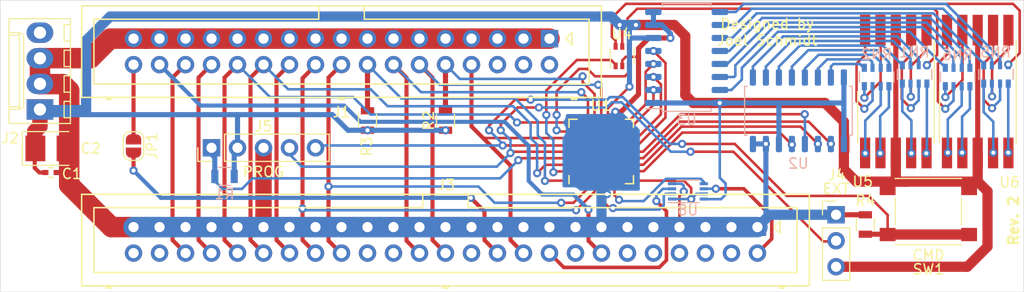
<source format=kicad_pcb>
(kicad_pcb (version 20191123) (host pcbnew "(5.99.0-576-ga860ac506)")

  (general
    (thickness 1.6)
    (drawings 9)
    (tracks 715)
    (modules 26)
    (nets 68)
  )

  (page "A4")
  (layers
    (0 "F.Cu" signal)
    (31 "B.Cu" signal)
    (32 "B.Adhes" user)
    (33 "F.Adhes" user)
    (34 "B.Paste" user)
    (35 "F.Paste" user)
    (36 "B.SilkS" user)
    (37 "F.SilkS" user)
    (38 "B.Mask" user)
    (39 "F.Mask" user)
    (40 "Dwgs.User" user)
    (41 "Cmts.User" user)
    (42 "Eco1.User" user)
    (43 "Eco2.User" user)
    (44 "Edge.Cuts" user)
    (45 "Margin" user)
    (46 "B.CrtYd" user)
    (47 "F.CrtYd" user)
    (48 "B.Fab" user)
    (49 "F.Fab" user)
  )

  (setup
    (stackup
      (layer "F.SilkS" (type "Top Silk Screen"))
      (layer "F.Paste" (type "Top Solder Paste"))
      (layer "F.Mask" (type "Top Solder Mask") (color "Green") (thickness 0.01))
      (layer "F.Cu" (type "copper") (thickness 0.035))
      (layer "dielectric 1" (type "core") (thickness 1.51) (material "FR4") (epsilon_r 4.5) (loss_tangent 0.02))
      (layer "B.Cu" (type "copper") (thickness 0.035))
      (layer "B.Mask" (type "Bottom Solder Mask") (color "Green") (thickness 0.01))
      (layer "B.Paste" (type "Bottom Solder Paste"))
      (layer "B.SilkS" (type "Bottom Silk Screen"))
      (copper_finish "None")
      (dielectric_constraints no)
    )
    (last_trace_width 0.25)
    (trace_clearance 0.2)
    (zone_clearance 0.508)
    (zone_45_only no)
    (trace_min 0.2)
    (via_size 0.8)
    (via_drill 0.4)
    (via_min_size 0.4)
    (via_min_drill 0.3)
    (uvia_size 0.3)
    (uvia_drill 0.1)
    (uvias_allowed no)
    (uvia_min_size 0.2)
    (uvia_min_drill 0.1)
    (max_error 0.005)
    (defaults
      (edge_clearance 0.01)
      (edge_cuts_line_width 0.05)
      (courtyard_line_width 0.05)
      (copper_line_width 0.2)
      (copper_text_dims (size 1.5 1.5) (thickness 0.3))
      (silk_line_width 0.12)
      (silk_text_dims (size 1 1) (thickness 0.15))
      (other_layers_line_width 0.1)
      (other_layers_text_dims (size 1 1) (thickness 0.15))
    )
    (pad_size 1.0625 1.0625)
    (pad_drill 0)
    (pad_to_mask_clearance 0.051)
    (solder_mask_min_width 0.25)
    (aux_axis_origin 0 0)
    (visible_elements 7FFFFFFF)
    (pcbplotparams
      (layerselection 0x3ffff_ffffffff)
      (usegerberextensions false)
      (usegerberattributes false)
      (usegerberadvancedattributes false)
      (creategerberjobfile false)
      (excludeedgelayer true)
      (linewidth 0.100000)
      (plotframeref false)
      (viasonmask false)
      (mode 1)
      (useauxorigin false)
      (hpglpennumber 1)
      (hpglpenspeed 20)
      (hpglpendiameter 15.000000)
      (psnegative false)
      (psa4output false)
      (plotreference true)
      (plotvalue true)
      (plotinvisibletext false)
      (padsonsilk false)
      (subtractmaskfromsilk false)
      (outputformat 1)
      (mirror false)
      (drillshape 0)
      (scaleselection 1)
      (outputdirectory "plot/")
    )
  )

  (net 0 "")
  (net 1 "GND")
  (net 2 "/~INDEX")
  (net 3 "/~DRIVE_SELECT_0")
  (net 4 "/~DIRECTION")
  (net 5 "/~STEP")
  (net 6 "/~WRITE_DATA")
  (net 7 "/~WRITE_GATE")
  (net 8 "/~TRACK_00")
  (net 9 "/~WRITE_PROTECT")
  (net 10 "/~READ_DATA")
  (net 11 "/~TG43{slash}WRITE_CURRENT")
  (net 12 "/~HEAD_LOAD")
  (net 13 "/~DISK_CHANGE{slash}READY")
  (net 14 "/~MOTOR_ENABLE_A")
  (net 15 "/~DRIVE_SELECT_1")
  (net 16 "/~MOTOR_ENABLE_B")
  (net 17 "Net-(RN1-Pad3)")
  (net 18 "Net-(RN1-Pad2)")
  (net 19 "Net-(RN2-Pad1)")
  (net 20 "Net-(RN2-Pad3)")
  (net 21 "Net-(RN2-Pad2)")
  (net 22 "Net-(RN2-Pad4)")
  (net 23 "Net-(RN1-Pad1)")
  (net 24 "5V0")
  (net 25 "/1B")
  (net 26 "/1C")
  (net 27 "/1A")
  (net 28 "/1H")
  (net 29 "/1G")
  (net 30 "/1F")
  (net 31 "/1E")
  (net 32 "/1D")
  (net 33 "Net-(RN5-Pad1)")
  (net 34 "Net-(RN5-Pad3)")
  (net 35 "Net-(RN5-Pad2)")
  (net 36 "Net-(RN6-Pad1)")
  (net 37 "Net-(RN6-Pad3)")
  (net 38 "Net-(RN6-Pad2)")
  (net 39 "Net-(RN6-Pad4)")
  (net 40 "/2B")
  (net 41 "/2C")
  (net 42 "/2A")
  (net 43 "/2H")
  (net 44 "/2G")
  (net 45 "/2F")
  (net 46 "/2E")
  (net 47 "/2D")
  (net 48 "/1DP")
  (net 49 "/2DP")
  (net 50 "/1D0")
  (net 51 "/1D3")
  (net 52 "/1D1")
  (net 53 "/1D2")
  (net 54 "/2D0")
  (net 55 "/2D1")
  (net 56 "/2D2")
  (net 57 "/2D3")
  (net 58 "/~SIDE_SELECT")
  (net 59 "/~MCLR")
  (net 60 "/PGD")
  (net 61 "/PGC")
  (net 62 "Net-(U1-Pad4)")
  (net 63 "Net-(U1-Pad6)")
  (net 64 "Net-(U1-Pad7)")
  (net 65 "Net-(U1-Pad28)")
  (net 66 "Net-(U1-Pad22)")
  (net 67 "/~READY")

  (net_class "Default" "Dies ist die voreingestellte Netzklasse."
    (clearance 0.2)
    (trace_width 0.25)
    (via_dia 0.8)
    (via_drill 0.4)
    (uvia_dia 0.3)
    (uvia_drill 0.1)
    (add_net "/1A")
    (add_net "/1B")
    (add_net "/1C")
    (add_net "/1D")
    (add_net "/1D0")
    (add_net "/1D1")
    (add_net "/1D2")
    (add_net "/1D3")
    (add_net "/1DP")
    (add_net "/1E")
    (add_net "/1F")
    (add_net "/1G")
    (add_net "/1H")
    (add_net "/2A")
    (add_net "/2B")
    (add_net "/2C")
    (add_net "/2D")
    (add_net "/2D0")
    (add_net "/2D1")
    (add_net "/2D2")
    (add_net "/2D3")
    (add_net "/2DP")
    (add_net "/2E")
    (add_net "/2F")
    (add_net "/2G")
    (add_net "/2H")
    (add_net "/PGC")
    (add_net "/PGD")
    (add_net "/~DIRECTION")
    (add_net "/~DISK_CHANGE{slash}READY")
    (add_net "/~DRIVE_SELECT_0")
    (add_net "/~DRIVE_SELECT_1")
    (add_net "/~HEAD_LOAD")
    (add_net "/~INDEX")
    (add_net "/~MCLR")
    (add_net "/~MOTOR_ENABLE_A")
    (add_net "/~MOTOR_ENABLE_B")
    (add_net "/~READY")
    (add_net "/~READ_DATA")
    (add_net "/~SIDE_SELECT")
    (add_net "/~STEP")
    (add_net "/~TG43{slash}WRITE_CURRENT")
    (add_net "/~TRACK_00")
    (add_net "/~WRITE_DATA")
    (add_net "/~WRITE_GATE")
    (add_net "/~WRITE_PROTECT")
    (add_net "5V0")
    (add_net "GND")
    (add_net "Net-(RN1-Pad1)")
    (add_net "Net-(RN1-Pad2)")
    (add_net "Net-(RN1-Pad3)")
    (add_net "Net-(RN2-Pad1)")
    (add_net "Net-(RN2-Pad2)")
    (add_net "Net-(RN2-Pad3)")
    (add_net "Net-(RN2-Pad4)")
    (add_net "Net-(RN5-Pad1)")
    (add_net "Net-(RN5-Pad2)")
    (add_net "Net-(RN5-Pad3)")
    (add_net "Net-(RN6-Pad1)")
    (add_net "Net-(RN6-Pad2)")
    (add_net "Net-(RN6-Pad3)")
    (add_net "Net-(RN6-Pad4)")
    (add_net "Net-(U1-Pad22)")
    (add_net "Net-(U1-Pad28)")
    (add_net "Net-(U1-Pad4)")
    (add_net "Net-(U1-Pad6)")
    (add_net "Net-(U1-Pad7)")
  )

  (module "50 pin to 34 pin Floppy Adapter:TE_171825-4x2.50mm_Straight" (layer "F.Cu") (tedit 5F85A7A3) (tstamp 5F860D44)
    (at 23.876 30.6705 90)
    (descr "Connector Headers with Friction Lock, 22-27-2041, http://www.molex.com/pdm_docs/sd/022272021_sd.pdf")
    (tags "connector molex kk_6410 22-27-2041")
    (path "/5F4C8D92")
    (fp_text reference "J2" (at -2.794 -2.921 180) (layer "F.SilkS")
      (effects (font (size 1 1) (thickness 0.15)))
    )
    (fp_text value "PWR" (at 3.81 4.5 90) (layer "F.Fab")
      (effects (font (size 1 1) (thickness 0.15)))
    )
    (fp_line (start -1.47 -3.12) (end -1.47 3.08) (layer "F.Fab") (width 0.12))
    (fp_line (start -1.47 3.08) (end 8.97 3.08) (layer "F.Fab") (width 0.12))
    (fp_line (start 8.97 3.08) (end 8.97 -3.12) (layer "F.Fab") (width 0.12))
    (fp_line (start 8.97 -3.12) (end -1.47 -3.12) (layer "F.Fab") (width 0.12))
    (fp_line (start -1.37 -3.02) (end -1.37 2.98) (layer "F.SilkS") (width 0.12))
    (fp_line (start -1.37 2.98) (end 8.87 2.98) (layer "F.SilkS") (width 0.12))
    (fp_line (start 8.87 2.98) (end 8.87 -3.02) (layer "F.SilkS") (width 0.12))
    (fp_line (start 8.87 -3.02) (end -1.37 -3.02) (layer "F.SilkS") (width 0.12))
    (fp_line (start 7.5 -3.02) (end 7.5 -2.02) (layer "F.SilkS") (width 0.12))
    (fp_line (start 7.5 -2.02) (end 0 -2.02) (layer "F.SilkS") (width 0.12))
    (fp_line (start 0 -2.02) (end 0 -3.02) (layer "F.SilkS") (width 0.12))
    (fp_line (start 7.5 -2.02) (end 7.25 -1.59) (layer "F.SilkS") (width 0.12))
    (fp_line (start 7.25 -1.59) (end 0.25 -1.59) (layer "F.SilkS") (width 0.12))
    (fp_line (start 0.25 -1.59) (end 0 -2.02) (layer "F.SilkS") (width 0.12))
    (fp_line (start 7.25 -3.02) (end 7.25 -2.02) (layer "F.SilkS") (width 0.12))
    (fp_line (start 0.25 -3.02) (end 0.25 -2.02) (layer "F.SilkS") (width 0.12))
    (fp_line (start 8.29 2.98) (end 8.29 2.36) (layer "F.SilkS") (width 0.12))
    (fp_line (start 8.29 2.36) (end 6.69 2.36) (layer "F.SilkS") (width 0.12))
    (fp_line (start 6.69 2.36) (end 6.69 2.98) (layer "F.SilkS") (width 0.12))
    (fp_line (start 5.79 2.98) (end 5.79 2.36) (layer "F.SilkS") (width 0.12))
    (fp_line (start 5.79 2.36) (end 4.19 2.36) (layer "F.SilkS") (width 0.12))
    (fp_line (start 4.19 2.36) (end 4.19 2.98) (layer "F.SilkS") (width 0.12))
    (fp_line (start 3.29 2.98) (end 3.29 2.36) (layer "F.SilkS") (width 0.12))
    (fp_line (start 3.29 2.36) (end 1.69 2.36) (layer "F.SilkS") (width 0.12))
    (fp_line (start 1.69 2.36) (end 1.69 2.98) (layer "F.SilkS") (width 0.12))
    (fp_line (start 0.79 2.98) (end 0.79 2.36) (layer "F.SilkS") (width 0.12))
    (fp_line (start 0.79 2.36) (end -0.81 2.36) (layer "F.SilkS") (width 0.12))
    (fp_line (start -0.81 2.36) (end -0.81 2.98) (layer "F.SilkS") (width 0.12))
    (fp_line (start -1.9 3.5) (end -1.9 -3.55) (layer "F.CrtYd") (width 0.05))
    (fp_line (start -1.9 -3.55) (end 9.38 -3.55) (layer "F.CrtYd") (width 0.05))
    (fp_line (start 9.38 -3.55) (end 9.38 3.5) (layer "F.CrtYd") (width 0.05))
    (fp_line (start 9.38 3.5) (end -1.9 3.5) (layer "F.CrtYd") (width 0.05))
    (fp_text user "%R" (at 3.81 0 90) (layer "F.Fab")
      (effects (font (size 1 1) (thickness 0.15)))
    )
    (pad "1" thru_hole rect (at 0 0 90) (size 2 2.6) (drill 1.2) (layers *.Cu *.Mask)
      (net 24 "5V0"))
    (pad "2" thru_hole oval (at 2.5 0 90) (size 2 2.6) (drill 1.2) (layers *.Cu *.Mask)
      (net 1 "GND"))
    (pad "3" thru_hole oval (at 5 0 90) (size 2 2.6) (drill 1.2) (layers *.Cu *.Mask)
      (net 1 "GND"))
    (pad "4" thru_hole oval (at 7.5 0 90) (size 2 2.6) (drill 1.2) (layers *.Cu *.Mask))
    (model "${KISYS3DMOD}/Connectors_Molex.3dshapes/Molex_KK-6410-04_04x2.54mm_Straight.wrl"
      (offset (xyz 7.5 0 0))
      (scale (xyz 0.984251968503937 0.984251968503937 0.984251968503937))
      (rotate (xyz 0 0 -180))
    )
  )

  (module "Jumper:SolderJumper-2_P1.3mm_Open_RoundedPad1.0x1.5mm" (layer "F.Cu") (tedit 5B391E66) (tstamp 5F8556BC)
    (at 33.02 34.2415 -90)
    (descr "SMD Solder Jumper, 1x1.5mm, rounded Pads, 0.3mm gap, open")
    (tags "solder jumper open")
    (path "/5F861905")
    (attr virtual)
    (fp_text reference "JP1" (at 0 -1.8 90) (layer "F.SilkS")
      (effects (font (size 1 1) (thickness 0.15)))
    )
    (fp_text value "Jumper_2_Bridged" (at 0 1.9 90) (layer "F.Fab")
      (effects (font (size 1 1) (thickness 0.15)))
    )
    (fp_arc (start 0.7 -0.3) (end 1.4 -0.3) (angle -90) (layer "F.SilkS") (width 0.12))
    (fp_arc (start 0.7 0.3) (end 0.7 1) (angle -90) (layer "F.SilkS") (width 0.12))
    (fp_arc (start -0.7 0.3) (end -1.4 0.3) (angle -90) (layer "F.SilkS") (width 0.12))
    (fp_arc (start -0.7 -0.3) (end -0.7 -1) (angle -90) (layer "F.SilkS") (width 0.12))
    (fp_line (start -1.4 0.3) (end -1.4 -0.3) (layer "F.SilkS") (width 0.12))
    (fp_line (start 0.7 1) (end -0.7 1) (layer "F.SilkS") (width 0.12))
    (fp_line (start 1.4 -0.3) (end 1.4 0.3) (layer "F.SilkS") (width 0.12))
    (fp_line (start -0.7 -1) (end 0.7 -1) (layer "F.SilkS") (width 0.12))
    (fp_line (start -1.65 -1.25) (end 1.65 -1.25) (layer "F.CrtYd") (width 0.05))
    (fp_line (start -1.65 -1.25) (end -1.65 1.25) (layer "F.CrtYd") (width 0.05))
    (fp_line (start 1.65 1.25) (end 1.65 -1.25) (layer "F.CrtYd") (width 0.05))
    (fp_line (start 1.65 1.25) (end -1.65 1.25) (layer "F.CrtYd") (width 0.05))
    (pad "2" smd custom (at 0.65 0 270) (size 1 0.5) (layers "F.Cu" "F.Mask")
      (net 67 "/~READY") (zone_connect 2)
      (options (clearance outline) (anchor rect))
      (primitives
        (gr_circle (center 0 0.25) (end 0.5 0.25) (width 0))
        (gr_circle (center 0 -0.25) (end 0.5 -0.25) (width 0))
        (gr_poly (pts
           (xy 0 -0.75) (xy -0.5 -0.75) (xy -0.5 0.75) (xy 0 0.75)) (width 0))
      ))
    (pad "1" smd custom (at -0.65 0 270) (size 1 0.5) (layers "F.Cu" "F.Mask")
      (net 13 "/~DISK_CHANGE{slash}READY") (zone_connect 2)
      (options (clearance outline) (anchor rect))
      (primitives
        (gr_circle (center 0 0.25) (end 0.5 0.25) (width 0))
        (gr_circle (center 0 -0.25) (end 0.5 -0.25) (width 0))
        (gr_poly (pts
           (xy 0 -0.75) (xy 0.5 -0.75) (xy 0.5 0.75) (xy 0 0.75)) (width 0))
      ))
  )

  (module "Resistors_SMD:R_0805" (layer "F.Cu") (tedit 58E0A804) (tstamp 5F522189)
    (at 63.5 31.7525 90)
    (descr "Resistor SMD 0805, reflow soldering, Vishay (see dcrcw.pdf)")
    (tags "resistor 0805")
    (path "/5F536A6D")
    (attr smd)
    (fp_text reference "R2" (at 0 -1.65 90) (layer "F.SilkS")
      (effects (font (size 1 1) (thickness 0.15)))
    )
    (fp_text value "1K" (at 0 1.75 90) (layer "F.Fab")
      (effects (font (size 1 1) (thickness 0.15)))
    )
    (fp_line (start 1.55 0.9) (end -1.55 0.9) (layer "F.CrtYd") (width 0.05))
    (fp_line (start 1.55 0.9) (end 1.55 -0.9) (layer "F.CrtYd") (width 0.05))
    (fp_line (start -1.55 -0.9) (end -1.55 0.9) (layer "F.CrtYd") (width 0.05))
    (fp_line (start -1.55 -0.9) (end 1.55 -0.9) (layer "F.CrtYd") (width 0.05))
    (fp_line (start -0.6 -0.88) (end 0.6 -0.88) (layer "F.SilkS") (width 0.12))
    (fp_line (start 0.6 0.88) (end -0.6 0.88) (layer "F.SilkS") (width 0.12))
    (fp_line (start -1 -0.62) (end 1 -0.62) (layer "F.Fab") (width 0.1))
    (fp_line (start 1 -0.62) (end 1 0.62) (layer "F.Fab") (width 0.1))
    (fp_line (start 1 0.62) (end -1 0.62) (layer "F.Fab") (width 0.1))
    (fp_line (start -1 0.62) (end -1 -0.62) (layer "F.Fab") (width 0.1))
    (fp_text user "%R" (at 0 0 90) (layer "F.Fab")
      (effects (font (size 0.5 0.5) (thickness 0.075)))
    )
    (pad "1" smd rect (at -0.95 0 90) (size 0.7 1.3) (layers "F.Cu" "F.Paste" "F.Mask")
      (net 24 "5V0"))
    (pad "2" smd rect (at 0.95 0 90) (size 0.7 1.3) (layers "F.Cu" "F.Paste" "F.Mask")
      (net 14 "/~MOTOR_ENABLE_A"))
    (model "${KISYS3DMOD}/Resistors_SMD.3dshapes/R_0805.wrl"
      (at (xyz 0 0 0))
      (scale (xyz 1 1 1))
      (rotate (xyz 0 0 0))
    )
  )

  (module "Mounting_Holes:MountingHole_2.2mm_M2_ISO7380" locked (layer "F.Cu") (tedit 56D1B4CB) (tstamp 5F3C47ED)
    (at 22 46.5)
    (descr "Mounting Hole 2.2mm, no annular, M2, ISO7380")
    (tags "mounting hole 2.2mm no annular m2 iso7380")
    (attr virtual)
    (fp_text reference "" (at 0 4.046) (layer "F.SilkS") hide
      (effects (font (size 1 1) (thickness 0.15)))
    )
    (fp_text value "MountingHole_2.2mm_M2_ISO7380" (at 0 2.75) (layer "F.Fab") hide
      (effects (font (size 1 1) (thickness 0.15)))
    )
    (fp_circle (center 0 0) (end 1.75 0) (layer "Cmts.User") (width 0.15))
    (fp_circle (center 0 0) (end 2 0) (layer "F.CrtYd") (width 0.05))
    (pad "1" np_thru_hole circle (at 0 0) (size 2.2 2.2) (drill 2.2) (layers *.Cu *.Mask))
  )

  (module "Mounting_Holes:MountingHole_2.2mm_M2_ISO7380" locked (layer "F.Cu") (tedit 56D1B4CB) (tstamp 5F3C47B2)
    (at 118 46.5)
    (descr "Mounting Hole 2.2mm, no annular, M2, ISO7380")
    (tags "mounting hole 2.2mm no annular m2 iso7380")
    (attr virtual)
    (fp_text reference "" (at -0.0805 4.1095) (layer "F.SilkS") hide
      (effects (font (size 1 1) (thickness 0.15)))
    )
    (fp_text value "MountingHole_2.2mm_M2_ISO7380" (at 0 2.75) (layer "F.Fab") hide
      (effects (font (size 1 1) (thickness 0.15)))
    )
    (fp_circle (center 0 0) (end 1.75 0) (layer "Cmts.User") (width 0.15))
    (fp_circle (center 0 0) (end 2 0) (layer "F.CrtYd") (width 0.05))
    (pad "1" np_thru_hole circle (at 0 0) (size 2.2 2.2) (drill 2.2) (layers *.Cu *.Mask))
  )

  (module "Housings_SSOP:VSSOP-8_2.3x2mm_Pitch0.5mm" (layer "B.Cu") (tedit 589DBB26) (tstamp 5F3B8BA0)
    (at 87.1855 38.6715)
    (descr "VSSOP-8 2.3x2mm Pitch 0.5mm")
    (tags "VSSOP-8 2.3x2mm Pitch 0.5mm")
    (path "/5F3A0351")
    (attr smd)
    (fp_text reference "U8" (at 0 1.8415) (layer "B.SilkS")
      (effects (font (size 1 1) (thickness 0.15)) (justify mirror))
    )
    (fp_text value "NC7WZ125K8X" (at 0 -2.2) (layer "B.Fab")
      (effects (font (size 1 1) (thickness 0.15)) (justify mirror))
    )
    (fp_line (start -2.25 1.25) (end 2.25 1.25) (layer "B.CrtYd") (width 0.05))
    (fp_line (start -2.25 -1.25) (end -2.25 1.25) (layer "B.CrtYd") (width 0.05))
    (fp_line (start 2.25 -1.25) (end -2.25 -1.25) (layer "B.CrtYd") (width 0.05))
    (fp_line (start 2.25 1.25) (end 2.25 -1.25) (layer "B.CrtYd") (width 0.05))
    (fp_line (start 1.1 -1.1) (end -1.1 -1.1) (layer "B.SilkS") (width 0.12))
    (fp_line (start 1.1 1.1) (end -1.9 1.1) (layer "B.SilkS") (width 0.12))
    (fp_line (start -0.6 1) (end -1.15 0.45) (layer "B.Fab") (width 0.1))
    (fp_line (start -0.6 1) (end 1.15 1) (layer "B.Fab") (width 0.1))
    (fp_line (start -1.15 -1) (end -1.15 0.45) (layer "B.Fab") (width 0.1))
    (fp_line (start 1.15 -1) (end -1.15 -1) (layer "B.Fab") (width 0.1))
    (fp_line (start 1.15 1) (end 1.15 -1) (layer "B.Fab") (width 0.1))
    (fp_text user "%R" (at 0 0) (layer "B.Fab")
      (effects (font (size 0.5 0.5) (thickness 0.1)) (justify mirror))
    )
    (pad "1" smd rect (at -1.55 0.75 90) (size 0.3 0.8) (layers "B.Cu" "B.Paste" "B.Mask")
      (net 64 "Net-(U1-Pad7)"))
    (pad "2" smd rect (at -1.55 0.25 90) (size 0.3 0.8) (layers "B.Cu" "B.Paste" "B.Mask")
      (net 62 "Net-(U1-Pad4)"))
    (pad "3" smd rect (at -1.55 -0.25 90) (size 0.3 0.8) (layers "B.Cu" "B.Paste" "B.Mask")
      (net 12 "/~HEAD_LOAD"))
    (pad "4" smd rect (at -1.55 -0.75 90) (size 0.3 0.8) (layers "B.Cu" "B.Paste" "B.Mask")
      (net 1 "GND"))
    (pad "5" smd rect (at 1.55 -0.75 90) (size 0.3 0.8) (layers "B.Cu" "B.Paste" "B.Mask")
      (net 63 "Net-(U1-Pad6)"))
    (pad "6" smd rect (at 1.55 -0.25 90) (size 0.3 0.8) (layers "B.Cu" "B.Paste" "B.Mask")
      (net 11 "/~TG43{slash}WRITE_CURRENT"))
    (pad "7" smd rect (at 1.55 0.25 90) (size 0.3 0.8) (layers "B.Cu" "B.Paste" "B.Mask")
      (net 64 "Net-(U1-Pad7)"))
    (pad "8" smd rect (at 1.55 0.75 90) (size 0.3 0.8) (layers "B.Cu" "B.Paste" "B.Mask")
      (net 24 "5V0"))
    (model "${KISYS3DMOD}/Housings_SSOP.3dshapes/VSSOP-8_2.3x2mm_Pitch0.5mm.wrl"
      (at (xyz 0 0 0))
      (scale (xyz 1 1 1))
      (rotate (xyz 0 0 0))
    )
  )

  (module "Package_TO_SOT_SMD:SOT-363_SC-70-6" (layer "F.Cu") (tedit 5A02FF57) (tstamp 5F3B386B)
    (at 80.772 25.4635 90)
    (descr "SOT-363, SC-70-6")
    (tags "SOT-363 SC-70-6")
    (path "/5F275B57")
    (attr smd)
    (fp_text reference "U4" (at 2.159 -0.0635) (layer "F.SilkS")
      (effects (font (size 1 1) (thickness 0.15)))
    )
    (fp_text value "NC7WZ16P6X" (at 0.3175 -2.286 90) (layer "F.Fab")
      (effects (font (size 1 1) (thickness 0.15)))
    )
    (fp_line (start -0.175 -1.1) (end -0.675 -0.6) (layer "F.Fab") (width 0.1))
    (fp_line (start 0.675 1.1) (end -0.675 1.1) (layer "F.Fab") (width 0.1))
    (fp_line (start 0.675 -1.1) (end 0.675 1.1) (layer "F.Fab") (width 0.1))
    (fp_line (start -1.6 1.4) (end 1.6 1.4) (layer "F.CrtYd") (width 0.05))
    (fp_line (start -0.675 -0.6) (end -0.675 1.1) (layer "F.Fab") (width 0.1))
    (fp_line (start 0.675 -1.1) (end -0.175 -1.1) (layer "F.Fab") (width 0.1))
    (fp_line (start -1.6 -1.4) (end 1.6 -1.4) (layer "F.CrtYd") (width 0.05))
    (fp_line (start -1.6 -1.4) (end -1.6 1.4) (layer "F.CrtYd") (width 0.05))
    (fp_line (start 1.6 1.4) (end 1.6 -1.4) (layer "F.CrtYd") (width 0.05))
    (fp_line (start -0.7 1.16) (end 0.7 1.16) (layer "F.SilkS") (width 0.12))
    (fp_line (start 0.7 -1.16) (end -1.2 -1.16) (layer "F.SilkS") (width 0.12))
    (fp_text user "%R" (at 0 0 180) (layer "F.Fab")
      (effects (font (size 0.5 0.5) (thickness 0.075)))
    )
    (pad "1" smd rect (at -0.95 -0.65 90) (size 0.65 0.4) (layers "F.Cu" "F.Paste" "F.Mask")
      (net 65 "Net-(U1-Pad28)"))
    (pad "3" smd rect (at -0.95 0.65 90) (size 0.65 0.4) (layers "F.Cu" "F.Paste" "F.Mask")
      (net 66 "Net-(U1-Pad22)"))
    (pad "5" smd rect (at 0.95 0 90) (size 0.65 0.4) (layers "F.Cu" "F.Paste" "F.Mask")
      (net 24 "5V0"))
    (pad "2" smd rect (at -0.95 0 90) (size 0.65 0.4) (layers "F.Cu" "F.Paste" "F.Mask")
      (net 1 "GND"))
    (pad "4" smd rect (at 0.95 0.65 90) (size 0.65 0.4) (layers "F.Cu" "F.Paste" "F.Mask")
      (net 48 "/1DP"))
    (pad "6" smd rect (at 0.95 -0.65 90) (size 0.65 0.4) (layers "F.Cu" "F.Paste" "F.Mask")
      (net 49 "/2DP"))
    (model "${KISYS3DMOD}/Package_TO_SOT_SMD.3dshapes/SOT-363_SC-70-6.wrl"
      (at (xyz 0 0 0))
      (scale (xyz 1 1 1))
      (rotate (xyz 0 0 0))
    )
  )

  (module "Connectors_Multicomp:Multicomp_MC9A12-5034_2x25x2.54mm_Straight" (layer "F.Cu") (tedit 56C61E6B) (tstamp 5F2601BD)
    (at 93.98 42.164 180)
    (descr "http://www.farnell.com/datasheets/1520732.pdf")
    (tags "connector multicomp MC9A MC9A12")
    (path "/5F238479")
    (fp_text reference "J3" (at 30.4165 4.1275) (layer "F.SilkS")
      (effects (font (size 1 1) (thickness 0.15)))
    )
    (fp_text value "FDD50" (at 30.0355 -0.889) (layer "F.Fab")
      (effects (font (size 1 1) (thickness 0.15)))
    )
    (fp_line (start -5.07 3.2) (end -5.07 -5.74) (layer "F.SilkS") (width 0.15))
    (fp_line (start -5.07 -5.74) (end 66.03 -5.74) (layer "F.SilkS") (width 0.15))
    (fp_line (start 66.03 -5.74) (end 66.03 3.2) (layer "F.SilkS") (width 0.15))
    (fp_line (start 66.03 3.2) (end -5.07 3.2) (layer "F.SilkS") (width 0.15))
    (fp_line (start 28.255 3.2) (end 28.255 1.9) (layer "F.SilkS") (width 0.15))
    (fp_line (start 28.255 1.9) (end -3.87 1.9) (layer "F.SilkS") (width 0.15))
    (fp_line (start -3.87 1.9) (end -3.87 -4.44) (layer "F.SilkS") (width 0.15))
    (fp_line (start -3.87 -4.44) (end 64.83 -4.44) (layer "F.SilkS") (width 0.15))
    (fp_line (start 64.83 -4.44) (end 64.83 1.9) (layer "F.SilkS") (width 0.15))
    (fp_line (start 64.83 1.9) (end 32.705 1.9) (layer "F.SilkS") (width 0.15))
    (fp_line (start 32.705 1.9) (end 32.705 3.2) (layer "F.SilkS") (width 0.15))
    (fp_line (start 30.23 -5.74) (end 30.23 -5.94) (layer "F.SilkS") (width 0.15))
    (fp_line (start 30.23 -5.94) (end 30.73 -5.94) (layer "F.SilkS") (width 0.15))
    (fp_line (start 30.73 -5.94) (end 30.73 -5.74) (layer "F.SilkS") (width 0.15))
    (fp_line (start 30.23 -5.84) (end 30.73 -5.84) (layer "F.SilkS") (width 0.15))
    (fp_line (start 63.11 -5.74) (end 63.11 -5.94) (layer "F.SilkS") (width 0.15))
    (fp_line (start 63.11 -5.94) (end 63.61 -5.94) (layer "F.SilkS") (width 0.15))
    (fp_line (start 63.61 -5.94) (end 63.61 -5.74) (layer "F.SilkS") (width 0.15))
    (fp_line (start 63.11 -5.84) (end 63.61 -5.84) (layer "F.SilkS") (width 0.15))
    (fp_line (start -2.65 -5.74) (end -2.65 -5.94) (layer "F.SilkS") (width 0.15))
    (fp_line (start -2.65 -5.94) (end -2.15 -5.94) (layer "F.SilkS") (width 0.15))
    (fp_line (start -2.15 -5.94) (end -2.15 -5.74) (layer "F.SilkS") (width 0.15))
    (fp_line (start -2.65 -5.84) (end -2.15 -5.84) (layer "F.SilkS") (width 0.15))
    (fp_line (start -2.2 0.6) (end -2.2 -0.6) (layer "F.SilkS") (width 0.15))
    (fp_line (start -2.2 -0.6) (end -1.6 0) (layer "F.SilkS") (width 0.15))
    (fp_line (start -1.6 0) (end -2.2 0.6) (layer "F.SilkS") (width 0.15))
    (fp_line (start -5.55 3.7) (end -5.55 -6.25) (layer "F.CrtYd") (width 0.05))
    (fp_line (start -5.55 -6.25) (end 66.55 -6.25) (layer "F.CrtYd") (width 0.05))
    (fp_line (start 66.55 -6.25) (end 66.55 3.7) (layer "F.CrtYd") (width 0.05))
    (fp_line (start 66.55 3.7) (end -5.55 3.7) (layer "F.CrtYd") (width 0.05))
    (pad "1" thru_hole rect (at 0 0 180) (size 1.7 1.7) (drill 1) (layers *.Cu *.Mask)
      (net 1 "GND"))
    (pad "2" thru_hole circle (at 0 -2.54 180) (size 1.7 1.7) (drill 1) (layers *.Cu *.Mask)
      (net 11 "/~TG43{slash}WRITE_CURRENT"))
    (pad "3" thru_hole circle (at 2.54 0 180) (size 1.7 1.7) (drill 1) (layers *.Cu *.Mask)
      (net 1 "GND"))
    (pad "4" thru_hole circle (at 2.54 -2.54 180) (size 1.7 1.7) (drill 1) (layers *.Cu *.Mask))
    (pad "5" thru_hole circle (at 5.08 0 180) (size 1.7 1.7) (drill 1) (layers *.Cu *.Mask)
      (net 1 "GND"))
    (pad "6" thru_hole circle (at 5.08 -2.54 180) (size 1.7 1.7) (drill 1) (layers *.Cu *.Mask))
    (pad "7" thru_hole circle (at 7.62 0 180) (size 1.7 1.7) (drill 1) (layers *.Cu *.Mask)
      (net 1 "GND"))
    (pad "8" thru_hole circle (at 7.62 -2.54 180) (size 1.7 1.7) (drill 1) (layers *.Cu *.Mask))
    (pad "9" thru_hole circle (at 10.16 0 180) (size 1.7 1.7) (drill 1) (layers *.Cu *.Mask)
      (net 1 "GND"))
    (pad "10" thru_hole circle (at 10.16 -2.54 180) (size 1.7 1.7) (drill 1) (layers *.Cu *.Mask))
    (pad "11" thru_hole circle (at 12.7 0 180) (size 1.7 1.7) (drill 1) (layers *.Cu *.Mask)
      (net 1 "GND"))
    (pad "12" thru_hole circle (at 12.7 -2.54 180) (size 1.7 1.7) (drill 1) (layers *.Cu *.Mask))
    (pad "13" thru_hole circle (at 15.24 0 180) (size 1.7 1.7) (drill 1) (layers *.Cu *.Mask)
      (net 1 "GND"))
    (pad "14" thru_hole circle (at 15.24 -2.54 180) (size 1.7 1.7) (drill 1) (layers *.Cu *.Mask)
      (net 58 "/~SIDE_SELECT"))
    (pad "15" thru_hole circle (at 17.78 0 180) (size 1.7 1.7) (drill 1) (layers *.Cu *.Mask)
      (net 1 "GND"))
    (pad "16" thru_hole circle (at 17.78 -2.54 180) (size 1.7 1.7) (drill 1) (layers *.Cu *.Mask))
    (pad "17" thru_hole circle (at 20.32 0 180) (size 1.7 1.7) (drill 1) (layers *.Cu *.Mask)
      (net 1 "GND"))
    (pad "18" thru_hole circle (at 20.32 -2.54 180) (size 1.7 1.7) (drill 1) (layers *.Cu *.Mask)
      (net 12 "/~HEAD_LOAD"))
    (pad "19" thru_hole circle (at 22.86 0 180) (size 1.7 1.7) (drill 1) (layers *.Cu *.Mask)
      (net 1 "GND"))
    (pad "20" thru_hole circle (at 22.86 -2.54 180) (size 1.7 1.7) (drill 1) (layers *.Cu *.Mask)
      (net 2 "/~INDEX"))
    (pad "21" thru_hole circle (at 25.4 0 180) (size 1.7 1.7) (drill 1) (layers *.Cu *.Mask)
      (net 1 "GND"))
    (pad "22" thru_hole circle (at 25.4 -2.54 180) (size 1.7 1.7) (drill 1) (layers *.Cu *.Mask)
      (net 67 "/~READY"))
    (pad "23" thru_hole circle (at 27.94 0 180) (size 1.7 1.7) (drill 1) (layers *.Cu *.Mask)
      (net 1 "GND"))
    (pad "24" thru_hole circle (at 27.94 -2.54 180) (size 1.7 1.7) (drill 1) (layers *.Cu *.Mask))
    (pad "25" thru_hole circle (at 30.48 0 180) (size 1.7 1.7) (drill 1) (layers *.Cu *.Mask)
      (net 1 "GND"))
    (pad "26" thru_hole circle (at 30.48 -2.54 180) (size 1.7 1.7) (drill 1) (layers *.Cu *.Mask)
      (net 3 "/~DRIVE_SELECT_0"))
    (pad "27" thru_hole circle (at 33.02 0 180) (size 1.7 1.7) (drill 1) (layers *.Cu *.Mask)
      (net 1 "GND"))
    (pad "28" thru_hole circle (at 33.02 -2.54 180) (size 1.7 1.7) (drill 1) (layers *.Cu *.Mask)
      (net 15 "/~DRIVE_SELECT_1"))
    (pad "29" thru_hole circle (at 35.56 0 180) (size 1.7 1.7) (drill 1) (layers *.Cu *.Mask)
      (net 1 "GND"))
    (pad "30" thru_hole circle (at 35.56 -2.54 180) (size 1.7 1.7) (drill 1) (layers *.Cu *.Mask))
    (pad "31" thru_hole circle (at 38.1 0 180) (size 1.7 1.7) (drill 1) (layers *.Cu *.Mask)
      (net 1 "GND"))
    (pad "32" thru_hole circle (at 38.1 -2.54 180) (size 1.7 1.7) (drill 1) (layers *.Cu *.Mask))
    (pad "33" thru_hole circle (at 40.64 0 180) (size 1.7 1.7) (drill 1) (layers *.Cu *.Mask)
      (net 1 "GND"))
    (pad "34" thru_hole circle (at 40.64 -2.54 180) (size 1.7 1.7) (drill 1) (layers *.Cu *.Mask)
      (net 4 "/~DIRECTION"))
    (pad "35" thru_hole circle (at 43.18 0 180) (size 1.7 1.7) (drill 1) (layers *.Cu *.Mask)
      (net 1 "GND"))
    (pad "36" thru_hole circle (at 43.18 -2.54 180) (size 1.7 1.7) (drill 1) (layers *.Cu *.Mask)
      (net 5 "/~STEP"))
    (pad "37" thru_hole circle (at 45.72 0 180) (size 1.7 1.7) (drill 1) (layers *.Cu *.Mask)
      (net 1 "GND"))
    (pad "38" thru_hole circle (at 45.72 -2.54 180) (size 1.7 1.7) (drill 1) (layers *.Cu *.Mask)
      (net 6 "/~WRITE_DATA"))
    (pad "39" thru_hole circle (at 48.26 0 180) (size 1.7 1.7) (drill 1) (layers *.Cu *.Mask)
      (net 1 "GND"))
    (pad "40" thru_hole circle (at 48.26 -2.54 180) (size 1.7 1.7) (drill 1) (layers *.Cu *.Mask)
      (net 7 "/~WRITE_GATE"))
    (pad "41" thru_hole circle (at 50.8 0 180) (size 1.7 1.7) (drill 1) (layers *.Cu *.Mask)
      (net 1 "GND"))
    (pad "42" thru_hole circle (at 50.8 -2.54 180) (size 1.7 1.7) (drill 1) (layers *.Cu *.Mask)
      (net 8 "/~TRACK_00"))
    (pad "43" thru_hole circle (at 53.34 0 180) (size 1.7 1.7) (drill 1) (layers *.Cu *.Mask)
      (net 1 "GND"))
    (pad "44" thru_hole circle (at 53.34 -2.54 180) (size 1.7 1.7) (drill 1) (layers *.Cu *.Mask)
      (net 9 "/~WRITE_PROTECT"))
    (pad "45" thru_hole circle (at 55.88 0 180) (size 1.7 1.7) (drill 1) (layers *.Cu *.Mask)
      (net 1 "GND"))
    (pad "46" thru_hole circle (at 55.88 -2.54 180) (size 1.7 1.7) (drill 1) (layers *.Cu *.Mask)
      (net 10 "/~READ_DATA"))
    (pad "47" thru_hole circle (at 58.42 0 180) (size 1.7 1.7) (drill 1) (layers *.Cu *.Mask)
      (net 1 "GND"))
    (pad "48" thru_hole circle (at 58.42 -2.54 180) (size 1.7 1.7) (drill 1) (layers *.Cu *.Mask))
    (pad "49" thru_hole circle (at 60.96 0 180) (size 1.7 1.7) (drill 1) (layers *.Cu *.Mask)
      (net 1 "GND"))
    (pad "50" thru_hole circle (at 60.96 -2.54 180) (size 1.7 1.7) (drill 1) (layers *.Cu *.Mask))
    (model "${KISYS3DMOD}/Connector_IDC.3dshapes/IDC-Header_2x25_P2.54mm_Vertical.wrl"
      (at (xyz 0 0 0))
      (scale (xyz 1 1 1))
      (rotate (xyz 0 0 -90))
    )
  )

  (module "Capacitors_Tantalum_SMD:CP_Tantalum_Case-B_EIA-3528-21_Reflow" (layer "F.Cu") (tedit 58CC8C08) (tstamp 5F25FB9C)
    (at 24.9555 34.4805)
    (descr "Tantalum capacitor, Case B, EIA 3528-21, 3.5x2.8x1.9mm, Reflow soldering footprint")
    (tags "capacitor tantalum smd")
    (path "/5F25067F")
    (attr smd)
    (fp_text reference "C2" (at 3.8735 0) (layer "F.SilkS")
      (effects (font (size 1 1) (thickness 0.15)))
    )
    (fp_text value "10u" (at 4.3815 -0.127) (layer "F.Fab")
      (effects (font (size 1 1) (thickness 0.15)))
    )
    (fp_line (start -2.8 -1.65) (end -2.8 1.65) (layer "F.SilkS") (width 0.12))
    (fp_line (start -2.8 1.65) (end 1.75 1.65) (layer "F.SilkS") (width 0.12))
    (fp_line (start -2.8 -1.65) (end 1.75 -1.65) (layer "F.SilkS") (width 0.12))
    (fp_line (start -1.225 -1.4) (end -1.225 1.4) (layer "F.Fab") (width 0.1))
    (fp_line (start -1.4 -1.4) (end -1.4 1.4) (layer "F.Fab") (width 0.1))
    (fp_line (start 1.75 -1.4) (end -1.75 -1.4) (layer "F.Fab") (width 0.1))
    (fp_line (start 1.75 1.4) (end 1.75 -1.4) (layer "F.Fab") (width 0.1))
    (fp_line (start -1.75 1.4) (end 1.75 1.4) (layer "F.Fab") (width 0.1))
    (fp_line (start -1.75 -1.4) (end -1.75 1.4) (layer "F.Fab") (width 0.1))
    (fp_line (start 2.85 -1.75) (end -2.85 -1.75) (layer "F.CrtYd") (width 0.05))
    (fp_line (start 2.85 1.75) (end 2.85 -1.75) (layer "F.CrtYd") (width 0.05))
    (fp_line (start -2.85 1.75) (end 2.85 1.75) (layer "F.CrtYd") (width 0.05))
    (fp_line (start -2.85 -1.75) (end -2.85 1.75) (layer "F.CrtYd") (width 0.05))
    (fp_text user "%R" (at 0 0) (layer "F.Fab")
      (effects (font (size 0.8 0.8) (thickness 0.12)))
    )
    (pad "1" smd rect (at -1.525 0) (size 1.95 2.5) (layers "F.Cu" "F.Paste" "F.Mask")
      (net 24 "5V0"))
    (pad "2" smd rect (at 1.525 0) (size 1.95 2.5) (layers "F.Cu" "F.Paste" "F.Mask")
      (net 1 "GND"))
    (model "Capacitors_Tantalum_SMD.3dshapes/CP_Tantalum_Case-B_EIA-3528-21.wrl"
      (at (xyz 0 0 0))
      (scale (xyz 1 1 1))
      (rotate (xyz 0 0 0))
    )
  )

  (module "Capacitors_SMD:C_0402" (layer "F.Cu") (tedit 58AA841A) (tstamp 5F25FFCE)
    (at 24.9555 36.83)
    (descr "Capacitor SMD 0402, reflow soldering, AVX (see smccp.pdf)")
    (tags "capacitor 0402")
    (path "/5F24C2B0")
    (attr smd)
    (fp_text reference "C1" (at 2.032 0.127) (layer "F.SilkS")
      (effects (font (size 1 1) (thickness 0.15)))
    )
    (fp_text value "100n" (at 2.9845 0.1905) (layer "F.Fab")
      (effects (font (size 1 1) (thickness 0.15)))
    )
    (fp_line (start 1 0.4) (end -1 0.4) (layer "F.CrtYd") (width 0.05))
    (fp_line (start 1 0.4) (end 1 -0.4) (layer "F.CrtYd") (width 0.05))
    (fp_line (start -1 -0.4) (end -1 0.4) (layer "F.CrtYd") (width 0.05))
    (fp_line (start -1 -0.4) (end 1 -0.4) (layer "F.CrtYd") (width 0.05))
    (fp_line (start -0.25 0.47) (end 0.25 0.47) (layer "F.SilkS") (width 0.12))
    (fp_line (start 0.25 -0.47) (end -0.25 -0.47) (layer "F.SilkS") (width 0.12))
    (fp_line (start -0.5 -0.25) (end 0.5 -0.25) (layer "F.Fab") (width 0.1))
    (fp_line (start 0.5 -0.25) (end 0.5 0.25) (layer "F.Fab") (width 0.1))
    (fp_line (start 0.5 0.25) (end -0.5 0.25) (layer "F.Fab") (width 0.1))
    (fp_line (start -0.5 0.25) (end -0.5 -0.25) (layer "F.Fab") (width 0.1))
    (fp_text user "%R" (at -1.905 0.1905 180) (layer "F.Fab")
      (effects (font (size 1 1) (thickness 0.15)))
    )
    (pad "1" smd rect (at -0.55 0) (size 0.6 0.5) (layers "F.Cu" "F.Paste" "F.Mask")
      (net 24 "5V0"))
    (pad "2" smd rect (at 0.55 0) (size 0.6 0.5) (layers "F.Cu" "F.Paste" "F.Mask")
      (net 1 "GND"))
    (model "Capacitors_SMD.3dshapes/C_0402.wrl"
      (at (xyz 0 0 0))
      (scale (xyz 1 1 1))
      (rotate (xyz 0 0 0))
    )
  )

  (module "Pin_Headers:Pin_Header_Straight_1x05_Pitch2.54mm" (layer "F.Cu") (tedit 59650532) (tstamp 5F25FF8E)
    (at 40.64 34.417 90)
    (descr "Through hole straight pin header, 1x05, 2.54mm pitch, single row")
    (tags "Through hole pin header THT 1x05 2.54mm single row")
    (path "/5F252BBA")
    (fp_text reference "J5" (at 2.0955 5.08 180) (layer "F.SilkS")
      (effects (font (size 1 1) (thickness 0.15)))
    )
    (fp_text value "PROG" (at 2.4765 5.2705 180) (layer "F.Fab")
      (effects (font (size 1 1) (thickness 0.15)))
    )
    (fp_text user "%R" (at 0 5.08) (layer "F.Fab")
      (effects (font (size 1 1) (thickness 0.15)))
    )
    (fp_line (start 1.8 -1.8) (end -1.8 -1.8) (layer "F.CrtYd") (width 0.05))
    (fp_line (start 1.8 11.95) (end 1.8 -1.8) (layer "F.CrtYd") (width 0.05))
    (fp_line (start -1.8 11.95) (end 1.8 11.95) (layer "F.CrtYd") (width 0.05))
    (fp_line (start -1.8 -1.8) (end -1.8 11.95) (layer "F.CrtYd") (width 0.05))
    (fp_line (start -1.33 -1.33) (end 0 -1.33) (layer "F.SilkS") (width 0.12))
    (fp_line (start -1.33 0) (end -1.33 -1.33) (layer "F.SilkS") (width 0.12))
    (fp_line (start -1.33 1.27) (end 1.33 1.27) (layer "F.SilkS") (width 0.12))
    (fp_line (start 1.33 1.27) (end 1.33 11.49) (layer "F.SilkS") (width 0.12))
    (fp_line (start -1.33 1.27) (end -1.33 11.49) (layer "F.SilkS") (width 0.12))
    (fp_line (start -1.33 11.49) (end 1.33 11.49) (layer "F.SilkS") (width 0.12))
    (fp_line (start -1.27 -0.635) (end -0.635 -1.27) (layer "F.Fab") (width 0.1))
    (fp_line (start -1.27 11.43) (end -1.27 -0.635) (layer "F.Fab") (width 0.1))
    (fp_line (start 1.27 11.43) (end -1.27 11.43) (layer "F.Fab") (width 0.1))
    (fp_line (start 1.27 -1.27) (end 1.27 11.43) (layer "F.Fab") (width 0.1))
    (fp_line (start -0.635 -1.27) (end 1.27 -1.27) (layer "F.Fab") (width 0.1))
    (pad "1" thru_hole rect (at 0 0 90) (size 1.7 1.7) (drill 1) (layers *.Cu *.Mask)
      (net 59 "/~MCLR"))
    (pad "2" thru_hole oval (at 0 2.54 90) (size 1.7 1.7) (drill 1) (layers *.Cu *.Mask)
      (net 24 "5V0"))
    (pad "3" thru_hole oval (at 0 5.08 90) (size 1.7 1.7) (drill 1) (layers *.Cu *.Mask)
      (net 1 "GND"))
    (pad "4" thru_hole oval (at 0 7.62 90) (size 1.7 1.7) (drill 1) (layers *.Cu *.Mask)
      (net 60 "/PGD"))
    (pad "5" thru_hole oval (at 0 10.16 90) (size 1.7 1.7) (drill 1) (layers *.Cu *.Mask)
      (net 61 "/PGC"))
    (model "${KISYS3DMOD}/Connector_PinSocket_2.54mm.3dshapes/PinSocket_1x05_P2.54mm_Vertical.wrl"
      (at (xyz 0 0 0))
      (scale (xyz 1 1 1))
      (rotate (xyz 0 0 0))
    )
  )

  (module "Resistors_SMD:R_0805" (layer "F.Cu") (tedit 58E0A804) (tstamp 5F25FEF6)
    (at 55.88 31.7475 90)
    (descr "Resistor SMD 0805, reflow soldering, Vishay (see dcrcw.pdf)")
    (tags "resistor 0805")
    (path "/5F2CE9FD")
    (attr smd)
    (fp_text reference "R3" (at -2.54 -0.0635 90) (layer "F.SilkS")
      (effects (font (size 1 1) (thickness 0.15)))
    )
    (fp_text value "1K" (at -2.667 0 90) (layer "F.Fab")
      (effects (font (size 1 1) (thickness 0.15)))
    )
    (fp_line (start 1.55 0.9) (end -1.55 0.9) (layer "F.CrtYd") (width 0.05))
    (fp_line (start 1.55 0.9) (end 1.55 -0.9) (layer "F.CrtYd") (width 0.05))
    (fp_line (start -1.55 -0.9) (end -1.55 0.9) (layer "F.CrtYd") (width 0.05))
    (fp_line (start -1.55 -0.9) (end 1.55 -0.9) (layer "F.CrtYd") (width 0.05))
    (fp_line (start -0.6 -0.88) (end 0.6 -0.88) (layer "F.SilkS") (width 0.12))
    (fp_line (start 0.6 0.88) (end -0.6 0.88) (layer "F.SilkS") (width 0.12))
    (fp_line (start -1 -0.62) (end 1 -0.62) (layer "F.Fab") (width 0.1))
    (fp_line (start 1 -0.62) (end 1 0.62) (layer "F.Fab") (width 0.1))
    (fp_line (start 1 0.62) (end -1 0.62) (layer "F.Fab") (width 0.1))
    (fp_line (start -1 0.62) (end -1 -0.62) (layer "F.Fab") (width 0.1))
    (fp_text user "%R" (at 0 0 90) (layer "F.Fab")
      (effects (font (size 0.5 0.5) (thickness 0.075)))
    )
    (pad "1" smd rect (at -0.95 0 90) (size 0.7 1.3) (layers "F.Cu" "F.Paste" "F.Mask")
      (net 24 "5V0"))
    (pad "2" smd rect (at 0.95 0 90) (size 0.7 1.3) (layers "F.Cu" "F.Paste" "F.Mask")
      (net 16 "/~MOTOR_ENABLE_B"))
    (model "${KISYS3DMOD}/Resistors_SMD.3dshapes/R_0805.wrl"
      (at (xyz 0 0 0))
      (scale (xyz 1 1 1))
      (rotate (xyz 0 0 0))
    )
  )

  (module "Resistors_SMD:R_0805" (layer "B.Cu") (tedit 58E0A804) (tstamp 5F3BF5A9)
    (at 41.91 37.211)
    (descr "Resistor SMD 0805, reflow soldering, Vishay (see dcrcw.pdf)")
    (tags "resistor 0805")
    (path "/5F263935")
    (attr smd)
    (fp_text reference "R1" (at 0 1.7145) (layer "B.SilkS")
      (effects (font (size 1 1) (thickness 0.15)) (justify mirror))
    )
    (fp_text value "22K" (at -2.987 -0.0635 -180) (layer "B.Fab")
      (effects (font (size 1 1) (thickness 0.15)) (justify mirror))
    )
    (fp_line (start 1.55 -0.9) (end -1.55 -0.9) (layer "B.CrtYd") (width 0.05))
    (fp_line (start 1.55 -0.9) (end 1.55 0.9) (layer "B.CrtYd") (width 0.05))
    (fp_line (start -1.55 0.9) (end -1.55 -0.9) (layer "B.CrtYd") (width 0.05))
    (fp_line (start -1.55 0.9) (end 1.55 0.9) (layer "B.CrtYd") (width 0.05))
    (fp_line (start -0.6 0.88) (end 0.6 0.88) (layer "B.SilkS") (width 0.12))
    (fp_line (start 0.6 -0.88) (end -0.6 -0.88) (layer "B.SilkS") (width 0.12))
    (fp_line (start -1 0.62) (end 1 0.62) (layer "B.Fab") (width 0.1))
    (fp_line (start 1 0.62) (end 1 -0.62) (layer "B.Fab") (width 0.1))
    (fp_line (start 1 -0.62) (end -1 -0.62) (layer "B.Fab") (width 0.1))
    (fp_line (start -1 -0.62) (end -1 0.62) (layer "B.Fab") (width 0.1))
    (fp_text user "%R" (at 0 0) (layer "B.Fab")
      (effects (font (size 0.5 0.5) (thickness 0.075)) (justify mirror))
    )
    (pad "1" smd rect (at -0.95 0) (size 0.7 1.3) (layers "B.Cu" "B.Paste" "B.Mask")
      (net 59 "/~MCLR"))
    (pad "2" smd rect (at 0.95 0) (size 0.7 1.3) (layers "B.Cu" "B.Paste" "B.Mask")
      (net 24 "5V0"))
    (model "${KISYS3DMOD}/Resistors_SMD.3dshapes/R_0805.wrl"
      (at (xyz 0 0 0))
      (scale (xyz 1 1 1))
      (rotate (xyz 0 0 0))
    )
  )

  (module "Resistors_SMD:R_0805" (layer "F.Cu") (tedit 58E0A804) (tstamp 5F25FE42)
    (at 104.521 41.91 90)
    (descr "Resistor SMD 0805, reflow soldering, Vishay (see dcrcw.pdf)")
    (tags "resistor 0805")
    (path "/5F2613EE")
    (attr smd)
    (fp_text reference "R4" (at 2.347 0 180) (layer "F.SilkS")
      (effects (font (size 1 1) (thickness 0.15)))
    )
    (fp_text value "1K" (at -2.3495 0 180) (layer "F.Fab")
      (effects (font (size 1 1) (thickness 0.15)))
    )
    (fp_line (start 1.55 0.9) (end -1.55 0.9) (layer "F.CrtYd") (width 0.05))
    (fp_line (start 1.55 0.9) (end 1.55 -0.9) (layer "F.CrtYd") (width 0.05))
    (fp_line (start -1.55 -0.9) (end -1.55 0.9) (layer "F.CrtYd") (width 0.05))
    (fp_line (start -1.55 -0.9) (end 1.55 -0.9) (layer "F.CrtYd") (width 0.05))
    (fp_line (start -0.6 -0.88) (end 0.6 -0.88) (layer "F.SilkS") (width 0.12))
    (fp_line (start 0.6 0.88) (end -0.6 0.88) (layer "F.SilkS") (width 0.12))
    (fp_line (start -1 -0.62) (end 1 -0.62) (layer "F.Fab") (width 0.1))
    (fp_line (start 1 -0.62) (end 1 0.62) (layer "F.Fab") (width 0.1))
    (fp_line (start 1 0.62) (end -1 0.62) (layer "F.Fab") (width 0.1))
    (fp_line (start -1 0.62) (end -1 -0.62) (layer "F.Fab") (width 0.1))
    (fp_text user "%R" (at 0 0 180) (layer "F.Fab")
      (effects (font (size 0.5 0.5) (thickness 0.075)))
    )
    (pad "1" smd rect (at -0.95 0 90) (size 0.7 1.3) (layers "F.Cu" "F.Paste" "F.Mask")
      (net 61 "/PGC"))
    (pad "2" smd rect (at 0.95 0 90) (size 0.7 1.3) (layers "F.Cu" "F.Paste" "F.Mask")
      (net 1 "GND"))
    (model "${KISYS3DMOD}/Resistors_SMD.3dshapes/R_0805.wrl"
      (at (xyz 0 0 0))
      (scale (xyz 1 1 1))
      (rotate (xyz 0 0 0))
    )
  )

  (module "50 pin to 34 pin Floppy Adapter:KCSA03-101" (layer "F.Cu") (tedit 5F2141AF) (tstamp 5F25FE00)
    (at 115.5 28.9195 90)
    (tags "Single digit 7 segement super bright red LED")
    (path "/5F3D8566")
    (attr smd)
    (fp_text reference "U6" (at -8.863 3.118 180) (layer "F.SilkS")
      (effects (font (size 1 1) (thickness 0.15)))
    )
    (fp_text value "KCSA03-101" (at -0.01 0.07 90) (layer "F.Fab")
      (effects (font (size 1 1) (thickness 0.15)))
    )
    (fp_line (start 5 -3.45) (end 5 3.45) (layer "F.Fab") (width 0.1))
    (fp_line (start -3 -3.45) (end 5 -3.45) (layer "F.Fab") (width 0.1))
    (fp_line (start -5 -1.45) (end -3 -3.45) (layer "F.Fab") (width 0.1))
    (fp_line (start -5 3.45) (end -5 -1.45) (layer "F.Fab") (width 0.1))
    (fp_line (start 5 3.45) (end -5 3.45) (layer "F.Fab") (width 0.1))
    (fp_line (start -5 -3.73) (end 0 -3.73) (layer "F.SilkS") (width 0.12))
    (fp_line (start 5.05 3.76) (end -5.07 3.76) (layer "F.SilkS") (width 0.12))
    (fp_line (start -8 -4) (end -8 4) (layer "F.CrtYd") (width 0.05))
    (fp_line (start 8 4) (end -8 4) (layer "F.CrtYd") (width 0.05))
    (fp_line (start 8 -4) (end 8 4) (layer "F.CrtYd") (width 0.05))
    (fp_line (start -8 -4) (end 8 -4) (layer "F.CrtYd") (width 0.05))
    (fp_text user "%R" (at 6.6945 -0.1205 180) (layer "F.Fab")
      (effects (font (size 1 1) (thickness 0.15)))
    )
    (pad "1" smd rect (at -6 -3 90) (size 3 1) (layers "F.Cu" "F.Paste" "F.Mask")
      (net 46 "/2E"))
    (pad "2" smd rect (at -6 -1.5 90) (size 3 1) (layers "F.Cu" "F.Paste" "F.Mask")
      (net 47 "/2D"))
    (pad "3" smd rect (at -6 0 90) (size 3 1) (layers "F.Cu" "F.Paste" "F.Mask")
      (net 24 "5V0"))
    (pad "4" smd rect (at -6 1.5 90) (size 3 1) (layers "F.Cu" "F.Paste" "F.Mask")
      (net 41 "/2C"))
    (pad "5" smd rect (at -6 3 90) (size 3 1) (layers "F.Cu" "F.Paste" "F.Mask")
      (net 43 "/2H"))
    (pad "6" smd rect (at 6 3 90) (size 3 1) (layers "F.Cu" "F.Paste" "F.Mask")
      (net 40 "/2B"))
    (pad "7" smd rect (at 6 1.5 90) (size 3 1) (layers "F.Cu" "F.Paste" "F.Mask")
      (net 42 "/2A"))
    (pad "8" smd rect (at 6 0 90) (size 3 1) (layers "F.Cu" "F.Paste" "F.Mask")
      (net 24 "5V0"))
    (pad "9" smd rect (at 6 -1.5 90) (size 3 1) (layers "F.Cu" "F.Paste" "F.Mask")
      (net 45 "/2F"))
    (pad "10" smd rect (at 6 -3 90) (size 3 1) (layers "F.Cu" "F.Paste" "F.Mask")
      (net 44 "/2G"))
    (model "${KISYS3DMOD}/Displays_7-Segment.3dshapes/KCSC02-136.wrl"
      (at (xyz 0 0 0))
      (scale (xyz 1.05 1.05 1.05))
      (rotate (xyz 0 0 0))
    )
  )

  (module "50 pin to 34 pin Floppy Adapter:KCSA03-101" (layer "F.Cu") (tedit 5F2141AF) (tstamp 5F25FDB5)
    (at 107.499 28.9195 90)
    (tags "Single digit 7 segement super bright red LED")
    (path "/5F26C076")
    (attr smd)
    (fp_text reference "U5" (at -8.7995 -3.232 180) (layer "F.SilkS")
      (effects (font (size 1 1) (thickness 0.15)))
    )
    (fp_text value "KCSA03-101" (at 0.027 0.1335 90) (layer "F.Fab")
      (effects (font (size 1 1) (thickness 0.15)))
    )
    (fp_line (start 5 -3.45) (end 5 3.45) (layer "F.Fab") (width 0.1))
    (fp_line (start -3 -3.45) (end 5 -3.45) (layer "F.Fab") (width 0.1))
    (fp_line (start -5 -1.45) (end -3 -3.45) (layer "F.Fab") (width 0.1))
    (fp_line (start -5 3.45) (end -5 -1.45) (layer "F.Fab") (width 0.1))
    (fp_line (start 5 3.45) (end -5 3.45) (layer "F.Fab") (width 0.1))
    (fp_line (start -5 -3.73) (end 0 -3.73) (layer "F.SilkS") (width 0.12))
    (fp_line (start 5.05 3.76) (end -5.07 3.76) (layer "F.SilkS") (width 0.12))
    (fp_line (start -8 -4) (end -8 4) (layer "F.CrtYd") (width 0.05))
    (fp_line (start 8 4) (end -8 4) (layer "F.CrtYd") (width 0.05))
    (fp_line (start 8 -4) (end 8 4) (layer "F.CrtYd") (width 0.05))
    (fp_line (start -8 -4) (end 8 -4) (layer "F.CrtYd") (width 0.05))
    (fp_text user "%R" (at 6.8215 0.2605 180) (layer "F.Fab")
      (effects (font (size 1 1) (thickness 0.15)))
    )
    (pad "1" smd rect (at -6 -3 90) (size 3 1) (layers "F.Cu" "F.Paste" "F.Mask")
      (net 31 "/1E"))
    (pad "2" smd rect (at -6 -1.5 90) (size 3 1) (layers "F.Cu" "F.Paste" "F.Mask")
      (net 32 "/1D"))
    (pad "3" smd rect (at -6 0 90) (size 3 1) (layers "F.Cu" "F.Paste" "F.Mask")
      (net 24 "5V0"))
    (pad "4" smd rect (at -6 1.5 90) (size 3 1) (layers "F.Cu" "F.Paste" "F.Mask")
      (net 26 "/1C"))
    (pad "5" smd rect (at -6 3 90) (size 3 1) (layers "F.Cu" "F.Paste" "F.Mask")
      (net 28 "/1H"))
    (pad "6" smd rect (at 6 3 90) (size 3 1) (layers "F.Cu" "F.Paste" "F.Mask")
      (net 25 "/1B"))
    (pad "7" smd rect (at 6 1.5 90) (size 3 1) (layers "F.Cu" "F.Paste" "F.Mask")
      (net 27 "/1A"))
    (pad "8" smd rect (at 6 0 90) (size 3 1) (layers "F.Cu" "F.Paste" "F.Mask")
      (net 24 "5V0"))
    (pad "9" smd rect (at 6 -1.5 90) (size 3 1) (layers "F.Cu" "F.Paste" "F.Mask")
      (net 30 "/1F"))
    (pad "10" smd rect (at 6 -3 90) (size 3 1) (layers "F.Cu" "F.Paste" "F.Mask")
      (net 29 "/1G"))
    (model "${KISYS3DMOD}/Displays_7-Segment.3dshapes/KCSC02-136.wrl"
      (at (xyz 0 0 0))
      (scale (xyz 1.05 1.05 1.05))
      (rotate (xyz 0 0 0))
    )
  )

  (module "Buttons_Switches_SMD:SW_SPST_PTS645" (layer "F.Cu") (tedit 58724A80) (tstamp 5F25FB57)
    (at 110.6805 40.64 180)
    (descr "C&K Components SPST SMD PTS645 Series 6mm Tact Switch")
    (tags "SPST Button Switch")
    (path "/5F25E951")
    (attr smd)
    (fp_text reference "SW1" (at 0 -5.6515) (layer "F.SilkS")
      (effects (font (size 1 1) (thickness 0.15)))
    )
    (fp_text value "CMD" (at 0 2.3495) (layer "F.Fab")
      (effects (font (size 1 1) (thickness 0.15)))
    )
    (fp_text user "%R" (at 0 -2.413) (layer "F.Fab")
      (effects (font (size 1 1) (thickness 0.15)))
    )
    (fp_line (start -3 -3) (end -3 3) (layer "F.Fab") (width 0.1))
    (fp_line (start -3 3) (end 3 3) (layer "F.Fab") (width 0.1))
    (fp_line (start 3 3) (end 3 -3) (layer "F.Fab") (width 0.1))
    (fp_line (start 3 -3) (end -3 -3) (layer "F.Fab") (width 0.1))
    (fp_line (start 5.05 3.4) (end 5.05 -3.4) (layer "F.CrtYd") (width 0.05))
    (fp_line (start -5.05 -3.4) (end -5.05 3.4) (layer "F.CrtYd") (width 0.05))
    (fp_line (start -5.05 3.4) (end 5.05 3.4) (layer "F.CrtYd") (width 0.05))
    (fp_line (start -5.05 -3.4) (end 5.05 -3.4) (layer "F.CrtYd") (width 0.05))
    (fp_line (start 3.23 -3.23) (end 3.23 -3.2) (layer "F.SilkS") (width 0.12))
    (fp_line (start 3.23 3.23) (end 3.23 3.2) (layer "F.SilkS") (width 0.12))
    (fp_line (start -3.23 3.23) (end -3.23 3.2) (layer "F.SilkS") (width 0.12))
    (fp_line (start -3.23 -3.2) (end -3.23 -3.23) (layer "F.SilkS") (width 0.12))
    (fp_line (start 3.23 -1.3) (end 3.23 1.3) (layer "F.SilkS") (width 0.12))
    (fp_line (start -3.23 -3.23) (end 3.23 -3.23) (layer "F.SilkS") (width 0.12))
    (fp_line (start -3.23 -1.3) (end -3.23 1.3) (layer "F.SilkS") (width 0.12))
    (fp_line (start -3.23 3.23) (end 3.23 3.23) (layer "F.SilkS") (width 0.12))
    (fp_circle (center 0 0) (end 1.75 -0.05) (layer "F.Fab") (width 0.1))
    (pad "2" smd rect (at -3.98 2.25 180) (size 1.55 1.3) (layers "F.Cu" "F.Paste" "F.Mask")
      (net 24 "5V0"))
    (pad "1" smd rect (at -3.98 -2.25 180) (size 1.55 1.3) (layers "F.Cu" "F.Paste" "F.Mask")
      (net 61 "/PGC"))
    (pad "1" smd rect (at 3.98 -2.25 180) (size 1.55 1.3) (layers "F.Cu" "F.Paste" "F.Mask")
      (net 61 "/PGC"))
    (pad "2" smd rect (at 3.98 2.25 180) (size 1.55 1.3) (layers "F.Cu" "F.Paste" "F.Mask")
      (net 24 "5V0"))
    (model "${KISYS3DMOD}/Buttons_Switches_SMD.3dshapes/SW_SPST_PTS645.wrl"
      (at (xyz 0 0 0))
      (scale (xyz 1 1 1))
      (rotate (xyz 0 0 0))
    )
  )

  (module "Housings_DFN_QFN:QFN-28-1EP_6x6mm_Pitch0.65mm" (layer "F.Cu") (tedit 54130A77) (tstamp 5F25F742)
    (at 78.71675 34.77475 90)
    (descr "28-Lead Plastic Quad Flat, No Lead Package (ML) - 6x6 mm Body [QFN]; (see Microchip Packaging Specification 00000049BS.pdf)")
    (tags "QFN 0.65")
    (path "/5F214340")
    (attr smd)
    (fp_text reference "U1" (at 4.48525 -0.04025 180) (layer "F.SilkS")
      (effects (font (size 1 1) (thickness 0.15)))
    )
    (fp_text value "PIC18F26K22-I/ML" (at -4.34125 0.02325 180) (layer "F.Fab")
      (effects (font (size 1 1) (thickness 0.15)))
    )
    (fp_line (start -2 -3) (end 3 -3) (layer "F.Fab") (width 0.15))
    (fp_line (start 3 -3) (end 3 3) (layer "F.Fab") (width 0.15))
    (fp_line (start 3 3) (end -3 3) (layer "F.Fab") (width 0.15))
    (fp_line (start -3 3) (end -3 -2) (layer "F.Fab") (width 0.15))
    (fp_line (start -3 -2) (end -2 -3) (layer "F.Fab") (width 0.15))
    (fp_line (start -3.6 -3.6) (end -3.6 3.6) (layer "F.CrtYd") (width 0.05))
    (fp_line (start 3.6 -3.6) (end 3.6 3.6) (layer "F.CrtYd") (width 0.05))
    (fp_line (start -3.6 -3.6) (end 3.6 -3.6) (layer "F.CrtYd") (width 0.05))
    (fp_line (start -3.6 3.6) (end 3.6 3.6) (layer "F.CrtYd") (width 0.05))
    (fp_line (start 3.15 -3.15) (end 3.15 -2.36) (layer "F.SilkS") (width 0.15))
    (fp_line (start -3.15 3.15) (end -3.15 2.36) (layer "F.SilkS") (width 0.15))
    (fp_line (start 3.15 3.15) (end 3.15 2.36) (layer "F.SilkS") (width 0.15))
    (fp_line (start -3.15 -3.15) (end -2.36 -3.15) (layer "F.SilkS") (width 0.15))
    (fp_line (start -3.15 3.15) (end -2.36 3.15) (layer "F.SilkS") (width 0.15))
    (fp_line (start 3.15 3.15) (end 2.36 3.15) (layer "F.SilkS") (width 0.15))
    (fp_line (start 3.15 -3.15) (end 2.36 -3.15) (layer "F.SilkS") (width 0.15))
    (pad "1" smd rect (at -2.85 -1.95 90) (size 1 0.37) (layers "F.Cu" "F.Paste" "F.Mask")
      (net 16 "/~MOTOR_ENABLE_B"))
    (pad "2" smd rect (at -2.85 -1.3 90) (size 1 0.37) (layers "F.Cu" "F.Paste" "F.Mask")
      (net 4 "/~DIRECTION"))
    (pad "3" smd rect (at -2.85 -0.65 90) (size 1 0.37) (layers "F.Cu" "F.Paste" "F.Mask")
      (net 5 "/~STEP"))
    (pad "4" smd rect (at -2.85 0 90) (size 1 0.37) (layers "F.Cu" "F.Paste" "F.Mask")
      (net 62 "Net-(U1-Pad4)"))
    (pad "5" smd rect (at -2.85 0.65 90) (size 1 0.37) (layers "F.Cu" "F.Paste" "F.Mask")
      (net 1 "GND"))
    (pad "6" smd rect (at -2.85 1.3 90) (size 1 0.37) (layers "F.Cu" "F.Paste" "F.Mask")
      (net 63 "Net-(U1-Pad6)"))
    (pad "7" smd rect (at -2.85 1.95 90) (size 1 0.37) (layers "F.Cu" "F.Paste" "F.Mask")
      (net 64 "Net-(U1-Pad7)"))
    (pad "8" smd rect (at -1.95 2.85 180) (size 1 0.37) (layers "F.Cu" "F.Paste" "F.Mask")
      (net 50 "/1D0"))
    (pad "9" smd rect (at -1.3 2.85 180) (size 1 0.37) (layers "F.Cu" "F.Paste" "F.Mask")
      (net 52 "/1D1"))
    (pad "10" smd rect (at -0.65 2.85 180) (size 1 0.37) (layers "F.Cu" "F.Paste" "F.Mask")
      (net 53 "/1D2"))
    (pad "11" smd rect (at 0 2.85 180) (size 1 0.37) (layers "F.Cu" "F.Paste" "F.Mask")
      (net 51 "/1D3"))
    (pad "12" smd rect (at 0.65 2.85 180) (size 1 0.37) (layers "F.Cu" "F.Paste" "F.Mask")
      (net 54 "/2D0"))
    (pad "13" smd rect (at 1.3 2.85 180) (size 1 0.37) (layers "F.Cu" "F.Paste" "F.Mask")
      (net 55 "/2D1"))
    (pad "14" smd rect (at 1.95 2.85 180) (size 1 0.37) (layers "F.Cu" "F.Paste" "F.Mask")
      (net 56 "/2D2"))
    (pad "15" smd rect (at 2.85 1.95 90) (size 1 0.37) (layers "F.Cu" "F.Paste" "F.Mask")
      (net 57 "/2D3"))
    (pad "16" smd rect (at 2.85 1.3 90) (size 1 0.37) (layers "F.Cu" "F.Paste" "F.Mask")
      (net 1 "GND"))
    (pad "17" smd rect (at 2.85 0.65 90) (size 1 0.37) (layers "F.Cu" "F.Paste" "F.Mask")
      (net 24 "5V0"))
    (pad "18" smd rect (at 2.85 0 90) (size 1 0.37) (layers "F.Cu" "F.Paste" "F.Mask")
      (net 3 "/~DRIVE_SELECT_0"))
    (pad "19" smd rect (at 2.85 -0.65 90) (size 1 0.37) (layers "F.Cu" "F.Paste" "F.Mask")
      (net 14 "/~MOTOR_ENABLE_A"))
    (pad "20" smd rect (at 2.85 -1.3 90) (size 1 0.37) (layers "F.Cu" "F.Paste" "F.Mask")
      (net 15 "/~DRIVE_SELECT_1"))
    (pad "21" smd rect (at 2.85 -1.95 90) (size 1 0.37) (layers "F.Cu" "F.Paste" "F.Mask")
      (net 8 "/~TRACK_00"))
    (pad "22" smd rect (at 1.95 -2.85 180) (size 1 0.37) (layers "F.Cu" "F.Paste" "F.Mask")
      (net 66 "Net-(U1-Pad22)"))
    (pad "23" smd rect (at 1.3 -2.85 180) (size 1 0.37) (layers "F.Cu" "F.Paste" "F.Mask")
      (net 2 "/~INDEX"))
    (pad "24" smd rect (at 0.65 -2.85 180) (size 1 0.37) (layers "F.Cu" "F.Paste" "F.Mask")
      (net 61 "/PGC"))
    (pad "25" smd rect (at 0 -2.85 180) (size 1 0.37) (layers "F.Cu" "F.Paste" "F.Mask")
      (net 60 "/PGD"))
    (pad "26" smd rect (at -0.65 -2.85 180) (size 1 0.37) (layers "F.Cu" "F.Paste" "F.Mask")
      (net 59 "/~MCLR"))
    (pad "27" smd rect (at -1.3 -2.85 180) (size 1 0.37) (layers "F.Cu" "F.Paste" "F.Mask")
      (net 7 "/~WRITE_GATE"))
    (pad "28" smd rect (at -1.95 -2.85 180) (size 1 0.37) (layers "F.Cu" "F.Paste" "F.Mask")
      (net 65 "Net-(U1-Pad28)"))
    (pad "29" smd rect (at 1.59375 1.59375 90) (size 1.0625 1.0625) (layers "F.Cu" "F.Paste" "F.Mask")
      (solder_paste_margin_ratio -0.2))
    (pad "29" smd rect (at 1.59375 0.53125 90) (size 1.0625 1.0625) (layers "F.Cu" "F.Paste" "F.Mask")
      (solder_paste_margin_ratio -0.2))
    (pad "29" smd rect (at 1.59375 -0.53125 90) (size 1.0625 1.0625) (layers "F.Cu" "F.Paste" "F.Mask")
      (solder_paste_margin_ratio -0.2))
    (pad "29" smd rect (at 1.59375 -1.59375 90) (size 1.0625 1.0625) (layers "F.Cu" "F.Paste" "F.Mask")
      (solder_paste_margin_ratio -0.2))
    (pad "29" smd rect (at 0.53125 1.59375 90) (size 1.0625 1.0625) (layers "F.Cu" "F.Paste" "F.Mask")
      (solder_paste_margin_ratio -0.2))
    (pad "29" smd rect (at 0.53125 0.53125 90) (size 1.0625 1.0625) (layers "F.Cu" "F.Paste" "F.Mask")
      (solder_paste_margin_ratio -0.2))
    (pad "29" smd rect (at 0.53125 -0.53125 90) (size 1.0625 1.0625) (layers "F.Cu" "F.Paste" "F.Mask")
      (solder_paste_margin_ratio -0.2))
    (pad "29" smd rect (at 0.53125 -1.59375 90) (size 1.0625 1.0625) (layers "F.Cu" "F.Paste" "F.Mask")
      (solder_paste_margin_ratio -0.2))
    (pad "29" smd rect (at -0.53125 1.59375 90) (size 1.0625 1.0625) (layers "F.Cu" "F.Paste" "F.Mask")
      (solder_paste_margin_ratio -0.2))
    (pad "29" smd rect (at -0.53125 0.53125 90) (size 1.0625 1.0625) (layers "F.Cu" "F.Paste" "F.Mask")
      (solder_paste_margin_ratio -0.2))
    (pad "29" smd rect (at -0.53125 -0.53125 90) (size 1.0625 1.0625) (layers "F.Cu" "F.Paste" "F.Mask")
      (solder_paste_margin_ratio -0.2))
    (pad "29" smd rect (at -0.53125 -1.59375 90) (size 1.0625 1.0625) (layers "F.Cu" "F.Paste" "F.Mask")
      (solder_paste_margin_ratio -0.2))
    (pad "29" smd rect (at -1.59375 1.59375 90) (size 1.0625 1.0625) (layers "F.Cu" "F.Paste" "F.Mask")
      (solder_paste_margin_ratio -0.2))
    (pad "29" smd rect (at -1.59375 0.53125 90) (size 1.0625 1.0625) (layers "F.Cu" "F.Paste" "F.Mask")
      (solder_paste_margin_ratio -0.2))
    (pad "29" smd rect (at -1.59375 -0.53125 90) (size 1.0625 1.0625) (layers "F.Cu" "F.Paste" "F.Mask")
      (solder_paste_margin_ratio -0.2))
    (pad "29" smd rect (at -1.59375 -1.59375 90) (size 1.0625 1.0625) (layers "F.Cu" "F.Paste" "F.Mask")
      (solder_paste_margin_ratio -0.2))
    (model "${KISYS3DMOD}/Housings_DFN_QFN.3dshapes/QFN-28-1EP_6x6mm_Pitch0.65mm.wrl"
      (at (xyz 0 0 0))
      (scale (xyz 1 1 1))
      (rotate (xyz 0 0 0))
    )
  )

  (module "Package_SO:SOP-16_4.55x10.3mm_P1.27mm" (layer "B.Cu") (tedit 5D9F72B1) (tstamp 5F25F86A)
    (at 87.0585 25.5905)
    (descr "SOP, 16 Pin (https://toshiba.semicon-storage.com/info/docget.jsp?did=12855&prodName=TLP290-4), generated with kicad-footprint-generator ipc_gullwing_generator.py")
    (tags "SOP SO")
    (path "/5F3906C8")
    (attr smd)
    (fp_text reference "U3" (at 0 6.1 180) (layer "B.SilkS")
      (effects (font (size 1 1) (thickness 0.15)) (justify mirror))
    )
    (fp_text value "HEF4543B" (at 0.254 6.2865) (layer "B.Fab")
      (effects (font (size 1 1) (thickness 0.15)) (justify mirror))
    )
    (fp_text user "%R" (at 0 0 180) (layer "B.Fab")
      (effects (font (size 1 1) (thickness 0.15)) (justify mirror))
    )
    (fp_line (start 4.3 5.4) (end -4.3 5.4) (layer "B.CrtYd") (width 0.05))
    (fp_line (start 4.3 -5.4) (end 4.3 5.4) (layer "B.CrtYd") (width 0.05))
    (fp_line (start -4.3 -5.4) (end 4.3 -5.4) (layer "B.CrtYd") (width 0.05))
    (fp_line (start -4.3 5.4) (end -4.3 -5.4) (layer "B.CrtYd") (width 0.05))
    (fp_line (start -2.275 4.15) (end -1.275 5.15) (layer "B.Fab") (width 0.1))
    (fp_line (start -2.275 -5.15) (end -2.275 4.15) (layer "B.Fab") (width 0.1))
    (fp_line (start 2.275 -5.15) (end -2.275 -5.15) (layer "B.Fab") (width 0.1))
    (fp_line (start 2.275 5.15) (end 2.275 -5.15) (layer "B.Fab") (width 0.1))
    (fp_line (start -1.275 5.15) (end 2.275 5.15) (layer "B.Fab") (width 0.1))
    (fp_line (start -2.385 5.005) (end -4.05 5.005) (layer "B.SilkS") (width 0.12))
    (fp_line (start -2.385 5.26) (end -2.385 5.005) (layer "B.SilkS") (width 0.12))
    (fp_line (start 0 5.26) (end -2.385 5.26) (layer "B.SilkS") (width 0.12))
    (fp_line (start 2.385 5.26) (end 2.385 5.005) (layer "B.SilkS") (width 0.12))
    (fp_line (start 0 5.26) (end 2.385 5.26) (layer "B.SilkS") (width 0.12))
    (fp_line (start -2.385 -5.26) (end -2.385 -5.005) (layer "B.SilkS") (width 0.12))
    (fp_line (start 0 -5.26) (end -2.385 -5.26) (layer "B.SilkS") (width 0.12))
    (fp_line (start 2.385 -5.26) (end 2.385 -5.005) (layer "B.SilkS") (width 0.12))
    (fp_line (start 0 -5.26) (end 2.385 -5.26) (layer "B.SilkS") (width 0.12))
    (pad "1" smd roundrect (at -3.25 4.445) (size 1.6 0.6) (layers "B.Cu" "B.Paste" "B.Mask") (roundrect_rratio 0.25)
      (net 24 "5V0"))
    (pad "2" smd roundrect (at -3.25 3.175) (size 1.6 0.6) (layers "B.Cu" "B.Paste" "B.Mask") (roundrect_rratio 0.25)
      (net 56 "/2D2"))
    (pad "3" smd roundrect (at -3.25 1.905) (size 1.6 0.6) (layers "B.Cu" "B.Paste" "B.Mask") (roundrect_rratio 0.25)
      (net 55 "/2D1"))
    (pad "4" smd roundrect (at -3.25 0.635) (size 1.6 0.6) (layers "B.Cu" "B.Paste" "B.Mask") (roundrect_rratio 0.25)
      (net 57 "/2D3"))
    (pad "5" smd roundrect (at -3.25 -0.635) (size 1.6 0.6) (layers "B.Cu" "B.Paste" "B.Mask") (roundrect_rratio 0.25)
      (net 54 "/2D0"))
    (pad "6" smd roundrect (at -3.25 -1.905) (size 1.6 0.6) (layers "B.Cu" "B.Paste" "B.Mask") (roundrect_rratio 0.25)
      (net 24 "5V0"))
    (pad "7" smd roundrect (at -3.25 -3.175) (size 1.6 0.6) (layers "B.Cu" "B.Paste" "B.Mask") (roundrect_rratio 0.25)
      (net 1 "GND"))
    (pad "8" smd roundrect (at -3.25 -4.445) (size 1.6 0.6) (layers "B.Cu" "B.Paste" "B.Mask") (roundrect_rratio 0.25)
      (net 1 "GND"))
    (pad "9" smd roundrect (at 3.25 -4.445) (size 1.6 0.6) (layers "B.Cu" "B.Paste" "B.Mask") (roundrect_rratio 0.25)
      (net 34 "Net-(RN5-Pad3)"))
    (pad "10" smd roundrect (at 3.25 -3.175) (size 1.6 0.6) (layers "B.Cu" "B.Paste" "B.Mask") (roundrect_rratio 0.25)
      (net 35 "Net-(RN5-Pad2)"))
    (pad "11" smd roundrect (at 3.25 -1.905) (size 1.6 0.6) (layers "B.Cu" "B.Paste" "B.Mask") (roundrect_rratio 0.25)
      (net 33 "Net-(RN5-Pad1)"))
    (pad "12" smd roundrect (at 3.25 -0.635) (size 1.6 0.6) (layers "B.Cu" "B.Paste" "B.Mask") (roundrect_rratio 0.25)
      (net 39 "Net-(RN6-Pad4)"))
    (pad "13" smd roundrect (at 3.25 0.635) (size 1.6 0.6) (layers "B.Cu" "B.Paste" "B.Mask") (roundrect_rratio 0.25)
      (net 37 "Net-(RN6-Pad3)"))
    (pad "14" smd roundrect (at 3.25 1.905) (size 1.6 0.6) (layers "B.Cu" "B.Paste" "B.Mask") (roundrect_rratio 0.25)
      (net 38 "Net-(RN6-Pad2)"))
    (pad "15" smd roundrect (at 3.25 3.175) (size 1.6 0.6) (layers "B.Cu" "B.Paste" "B.Mask") (roundrect_rratio 0.25)
      (net 36 "Net-(RN6-Pad1)"))
    (pad "16" smd roundrect (at 3.25 4.445) (size 1.6 0.6) (layers "B.Cu" "B.Paste" "B.Mask") (roundrect_rratio 0.25)
      (net 24 "5V0"))
    (model "${KISYS3DMOD}/Package_SO.3dshapes/SOP-16_4.4x10.4mm_P1.27mm.wrl"
      (at (xyz 0 0 0))
      (scale (xyz 1 1 1))
      (rotate (xyz 0 0 0))
    )
  )

  (module "Resistors_SMD:R_Array_Convex_4x0603" (layer "B.Cu") (tedit 58E0A8B2) (tstamp 5F25F7D6)
    (at 113.538 27.4955 -90)
    (descr "Chip Resistor Network, ROHM MNR14 (see mnr_g.pdf)")
    (tags "resistor array")
    (path "/5F390746")
    (attr smd)
    (fp_text reference "RN6" (at -2.159203 0.0065) (layer "B.SilkS")
      (effects (font (size 1 1) (thickness 0.15)) (justify mirror))
    )
    (fp_text value "150R" (at -2.2225 -0.127 180) (layer "B.Fab")
      (effects (font (size 1 1) (thickness 0.15)) (justify mirror))
    )
    (fp_line (start 1.55 -1.85) (end -1.55 -1.85) (layer "B.CrtYd") (width 0.05))
    (fp_line (start 1.55 -1.85) (end 1.55 1.85) (layer "B.CrtYd") (width 0.05))
    (fp_line (start -1.55 1.85) (end -1.55 -1.85) (layer "B.CrtYd") (width 0.05))
    (fp_line (start -1.55 1.85) (end 1.55 1.85) (layer "B.CrtYd") (width 0.05))
    (fp_line (start 0.5 1.68) (end -0.5 1.68) (layer "B.SilkS") (width 0.12))
    (fp_line (start 0.5 -1.68) (end -0.5 -1.68) (layer "B.SilkS") (width 0.12))
    (fp_line (start -0.8 -1.6) (end -0.8 1.6) (layer "B.Fab") (width 0.1))
    (fp_line (start 0.8 -1.6) (end -0.8 -1.6) (layer "B.Fab") (width 0.1))
    (fp_line (start 0.8 1.6) (end 0.8 -1.6) (layer "B.Fab") (width 0.1))
    (fp_line (start -0.8 1.6) (end 0.8 1.6) (layer "B.Fab") (width 0.1))
    (fp_text user "%R" (at 0 0 180) (layer "B.Fab")
      (effects (font (size 0.5 0.5) (thickness 0.075)) (justify mirror))
    )
    (pad "1" smd rect (at -0.9 1.2 270) (size 0.8 0.5) (layers "B.Cu" "B.Paste" "B.Mask")
      (net 36 "Net-(RN6-Pad1)"))
    (pad "3" smd rect (at -0.9 -0.4 270) (size 0.8 0.4) (layers "B.Cu" "B.Paste" "B.Mask")
      (net 37 "Net-(RN6-Pad3)"))
    (pad "2" smd rect (at -0.9 0.4 270) (size 0.8 0.4) (layers "B.Cu" "B.Paste" "B.Mask")
      (net 38 "Net-(RN6-Pad2)"))
    (pad "4" smd rect (at -0.9 -1.2 270) (size 0.8 0.5) (layers "B.Cu" "B.Paste" "B.Mask")
      (net 39 "Net-(RN6-Pad4)"))
    (pad "7" smd rect (at 0.9 0.4 270) (size 0.8 0.4) (layers "B.Cu" "B.Paste" "B.Mask")
      (net 44 "/2G"))
    (pad "8" smd rect (at 0.9 1.2 270) (size 0.8 0.5) (layers "B.Cu" "B.Paste" "B.Mask")
      (net 45 "/2F"))
    (pad "6" smd rect (at 0.9 -0.4 270) (size 0.8 0.4) (layers "B.Cu" "B.Paste" "B.Mask")
      (net 46 "/2E"))
    (pad "5" smd rect (at 0.9 -1.2 270) (size 0.8 0.5) (layers "B.Cu" "B.Paste" "B.Mask")
      (net 47 "/2D"))
    (model "${KISYS3DMOD}/Resistors_SMD.3dshapes/R_Array_Convex_4x0603.wrl"
      (at (xyz 0 0 0))
      (scale (xyz 1 1 1))
      (rotate (xyz 0 0 0))
    )
  )

  (module "Resistors_SMD:R_Array_Convex_4x0603" (layer "B.Cu") (tedit 58E0A8B2) (tstamp 5F25F953)
    (at 117.2845 27.2415 -90)
    (descr "Chip Resistor Network, ROHM MNR14 (see mnr_g.pdf)")
    (tags "resistor array")
    (path "/5F3907A5")
    (attr smd)
    (fp_text reference "RN5" (at -2.159203 0.032) (layer "B.SilkS")
      (effects (font (size 1 1) (thickness 0.15)) (justify mirror))
    )
    (fp_text value "150R" (at -2.159 -0.0635 180) (layer "B.Fab")
      (effects (font (size 1 1) (thickness 0.15)) (justify mirror))
    )
    (fp_line (start 1.55 -1.85) (end -1.55 -1.85) (layer "B.CrtYd") (width 0.05))
    (fp_line (start 1.55 -1.85) (end 1.55 1.85) (layer "B.CrtYd") (width 0.05))
    (fp_line (start -1.55 1.85) (end -1.55 -1.85) (layer "B.CrtYd") (width 0.05))
    (fp_line (start -1.55 1.85) (end 1.55 1.85) (layer "B.CrtYd") (width 0.05))
    (fp_line (start 0.5 1.68) (end -0.5 1.68) (layer "B.SilkS") (width 0.12))
    (fp_line (start 0.5 -1.68) (end -0.5 -1.68) (layer "B.SilkS") (width 0.12))
    (fp_line (start -0.8 -1.6) (end -0.8 1.6) (layer "B.Fab") (width 0.1))
    (fp_line (start 0.8 -1.6) (end -0.8 -1.6) (layer "B.Fab") (width 0.1))
    (fp_line (start 0.8 1.6) (end 0.8 -1.6) (layer "B.Fab") (width 0.1))
    (fp_line (start -0.8 1.6) (end 0.8 1.6) (layer "B.Fab") (width 0.1))
    (fp_text user "%R" (at 0 0 180) (layer "B.Fab")
      (effects (font (size 0.5 0.5) (thickness 0.075)) (justify mirror))
    )
    (pad "1" smd rect (at -0.9 1.2 270) (size 0.8 0.5) (layers "B.Cu" "B.Paste" "B.Mask")
      (net 33 "Net-(RN5-Pad1)"))
    (pad "3" smd rect (at -0.9 -0.4 270) (size 0.8 0.4) (layers "B.Cu" "B.Paste" "B.Mask")
      (net 34 "Net-(RN5-Pad3)"))
    (pad "2" smd rect (at -0.9 0.4 270) (size 0.8 0.4) (layers "B.Cu" "B.Paste" "B.Mask")
      (net 35 "Net-(RN5-Pad2)"))
    (pad "4" smd rect (at -0.9 -1.2 270) (size 0.8 0.5) (layers "B.Cu" "B.Paste" "B.Mask")
      (net 49 "/2DP"))
    (pad "7" smd rect (at 0.9 0.4 270) (size 0.8 0.4) (layers "B.Cu" "B.Paste" "B.Mask")
      (net 40 "/2B"))
    (pad "8" smd rect (at 0.9 1.2 270) (size 0.8 0.5) (layers "B.Cu" "B.Paste" "B.Mask")
      (net 41 "/2C"))
    (pad "6" smd rect (at 0.9 -0.4 270) (size 0.8 0.4) (layers "B.Cu" "B.Paste" "B.Mask")
      (net 42 "/2A"))
    (pad "5" smd rect (at 0.9 -1.2 270) (size 0.8 0.5) (layers "B.Cu" "B.Paste" "B.Mask")
      (net 43 "/2H"))
    (model "${KISYS3DMOD}/Resistors_SMD.3dshapes/R_Array_Convex_4x0603.wrl"
      (at (xyz 0 0 0))
      (scale (xyz 1 1 1))
      (rotate (xyz 0 0 0))
    )
  )

  (module "Package_SO:SOP-16_4.55x10.3mm_P1.27mm" (layer "B.Cu") (tedit 5D9F72B1) (tstamp 5F25FAF2)
    (at 97.9805 30.7975 90)
    (descr "SOP, 16 Pin (https://toshiba.semicon-storage.com/info/docget.jsp?did=12855&prodName=TLP290-4), generated with kicad-footprint-generator ipc_gullwing_generator.py")
    (tags "SOP SO")
    (path "/5F261799")
    (attr smd)
    (fp_text reference "U2" (at -5.1435 0) (layer "B.SilkS")
      (effects (font (size 1 1) (thickness 0.15)) (justify mirror))
    )
    (fp_text value "HEF4543B" (at -1.016 0) (layer "B.Fab")
      (effects (font (size 1 1) (thickness 0.15)) (justify mirror))
    )
    (fp_line (start 0 -5.26) (end 2.385 -5.26) (layer "B.SilkS") (width 0.12))
    (fp_line (start 2.385 -5.26) (end 2.385 -5.005) (layer "B.SilkS") (width 0.12))
    (fp_line (start 0 -5.26) (end -2.385 -5.26) (layer "B.SilkS") (width 0.12))
    (fp_line (start -2.385 -5.26) (end -2.385 -5.005) (layer "B.SilkS") (width 0.12))
    (fp_line (start 0 5.26) (end 2.385 5.26) (layer "B.SilkS") (width 0.12))
    (fp_line (start 2.385 5.26) (end 2.385 5.005) (layer "B.SilkS") (width 0.12))
    (fp_line (start 0 5.26) (end -2.385 5.26) (layer "B.SilkS") (width 0.12))
    (fp_line (start -2.385 5.26) (end -2.385 5.005) (layer "B.SilkS") (width 0.12))
    (fp_line (start -2.385 5.005) (end -4.05 5.005) (layer "B.SilkS") (width 0.12))
    (fp_line (start -1.275 5.15) (end 2.275 5.15) (layer "B.Fab") (width 0.1))
    (fp_line (start 2.275 5.15) (end 2.275 -5.15) (layer "B.Fab") (width 0.1))
    (fp_line (start 2.275 -5.15) (end -2.275 -5.15) (layer "B.Fab") (width 0.1))
    (fp_line (start -2.275 -5.15) (end -2.275 4.15) (layer "B.Fab") (width 0.1))
    (fp_line (start -2.275 4.15) (end -1.275 5.15) (layer "B.Fab") (width 0.1))
    (fp_line (start -4.3 5.4) (end -4.3 -5.4) (layer "B.CrtYd") (width 0.05))
    (fp_line (start -4.3 -5.4) (end 4.3 -5.4) (layer "B.CrtYd") (width 0.05))
    (fp_line (start 4.3 -5.4) (end 4.3 5.4) (layer "B.CrtYd") (width 0.05))
    (fp_line (start 4.3 5.4) (end -4.3 5.4) (layer "B.CrtYd") (width 0.05))
    (fp_text user "%R" (at 1.27 -0.1905) (layer "B.Fab")
      (effects (font (size 1 1) (thickness 0.15)) (justify mirror))
    )
    (pad "16" smd roundrect (at 3.25 4.445 90) (size 1.6 0.6) (layers "B.Cu" "B.Paste" "B.Mask") (roundrect_rratio 0.25)
      (net 24 "5V0"))
    (pad "15" smd roundrect (at 3.25 3.175 90) (size 1.6 0.6) (layers "B.Cu" "B.Paste" "B.Mask") (roundrect_rratio 0.25)
      (net 19 "Net-(RN2-Pad1)"))
    (pad "14" smd roundrect (at 3.25 1.905 90) (size 1.6 0.6) (layers "B.Cu" "B.Paste" "B.Mask") (roundrect_rratio 0.25)
      (net 21 "Net-(RN2-Pad2)"))
    (pad "13" smd roundrect (at 3.25 0.635 90) (size 1.6 0.6) (layers "B.Cu" "B.Paste" "B.Mask") (roundrect_rratio 0.25)
      (net 20 "Net-(RN2-Pad3)"))
    (pad "12" smd roundrect (at 3.25 -0.635 90) (size 1.6 0.6) (layers "B.Cu" "B.Paste" "B.Mask") (roundrect_rratio 0.25)
      (net 22 "Net-(RN2-Pad4)"))
    (pad "11" smd roundrect (at 3.25 -1.905 90) (size 1.6 0.6) (layers "B.Cu" "B.Paste" "B.Mask") (roundrect_rratio 0.25)
      (net 23 "Net-(RN1-Pad1)"))
    (pad "10" smd roundrect (at 3.25 -3.175 90) (size 1.6 0.6) (layers "B.Cu" "B.Paste" "B.Mask") (roundrect_rratio 0.25)
      (net 18 "Net-(RN1-Pad2)"))
    (pad "9" smd roundrect (at 3.25 -4.445 90) (size 1.6 0.6) (layers "B.Cu" "B.Paste" "B.Mask") (roundrect_rratio 0.25)
      (net 17 "Net-(RN1-Pad3)"))
    (pad "8" smd roundrect (at -3.25 -4.445 90) (size 1.6 0.6) (layers "B.Cu" "B.Paste" "B.Mask") (roundrect_rratio 0.25)
      (net 1 "GND"))
    (pad "7" smd roundrect (at -3.25 -3.175 90) (size 1.6 0.6) (layers "B.Cu" "B.Paste" "B.Mask") (roundrect_rratio 0.25)
      (net 1 "GND"))
    (pad "6" smd roundrect (at -3.25 -1.905 90) (size 1.6 0.6) (layers "B.Cu" "B.Paste" "B.Mask") (roundrect_rratio 0.25)
      (net 24 "5V0"))
    (pad "5" smd roundrect (at -3.25 -0.635 90) (size 1.6 0.6) (layers "B.Cu" "B.Paste" "B.Mask") (roundrect_rratio 0.25)
      (net 50 "/1D0"))
    (pad "4" smd roundrect (at -3.25 0.635 90) (size 1.6 0.6) (layers "B.Cu" "B.Paste" "B.Mask") (roundrect_rratio 0.25)
      (net 51 "/1D3"))
    (pad "3" smd roundrect (at -3.25 1.905 90) (size 1.6 0.6) (layers "B.Cu" "B.Paste" "B.Mask") (roundrect_rratio 0.25)
      (net 52 "/1D1"))
    (pad "2" smd roundrect (at -3.25 3.175 90) (size 1.6 0.6) (layers "B.Cu" "B.Paste" "B.Mask") (roundrect_rratio 0.25)
      (net 53 "/1D2"))
    (pad "1" smd roundrect (at -3.25 4.445 90) (size 1.6 0.6) (layers "B.Cu" "B.Paste" "B.Mask") (roundrect_rratio 0.25)
      (net 24 "5V0"))
    (model "${KISYS3DMOD}/Package_SO.3dshapes/SOP-16_4.4x10.4mm_P1.27mm.wrl"
      (at (xyz 0 0 0))
      (scale (xyz 1 1 1))
      (rotate (xyz 0 0 0))
    )
  )

  (module "Resistors_SMD:R_Array_Convex_4x0603" (layer "B.Cu") (tedit 58E0A8B2) (tstamp 5F25FAA0)
    (at 105.6255 27.4955 -90)
    (descr "Chip Resistor Network, ROHM MNR14 (see mnr_g.pdf)")
    (tags "resistor array")
    (path "/5F2C2787")
    (attr smd)
    (fp_text reference "RN2" (at -2.216 -0.005 180) (layer "B.SilkS")
      (effects (font (size 1 1) (thickness 0.15)) (justify mirror))
    )
    (fp_text value "150R" (at -2.2225 -0.102 180) (layer "B.Fab")
      (effects (font (size 1 1) (thickness 0.15)) (justify mirror))
    )
    (fp_text user "%R" (at 0 0 180) (layer "B.Fab")
      (effects (font (size 0.5 0.5) (thickness 0.075)) (justify mirror))
    )
    (fp_line (start -0.8 1.6) (end 0.8 1.6) (layer "B.Fab") (width 0.1))
    (fp_line (start 0.8 1.6) (end 0.8 -1.6) (layer "B.Fab") (width 0.1))
    (fp_line (start 0.8 -1.6) (end -0.8 -1.6) (layer "B.Fab") (width 0.1))
    (fp_line (start -0.8 -1.6) (end -0.8 1.6) (layer "B.Fab") (width 0.1))
    (fp_line (start 0.5 -1.68) (end -0.5 -1.68) (layer "B.SilkS") (width 0.12))
    (fp_line (start 0.5 1.68) (end -0.5 1.68) (layer "B.SilkS") (width 0.12))
    (fp_line (start -1.55 1.85) (end 1.55 1.85) (layer "B.CrtYd") (width 0.05))
    (fp_line (start -1.55 1.85) (end -1.55 -1.85) (layer "B.CrtYd") (width 0.05))
    (fp_line (start 1.55 -1.85) (end 1.55 1.85) (layer "B.CrtYd") (width 0.05))
    (fp_line (start 1.55 -1.85) (end -1.55 -1.85) (layer "B.CrtYd") (width 0.05))
    (pad "5" smd rect (at 0.9 -1.2 270) (size 0.8 0.5) (layers "B.Cu" "B.Paste" "B.Mask")
      (net 32 "/1D"))
    (pad "6" smd rect (at 0.9 -0.4 270) (size 0.8 0.4) (layers "B.Cu" "B.Paste" "B.Mask")
      (net 31 "/1E"))
    (pad "8" smd rect (at 0.9 1.2 270) (size 0.8 0.5) (layers "B.Cu" "B.Paste" "B.Mask")
      (net 30 "/1F"))
    (pad "7" smd rect (at 0.9 0.4 270) (size 0.8 0.4) (layers "B.Cu" "B.Paste" "B.Mask")
      (net 29 "/1G"))
    (pad "4" smd rect (at -0.9 -1.2 270) (size 0.8 0.5) (layers "B.Cu" "B.Paste" "B.Mask")
      (net 22 "Net-(RN2-Pad4)"))
    (pad "2" smd rect (at -0.9 0.4 270) (size 0.8 0.4) (layers "B.Cu" "B.Paste" "B.Mask")
      (net 21 "Net-(RN2-Pad2)"))
    (pad "3" smd rect (at -0.9 -0.4 270) (size 0.8 0.4) (layers "B.Cu" "B.Paste" "B.Mask")
      (net 20 "Net-(RN2-Pad3)"))
    (pad "1" smd rect (at -0.9 1.2 270) (size 0.8 0.5) (layers "B.Cu" "B.Paste" "B.Mask")
      (net 19 "Net-(RN2-Pad1)"))
    (model "${KISYS3DMOD}/Resistors_SMD.3dshapes/R_Array_Convex_4x0603.wrl"
      (at (xyz 0 0 0))
      (scale (xyz 1 1 1))
      (rotate (xyz 0 0 0))
    )
  )

  (module "Resistors_SMD:R_Array_Convex_4x0603" (layer "B.Cu") (tedit 58E0A8B2) (tstamp 5F25FA5E)
    (at 109.334 27.2415 -90)
    (descr "Chip Resistor Network, ROHM MNR14 (see mnr_g.pdf)")
    (tags "resistor array")
    (path "/5F2B3061")
    (attr smd)
    (fp_text reference "RN1" (at -2.164 0.019 180) (layer "B.SilkS")
      (effects (font (size 1 1) (thickness 0.15)) (justify mirror))
    )
    (fp_text value "150R" (at -2.2225 -0.14 180) (layer "B.Fab")
      (effects (font (size 1 1) (thickness 0.15)) (justify mirror))
    )
    (fp_line (start 1.55 -1.85) (end -1.55 -1.85) (layer "B.CrtYd") (width 0.05))
    (fp_line (start 1.55 -1.85) (end 1.55 1.85) (layer "B.CrtYd") (width 0.05))
    (fp_line (start -1.55 1.85) (end -1.55 -1.85) (layer "B.CrtYd") (width 0.05))
    (fp_line (start -1.55 1.85) (end 1.55 1.85) (layer "B.CrtYd") (width 0.05))
    (fp_line (start 0.5 1.68) (end -0.5 1.68) (layer "B.SilkS") (width 0.12))
    (fp_line (start 0.5 -1.68) (end -0.5 -1.68) (layer "B.SilkS") (width 0.12))
    (fp_line (start -0.8 -1.6) (end -0.8 1.6) (layer "B.Fab") (width 0.1))
    (fp_line (start 0.8 -1.6) (end -0.8 -1.6) (layer "B.Fab") (width 0.1))
    (fp_line (start 0.8 1.6) (end 0.8 -1.6) (layer "B.Fab") (width 0.1))
    (fp_line (start -0.8 1.6) (end 0.8 1.6) (layer "B.Fab") (width 0.1))
    (fp_text user "%R" (at 0 0 180) (layer "B.Fab")
      (effects (font (size 0.5 0.5) (thickness 0.075)) (justify mirror))
    )
    (pad "1" smd rect (at -0.9 1.2 270) (size 0.8 0.5) (layers "B.Cu" "B.Paste" "B.Mask")
      (net 23 "Net-(RN1-Pad1)"))
    (pad "3" smd rect (at -0.9 -0.4 270) (size 0.8 0.4) (layers "B.Cu" "B.Paste" "B.Mask")
      (net 17 "Net-(RN1-Pad3)"))
    (pad "2" smd rect (at -0.9 0.4 270) (size 0.8 0.4) (layers "B.Cu" "B.Paste" "B.Mask")
      (net 18 "Net-(RN1-Pad2)"))
    (pad "4" smd rect (at -0.9 -1.2 270) (size 0.8 0.5) (layers "B.Cu" "B.Paste" "B.Mask")
      (net 48 "/1DP"))
    (pad "7" smd rect (at 0.9 0.4 270) (size 0.8 0.4) (layers "B.Cu" "B.Paste" "B.Mask")
      (net 25 "/1B"))
    (pad "8" smd rect (at 0.9 1.2 270) (size 0.8 0.5) (layers "B.Cu" "B.Paste" "B.Mask")
      (net 26 "/1C"))
    (pad "6" smd rect (at 0.9 -0.4 270) (size 0.8 0.4) (layers "B.Cu" "B.Paste" "B.Mask")
      (net 27 "/1A"))
    (pad "5" smd rect (at 0.9 -1.2 270) (size 0.8 0.5) (layers "B.Cu" "B.Paste" "B.Mask")
      (net 28 "/1H"))
    (model "${KISYS3DMOD}/Resistors_SMD.3dshapes/R_Array_Convex_4x0603.wrl"
      (at (xyz 0 0 0))
      (scale (xyz 1 1 1))
      (rotate (xyz 0 0 0))
    )
  )

  (module "Connectors_Multicomp:Multicomp_MC9A12-3434_2x17x2.54mm_Straight" (layer "F.Cu") (tedit 56C61E6B) (tstamp 5F25F9C2)
    (at 73.66 23.75 180)
    (descr "http://www.farnell.com/datasheets/1520732.pdf")
    (tags "connector multicomp MC9A MC9A12")
    (path "/5F224676")
    (fp_text reference "J1" (at 20.32 -7.1745) (layer "F.SilkS")
      (effects (font (size 1 1) (thickness 0.15)))
    )
    (fp_text value "PC34" (at 21.2725 -1.142) (layer "F.Fab")
      (effects (font (size 1 1) (thickness 0.15)))
    )
    (fp_line (start -5.07 3.2) (end -5.07 -5.74) (layer "F.SilkS") (width 0.15))
    (fp_line (start -5.07 -5.74) (end 45.71 -5.74) (layer "F.SilkS") (width 0.15))
    (fp_line (start 45.71 -5.74) (end 45.71 3.2) (layer "F.SilkS") (width 0.15))
    (fp_line (start 45.71 3.2) (end -5.07 3.2) (layer "F.SilkS") (width 0.15))
    (fp_line (start 18.095 3.2) (end 18.095 1.9) (layer "F.SilkS") (width 0.15))
    (fp_line (start 18.095 1.9) (end -3.87 1.9) (layer "F.SilkS") (width 0.15))
    (fp_line (start -3.87 1.9) (end -3.87 -4.44) (layer "F.SilkS") (width 0.15))
    (fp_line (start -3.87 -4.44) (end 44.51 -4.44) (layer "F.SilkS") (width 0.15))
    (fp_line (start 44.51 -4.44) (end 44.51 1.9) (layer "F.SilkS") (width 0.15))
    (fp_line (start 44.51 1.9) (end 22.545 1.9) (layer "F.SilkS") (width 0.15))
    (fp_line (start 22.545 1.9) (end 22.545 3.2) (layer "F.SilkS") (width 0.15))
    (fp_line (start 20.07 -5.74) (end 20.07 -5.94) (layer "F.SilkS") (width 0.15))
    (fp_line (start 20.07 -5.94) (end 20.57 -5.94) (layer "F.SilkS") (width 0.15))
    (fp_line (start 20.57 -5.94) (end 20.57 -5.74) (layer "F.SilkS") (width 0.15))
    (fp_line (start 20.07 -5.84) (end 20.57 -5.84) (layer "F.SilkS") (width 0.15))
    (fp_line (start 42.79 -5.74) (end 42.79 -5.94) (layer "F.SilkS") (width 0.15))
    (fp_line (start 42.79 -5.94) (end 43.29 -5.94) (layer "F.SilkS") (width 0.15))
    (fp_line (start 43.29 -5.94) (end 43.29 -5.74) (layer "F.SilkS") (width 0.15))
    (fp_line (start 42.79 -5.84) (end 43.29 -5.84) (layer "F.SilkS") (width 0.15))
    (fp_line (start -2.65 -5.74) (end -2.65 -5.94) (layer "F.SilkS") (width 0.15))
    (fp_line (start -2.65 -5.94) (end -2.15 -5.94) (layer "F.SilkS") (width 0.15))
    (fp_line (start -2.15 -5.94) (end -2.15 -5.74) (layer "F.SilkS") (width 0.15))
    (fp_line (start -2.65 -5.84) (end -2.15 -5.84) (layer "F.SilkS") (width 0.15))
    (fp_line (start -2.2 0.6) (end -2.2 -0.6) (layer "F.SilkS") (width 0.15))
    (fp_line (start -2.2 -0.6) (end -1.6 0) (layer "F.SilkS") (width 0.15))
    (fp_line (start -1.6 0) (end -2.2 0.6) (layer "F.SilkS") (width 0.15))
    (fp_line (start -5.55 3.7) (end -5.55 -6.25) (layer "F.CrtYd") (width 0.05))
    (fp_line (start -5.55 -6.25) (end 46.2 -6.25) (layer "F.CrtYd") (width 0.05))
    (fp_line (start 46.2 -6.25) (end 46.2 3.7) (layer "F.CrtYd") (width 0.05))
    (fp_line (start 46.2 3.7) (end -5.55 3.7) (layer "F.CrtYd") (width 0.05))
    (pad "34" thru_hole circle (at 40.64 -2.54 180) (size 1.7 1.7) (drill 1) (layers *.Cu *.Mask)
      (net 13 "/~DISK_CHANGE{slash}READY"))
    (pad "33" thru_hole circle (at 40.64 0 180) (size 1.7 1.7) (drill 1) (layers *.Cu *.Mask)
      (net 1 "GND"))
    (pad "32" thru_hole circle (at 38.1 -2.54 180) (size 1.7 1.7) (drill 1) (layers *.Cu *.Mask)
      (net 58 "/~SIDE_SELECT"))
    (pad "31" thru_hole circle (at 38.1 0 180) (size 1.7 1.7) (drill 1) (layers *.Cu *.Mask)
      (net 1 "GND"))
    (pad "30" thru_hole circle (at 35.56 -2.54 180) (size 1.7 1.7) (drill 1) (layers *.Cu *.Mask)
      (net 10 "/~READ_DATA"))
    (pad "29" thru_hole circle (at 35.56 0 180) (size 1.7 1.7) (drill 1) (layers *.Cu *.Mask)
      (net 1 "GND"))
    (pad "28" thru_hole circle (at 33.02 -2.54 180) (size 1.7 1.7) (drill 1) (layers *.Cu *.Mask)
      (net 9 "/~WRITE_PROTECT"))
    (pad "27" thru_hole circle (at 33.02 0 180) (size 1.7 1.7) (drill 1) (layers *.Cu *.Mask)
      (net 1 "GND"))
    (pad "26" thru_hole circle (at 30.48 -2.54 180) (size 1.7 1.7) (drill 1) (layers *.Cu *.Mask)
      (net 8 "/~TRACK_00"))
    (pad "25" thru_hole circle (at 30.48 0 180) (size 1.7 1.7) (drill 1) (layers *.Cu *.Mask)
      (net 1 "GND"))
    (pad "24" thru_hole circle (at 27.94 -2.54 180) (size 1.7 1.7) (drill 1) (layers *.Cu *.Mask)
      (net 7 "/~WRITE_GATE"))
    (pad "23" thru_hole circle (at 27.94 0 180) (size 1.7 1.7) (drill 1) (layers *.Cu *.Mask)
      (net 1 "GND"))
    (pad "22" thru_hole circle (at 25.4 -2.54 180) (size 1.7 1.7) (drill 1) (layers *.Cu *.Mask)
      (net 6 "/~WRITE_DATA"))
    (pad "21" thru_hole circle (at 25.4 0 180) (size 1.7 1.7) (drill 1) (layers *.Cu *.Mask)
      (net 1 "GND"))
    (pad "20" thru_hole circle (at 22.86 -2.54 180) (size 1.7 1.7) (drill 1) (layers *.Cu *.Mask)
      (net 5 "/~STEP"))
    (pad "19" thru_hole circle (at 22.86 0 180) (size 1.7 1.7) (drill 1) (layers *.Cu *.Mask)
      (net 1 "GND"))
    (pad "18" thru_hole circle (at 20.32 -2.54 180) (size 1.7 1.7) (drill 1) (layers *.Cu *.Mask)
      (net 4 "/~DIRECTION"))
    (pad "17" thru_hole circle (at 20.32 0 180) (size 1.7 1.7) (drill 1) (layers *.Cu *.Mask)
      (net 1 "GND"))
    (pad "16" thru_hole circle (at 17.78 -2.54 180) (size 1.7 1.7) (drill 1) (layers *.Cu *.Mask)
      (net 16 "/~MOTOR_ENABLE_B"))
    (pad "15" thru_hole circle (at 17.78 0 180) (size 1.7 1.7) (drill 1) (layers *.Cu *.Mask)
      (net 1 "GND"))
    (pad "14" thru_hole circle (at 15.24 -2.54 180) (size 1.7 1.7) (drill 1) (layers *.Cu *.Mask)
      (net 15 "/~DRIVE_SELECT_1"))
    (pad "13" thru_hole circle (at 15.24 0 180) (size 1.7 1.7) (drill 1) (layers *.Cu *.Mask)
      (net 1 "GND"))
    (pad "12" thru_hole circle (at 12.7 -2.54 180) (size 1.7 1.7) (drill 1) (layers *.Cu *.Mask)
      (net 3 "/~DRIVE_SELECT_0"))
    (pad "11" thru_hole circle (at 12.7 0 180) (size 1.7 1.7) (drill 1) (layers *.Cu *.Mask)
      (net 1 "GND"))
    (pad "10" thru_hole circle (at 10.16 -2.54 180) (size 1.7 1.7) (drill 1) (layers *.Cu *.Mask)
      (net 14 "/~MOTOR_ENABLE_A"))
    (pad "9" thru_hole circle (at 10.16 0 180) (size 1.7 1.7) (drill 1) (layers *.Cu *.Mask)
      (net 1 "GND"))
    (pad "8" thru_hole circle (at 7.62 -2.54 180) (size 1.7 1.7) (drill 1) (layers *.Cu *.Mask)
      (net 2 "/~INDEX"))
    (pad "7" thru_hole circle (at 7.62 0 180) (size 1.7 1.7) (drill 1) (layers *.Cu *.Mask)
      (net 1 "GND"))
    (pad "6" thru_hole circle (at 5.08 -2.54 180) (size 1.7 1.7) (drill 1) (layers *.Cu *.Mask))
    (pad "5" thru_hole circle (at 5.08 0 180) (size 1.7 1.7) (drill 1) (layers *.Cu *.Mask)
      (net 1 "GND"))
    (pad "4" thru_hole circle (at 2.54 -2.54 180) (size 1.7 1.7) (drill 1) (layers *.Cu *.Mask))
    (pad "3" thru_hole circle (at 2.54 0 180) (size 1.7 1.7) (drill 1) (layers *.Cu *.Mask)
      (net 1 "GND"))
    (pad "2" thru_hole circle (at 0 -2.54 180) (size 1.7 1.7) (drill 1) (layers *.Cu *.Mask))
    (pad "1" thru_hole rect (at 0 0 180) (size 1.7 1.7) (drill 1) (layers *.Cu *.Mask)
      (net 1 "GND"))
    (model "${KISYS3DMOD}/Connector_IDC.3dshapes/IDC-Header_2x17_P2.54mm_Vertical.wrl"
      (at (xyz 0 0 0))
      (scale (xyz 1 1 1))
      (rotate (xyz 0 0 -90))
    )
  )

  (module "Pin_Headers:Pin_Header_Straight_1x03_Pitch2.54mm" (layer "F.Cu") (tedit 59650532) (tstamp 5F25F5BD)
    (at 101.6635 40.9575)
    (descr "Through hole straight pin header, 1x03, 2.54mm pitch, single row")
    (tags "Through hole pin header THT 1x03 2.54mm single row")
    (path "/5F4D26BF")
    (fp_text reference "J4" (at 0.0635 -3.8735) (layer "F.SilkS")
      (effects (font (size 1 1) (thickness 0.15)))
    )
    (fp_text value "EXT" (at 0 -2.54) (layer "F.Fab")
      (effects (font (size 1 1) (thickness 0.15)))
    )
    (fp_text user "%R" (at 0 2.54 180) (layer "F.Fab")
      (effects (font (size 1 1) (thickness 0.15)))
    )
    (fp_line (start 1.8 -1.8) (end -1.8 -1.8) (layer "F.CrtYd") (width 0.05))
    (fp_line (start 1.8 6.85) (end 1.8 -1.8) (layer "F.CrtYd") (width 0.05))
    (fp_line (start -1.8 6.85) (end 1.8 6.85) (layer "F.CrtYd") (width 0.05))
    (fp_line (start -1.8 -1.8) (end -1.8 6.85) (layer "F.CrtYd") (width 0.05))
    (fp_line (start -1.33 -1.33) (end 0 -1.33) (layer "F.SilkS") (width 0.12))
    (fp_line (start -1.33 0) (end -1.33 -1.33) (layer "F.SilkS") (width 0.12))
    (fp_line (start -1.33 1.27) (end 1.33 1.27) (layer "F.SilkS") (width 0.12))
    (fp_line (start 1.33 1.27) (end 1.33 6.41) (layer "F.SilkS") (width 0.12))
    (fp_line (start -1.33 1.27) (end -1.33 6.41) (layer "F.SilkS") (width 0.12))
    (fp_line (start -1.33 6.41) (end 1.33 6.41) (layer "F.SilkS") (width 0.12))
    (fp_line (start -1.27 -0.635) (end -0.635 -1.27) (layer "F.Fab") (width 0.1))
    (fp_line (start -1.27 6.35) (end -1.27 -0.635) (layer "F.Fab") (width 0.1))
    (fp_line (start 1.27 6.35) (end -1.27 6.35) (layer "F.Fab") (width 0.1))
    (fp_line (start 1.27 -1.27) (end 1.27 6.35) (layer "F.Fab") (width 0.1))
    (fp_line (start -0.635 -1.27) (end 1.27 -1.27) (layer "F.Fab") (width 0.1))
    (pad "3" thru_hole oval (at 0 5.08) (size 1.7 1.7) (drill 1) (layers *.Cu *.Mask)
      (net 24 "5V0"))
    (pad "2" thru_hole oval (at 0 2.54) (size 1.7 1.7) (drill 1) (layers *.Cu *.Mask)
      (net 60 "/PGD"))
    (pad "1" thru_hole rect (at 0 0) (size 1.7 1.7) (drill 1) (layers *.Cu *.Mask)
      (net 1 "GND"))
    (model "${KISYS3DMOD}/Pin_Headers.3dshapes/Pin_Header_Straight_1x03_Pitch2.54mm.wrl"
      (at (xyz 0 0 0))
      (scale (xyz 1 1 1))
      (rotate (xyz 0 0 0))
    )
  )

  (gr_text "Rev. 2" (at 118.999 41.529 90) (layer "F.SilkS")
    (effects (font (size 1 1) (thickness 0.25)))
  )
  (gr_text "Designed by\nJoel Schmidt" (at 94.9325 23.114) (layer "F.SilkS")
    (effects (font (size 1 1) (thickness 0.15)))
  )
  (gr_text "PROG" (at 45.72 36.7665) (layer "F.SilkS") (tstamp 5F25F36B)
    (effects (font (size 1 1) (thickness 0.15)))
  )
  (gr_text "EXT" (at 101.6635 38.4175) (layer "F.SilkS") (tstamp 5F25F36E)
    (effects (font (size 1 1) (thickness 0.15)))
  )
  (gr_text "CMD" (at 110.6805 44.8945) (layer "F.SilkS") (tstamp 5F25F371)
    (effects (font (size 1 1) (thickness 0.15)))
  )
  (gr_line (start 20 48.5) (end 120 48.5) (layer "Edge.Cuts") (width 0.05) (tstamp 5F1FD878))
  (gr_line (start 20 20) (end 120 20) (layer "Edge.Cuts") (width 0.05) (tstamp 5F1FD878))
  (gr_line (start 120 20) (end 120 48.5) (layer "Edge.Cuts") (width 0.05) (tstamp 5F1FD878))
  (gr_line (start 20 20) (end 20 48.5) (layer "Edge.Cuts") (width 0.05))

  (segment (start 33.02 34.8615) (end 33.02 36.073815) (width 0.4) (layer "F.Cu") (net 67))
  (segment (start 33.02 36.073815) (end 33.02 36.6395) (width 0.4) (layer "F.Cu") (net 67))
  (via (at 33.02 36.6395) (size 0.8) (drill 0.4) (layers "F.Cu" "B.Cu") (net 67))
  (segment (start 33.02 26.289) (end 33.02 33.5915) (width 0.4) (layer "F.Cu") (net 13))
  (segment (start 96.0755 34.0475) (end 96.0755 30.2895) (width 0.5) (layer "B.Cu") (net 24))
  (segment (start 96.0755 30.2895) (end 96.3295 30.0355) (width 0.25) (layer "B.Cu") (net 24))
  (segment (start 83.8085 30.0355) (end 90.297 30.0355) (width 0.5) (layer "B.Cu") (net 24))
  (segment (start 93.5355 34.036) (end 94.8055 34.036) (width 0.5) (layer "B.Cu") (net 1))
  (segment (start 84.905315 23.6855) (end 85.471 23.6855) (width 0.5) (layer "F.Cu") (net 1))
  (segment (start 83.3755 23.6855) (end 84.905315 23.6855) (width 0.5) (layer "F.Cu") (net 1))
  (segment (start 82.3595 24.7015) (end 83.3755 23.6855) (width 0.5) (layer "F.Cu") (net 1))
  (via (at 85.471 23.6855) (size 0.8) (drill 0.4) (layers "F.Cu" "B.Cu") (net 1))
  (segment (start 45.72 42.164) (end 45.72 40.961919) (width 1.6) (layer "F.Cu") (net 1))
  (segment (start 45.72 40.961919) (end 45.72 34.417) (width 1.6) (layer "F.Cu") (net 1))
  (via (at 77.47 40.4495) (size 0.8) (drill 0.4) (layers "F.Cu" "B.Cu") (net 58))
  (segment (start 77.47 41.015185) (end 77.47 40.4495) (width 0.4) (layer "F.Cu") (net 58) (status 8000))
  (segment (start 78.74 44.7675) (end 77.47 43.4975) (width 0.4) (layer "F.Cu") (net 58) (status 8000))
  (segment (start 77.47 43.4975) (end 77.47 41.015185) (width 0.4) (layer "F.Cu") (net 58) (status 8000))
  (segment (start 63.5 44.704) (end 62.23 43.434) (width 0.4) (layer "F.Cu") (net 3))
  (segment (start 62.23 27.559) (end 60.96 26.289) (width 0.4) (layer "F.Cu") (net 3))
  (segment (start 114.4905 46.0375) (end 116.459 44.069) (width 1) (layer "F.Cu") (net 24) (tstamp 5F25F1A3))
  (segment (start 101.6635 46.0375) (end 114.4905 46.0375) (width 1) (layer "F.Cu") (net 24) (tstamp 5F25F1A6))
  (segment (start 116.459 44.069) (end 116.459 38.6715) (width 1) (layer "F.Cu") (net 24) (tstamp 5F25F1A0))
  (segment (start 116.459 38.6715) (end 115.5065 37.719) (width 1) (layer "F.Cu") (net 24) (tstamp 5F25F19D))
  (segment (start 114.645 42.89) (end 114.681 42.926) (width 1) (layer "F.Cu") (net 61) (tstamp 5F25F17F))
  (segment (start 106.7005 42.89) (end 114.645 42.89) (width 1) (layer "F.Cu") (net 61) (tstamp 5F25F18B))
  (segment (start 106.741 42.86) (end 106.7435 42.8625) (width 0.25) (layer "F.Cu") (net 61) (tstamp 5F25F17C))
  (segment (start 104.521 42.86) (end 106.741 42.86) (width 0.5) (layer "F.Cu") (net 61) (tstamp 5F25F182))
  (segment (start 101.6635 40.9575) (end 104.5845 40.9575) (width 0.5) (layer "F.Cu") (net 1) (tstamp 5F25F185))
  (segment (start 107.499 34.9195) (end 107.499 37.719) (width 1) (layer "F.Cu") (net 24) (tstamp 5F25F179))
  (segment (start 107.499 37.719) (end 108.5485 37.719) (width 1) (layer "F.Cu") (net 24) (tstamp 5F25F188))
  (segment (start 101.6635 40.9575) (end 95.1865 40.9575) (width 1) (layer "B.Cu") (net 1) (tstamp 5F25F0E3))
  (segment (start 95.1865 40.9575) (end 93.98 42.164) (width 1) (layer "B.Cu") (net 1) (tstamp 5F25F0D1))
  (segment (start 52.07 27.561) (end 52.07 39.6875) (width 0.4) (layer "F.Cu") (net 4) (tstamp 5F25F083))
  (segment (start 52.07 39.6875) (end 52.07 43.4975) (width 0.4) (layer "F.Cu") (net 4) (tstamp 5F25F086) (status 8000))
  (segment (start 82.3335 28.2835) (end 82.3595 28.2575) (width 0.25) (layer "F.Cu") (net 1) (tstamp 5F25F23C))
  (segment (start 23.876 30.734) (end 24.3205 31.1785) (width 0.5) (layer "B.Cu") (net 24) (tstamp 5F25F2C9))
  (segment (start 43.18 31.1785) (end 43.2435 31.242) (width 0.5) (layer "B.Cu") (net 24) (tstamp 5F25F2CF))
  (segment (start 43.18 34.4805) (end 43.18 31.1785) (width 0.5) (layer "B.Cu") (net 24) (tstamp 5F25F2F3))
  (segment (start 42.86 34.737) (end 43.18 34.417) (width 0.5) (layer "B.Cu") (net 24) (tstamp 5F25F479))
  (segment (start 42.86 37.211) (end 42.86 34.737) (width 0.5) (layer "B.Cu") (net 24) (tstamp 5F25F47C))
  (segment (start 40.9575 35.3695) (end 40.9575 37.6555) (width 0.5) (layer "B.Cu") (net 59) (tstamp 5F25F4C4))
  (segment (start 40.64 35.052) (end 40.9575 35.3695) (width 0.5) (layer "B.Cu") (net 59) (tstamp 5F25F4C7))
  (segment (start 40.64 34.9885) (end 40.9575 34.671) (width 0.5) (layer "B.Cu") (net 59) (tstamp 5F25F251))
  (segment (start 53.341 26.29) (end 52.07 27.561) (width 0.4) (layer "F.Cu") (net 4) (tstamp 5F25F3E3))
  (segment (start 53.34 26.29) (end 53.341 26.29) (width 0.25) (layer "F.Cu") (net 4) (tstamp 5F25F3F2))
  (segment (start 52.07 43.4975) (end 53.34 44.7675) (width 0.4) (layer "F.Cu") (net 4) (tstamp 5F25F3F5) (status 8000))
  (segment (start 46.99 43.434) (end 46.99 27.559) (width 0.4) (layer "F.Cu") (net 6) (tstamp 5F25F4DF) (status 8000))
  (segment (start 48.26 44.704) (end 46.99 43.434) (width 0.4) (layer "F.Cu") (net 6) (tstamp 5F25F4E2) (status 8000))
  (segment (start 46.99 27.559) (end 48.26 26.289) (width 0.4) (layer "F.Cu") (net 6) (tstamp 5F25F4DC) (status 8000))
  (segment (start 44.45 43.434) (end 44.45 27.559) (width 0.4) (layer "F.Cu") (net 7) (tstamp 5F25F476))
  (segment (start 45.72 44.704) (end 44.45 43.434) (width 0.4) (layer "F.Cu") (net 7) (tstamp 5F25F470))
  (segment (start 44.45 27.559) (end 45.72 26.289) (width 0.4) (layer "F.Cu") (net 7) (tstamp 5F25F473))
  (segment (start 41.91 27.56) (end 41.91 43.434) (width 0.4) (layer "F.Cu") (net 8) (tstamp 5F25F425))
  (segment (start 43.18 26.29) (end 41.91 27.56) (width 0.4) (layer "F.Cu") (net 8) (tstamp 5F25F42B))
  (segment (start 41.91 43.434) (end 43.18 44.704) (width 0.4) (layer "F.Cu") (net 8) (tstamp 5F25F428))
  (segment (start 39.37 43.434) (end 39.37 27.559) (width 0.4) (layer "F.Cu") (net 9) (tstamp 5F25F4CA) (status 8000))
  (segment (start 40.64 44.704) (end 39.37 43.434) (width 0.4) (layer "F.Cu") (net 9) (tstamp 5F25F4CD) (status 8000))
  (segment (start 39.37 27.559) (end 40.64 26.289) (width 0.4) (layer "F.Cu") (net 9) (tstamp 5F25F4D0) (status 8000))
  (segment (start 36.83 43.434) (end 36.83 27.559) (width 0.4) (layer "F.Cu") (net 10) (tstamp 5F25F350) (status 8000))
  (segment (start 38.1 44.704) (end 36.83 43.434) (width 0.4) (layer "F.Cu") (net 10) (tstamp 5F25F353) (status 8000))
  (segment (start 36.83 27.559) (end 38.1 26.289) (width 0.4) (layer "F.Cu") (net 10) (tstamp 5F25F356) (status 8000))
  (segment (start 23.876 32.3215) (end 23.368 32.8295) (width 1.5) (layer "F.Cu") (net 24) (tstamp 5F25F4D9))
  (segment (start 23.876 30.734) (end 23.876 32.3215) (width 1.5) (layer "F.Cu") (net 24) (tstamp 5F25F4D3))
  (segment (start 23.368 32.8295) (end 23.368 34.417) (width 1.5) (layer "F.Cu") (net 24) (tstamp 5F25F4D6))
  (segment (start 23.368 34.417) (end 23.368 36.3855) (width 0.4) (layer "F.Cu") (net 24) (tstamp 5F25F41F))
  (segment (start 23.368 36.3855) (end 23.8125 36.83) (width 0.4) (layer "F.Cu") (net 24) (tstamp 5F25F44F))
  (segment (start 23.8125 36.83) (end 24.384 36.83) (width 0.4) (layer "F.Cu") (net 24) (tstamp 5F25F452))
  (segment (start 59.69 43.4975) (end 59.69 27.559) (width 0.4) (layer "F.Cu") (net 15) (tstamp 5F25F3E6) (status 8000))
  (segment (start 59.69 27.559) (end 58.42 26.289) (width 0.4) (layer "F.Cu") (net 15) (tstamp 5F25F3E9) (status 8000))
  (segment (start 60.96 44.7675) (end 59.69 43.4975) (width 0.4) (layer "F.Cu") (net 15) (tstamp 5F25F3EC) (status 8000))
  (via (at 94.8055 34.036) (size 0.8) (drill 0.4) (layers "F.Cu" "B.Cu") (net 1) (tstamp 5F26013B))
  (segment (start 102.4255 30.0355) (end 102.4255 30.734) (width 0.5) (layer "B.Cu") (net 24) (tstamp 5F25F515))
  (via (at 82.1055 22.4155) (size 0.8) (drill 0.4) (layers "F.Cu" "B.Cu") (net 24) (tstamp 5F260147))
  (segment (start 78.74 40.7035) (end 78.74 39.46) (width 0.25) (layer "B.Cu") (net 1) (tstamp 5F25F51B))
  (segment (start 78.74 39.46) (end 79.084 39.116) (width 0.25) (layer "B.Cu") (net 1) (tstamp 5F25F51E))
  (segment (start 115.5 34.9195) (end 115.5 37.7125) (width 1) (layer "F.Cu") (net 24) (tstamp 5F25F530))
  (segment (start 115.5 37.7125) (end 115.5065 37.719) (width 0.25) (layer "F.Cu") (net 24) (tstamp 5F25F527))
  (segment (start 108.5485 37.719) (end 115.5065 37.719) (width 1) (layer "F.Cu") (net 24) (tstamp 5F25F52D))
  (via (at 97.3455 34.0995) (size 0.8) (drill 0.4) (layers "F.Cu" "B.Cu") (net 50) (tstamp 5F260123))
  (via (at 83.82 24.9555) (size 0.8) (drill 0.4) (layers "F.Cu" "B.Cu") (net 54) (tstamp 5F260129))
  (via (at 83.82 26.2255) (size 0.8) (drill 0.4) (layers "F.Cu" "B.Cu") (net 57) (tstamp 5F260126))
  (via (at 83.82 27.4955) (size 0.8) (drill 0.4) (layers "F.Cu" "B.Cu") (net 55) (tstamp 5F260117))
  (via (at 83.82 28.7655) (size 0.8) (drill 0.4) (layers "F.Cu" "B.Cu") (net 56) (tstamp 5F26014A))
  (segment (start 90.3085 24.9555) (end 91.217045 24.9555) (width 0.25) (layer "B.Cu") (net 39) (tstamp 5F2600FF))
  (segment (start 90.3085 23.6855) (end 91.5035 23.6855) (width 0.25) (layer "B.Cu") (net 33) (tstamp 5F260102))
  (segment (start 90.3085 21.1455) (end 91.852045 21.1455) (width 0.25) (layer "B.Cu") (net 34) (tstamp 5F260105))
  (segment (start 90.3085 22.4155) (end 91.821 22.4155) (width 0.25) (layer "B.Cu") (net 35) (tstamp 5F260108))
  (segment (start 90.3085 28.7655) (end 91.44 28.7655) (width 0.25) (layer "B.Cu") (net 36) (tstamp 5F2600F6) (status 8000))
  (segment (start 90.3085 27.4955) (end 91.694 27.4955) (width 0.25) (layer "B.Cu") (net 38) (tstamp 5F260027))
  (segment (start 90.3085 26.2255) (end 91.02725 26.2255) (width 0.25) (layer "B.Cu") (net 37) (tstamp 5F26002A))
  (segment (start 91.02725 26.2255) (end 95.074717 22.178033) (width 0.25) (layer "B.Cu") (net 37) (tstamp 5F260033))
  (segment (start 97.3455 26.4795) (end 98.946901 24.878099) (width 0.25) (layer "B.Cu") (net 22) (tstamp 5F26002D))
  (segment (start 98.6155 26.67) (end 99.95739 25.32811) (width 0.25) (layer "B.Cu") (net 20) (tstamp 5F260039))
  (segment (start 99.95739 25.32811) (end 105.30011 25.32811) (width 0.25) (layer "B.Cu") (net 20) (tstamp 5F260018))
  (segment (start 98.946901 24.878099) (end 105.650099 24.878099) (width 0.25) (layer "B.Cu") (net 22) (tstamp 5F26003F))
  (segment (start 96.0755 26.4795) (end 98.126912 24.428088) (width 0.25) (layer "B.Cu") (net 23) (tstamp 5F260051))
  (segment (start 97.3455 27.5475) (end 97.3455 26.4795) (width 0.25) (layer "B.Cu") (net 22) (tstamp 5F260006))
  (segment (start 98.126912 24.428088) (end 106.226588 24.428088) (width 0.25) (layer "B.Cu") (net 23) (tstamp 5F26000F))
  (segment (start 96.0755 27.5475) (end 96.0755 26.4795) (width 0.25) (layer "B.Cu") (net 23) (tstamp 5F26000C))
  (segment (start 94.8055 26.4795) (end 97.306923 23.978077) (width 0.25) (layer "B.Cu") (net 18) (tstamp 5F26004E))
  (segment (start 93.5355 26.4795) (end 96.486934 23.528066) (width 0.25) (layer "B.Cu") (net 17) (tstamp 5F260030))
  (segment (start 94.8055 27.5475) (end 94.8055 26.4795) (width 0.25) (layer "B.Cu") (net 18) (tstamp 5F260012))
  (segment (start 93.5355 27.5475) (end 93.5355 26.4795) (width 0.25) (layer "B.Cu") (net 17) (tstamp 5F26004B))
  (segment (start 94.444523 21.728022) (end 110.861022 21.728022) (width 0.25) (layer "B.Cu") (net 39) (tstamp 5F26001E))
  (segment (start 96.486934 23.528066) (end 107.632066 23.528066) (width 0.25) (layer "B.Cu") (net 17) (tstamp 5F260054))
  (segment (start 97.306923 23.978077) (end 107.226577 23.978077) (width 0.25) (layer "B.Cu") (net 18) (tstamp 5F260024))
  (segment (start 91.217045 24.9555) (end 94.444523 21.728022) (width 0.25) (layer "B.Cu") (net 39) (tstamp 5F260021))
  (segment (start 99.8855 26.686931) (end 100.79431 25.778121) (width 0.25) (layer "B.Cu") (net 21) (tstamp 5F260009))
  (segment (start 91.852045 21.1455) (end 92.647535 20.35001) (width 0.25) (layer "B.Cu") (net 34) (tstamp 5F260045))
  (segment (start 101.1555 27.5475) (end 101.1555 26.4795) (width 0.25) (layer "B.Cu") (net 19) (tstamp 5F26003C))
  (segment (start 101.406868 26.228132) (end 103.994632 26.228132) (width 0.25) (layer "B.Cu") (net 19) (tstamp 5F260036))
  (segment (start 91.5035 23.6855) (end 93.910989 21.278011) (width 0.25) (layer "B.Cu") (net 33) (tstamp 5F260057))
  (segment (start 93.4085 20.828) (end 112.12 20.828) (width 0.25) (layer "B.Cu") (net 35) (tstamp 5F26001B))
  (segment (start 100.79431 25.778121) (end 104.945871 25.778121) (width 0.25) (layer "B.Cu") (net 21) (tstamp 5F260042))
  (segment (start 93.910989 21.278011) (end 111.171011 21.278011) (width 0.25) (layer "B.Cu") (net 33) (tstamp 5F260048))
  (segment (start 112.40401 20.35001) (end 98.425 20.35001) (width 0.25) (layer "B.Cu") (net 34) (tstamp 5F260015))
  (segment (start 91.821 22.4155) (end 93.4085 20.828) (width 0.25) (layer "B.Cu") (net 35) (tstamp 5F26005D))
  (segment (start 92.647535 20.35001) (end 98.42649 20.35001) (width 0.25) (layer "B.Cu") (net 34) (tstamp 5F260063))
  (segment (start 101.1555 26.4795) (end 101.406868 26.228132) (width 0.25) (layer "B.Cu") (net 19) (tstamp 5F260066))
  (segment (start 92.456 26.6065) (end 95.984445 23.078055) (width 0.25) (layer "B.Cu") (net 36) (tstamp 5F26006C) (status 8000))
  (segment (start 95.984445 23.078055) (end 108.845555 23.078055) (width 0.25) (layer "B.Cu") (net 36) (tstamp 5F26006F) (status 8000))
  (segment (start 95.545456 22.628044) (end 110.110044 22.628044) (width 0.25) (layer "B.Cu") (net 38) (tstamp 5F260099))
  (segment (start 91.821 27.3685) (end 91.821 26.3525) (width 0.25) (layer "B.Cu") (net 38) (tstamp 5F26009C))
  (segment (start 91.821 26.3525) (end 95.545456 22.628044) (width 0.25) (layer "B.Cu") (net 38) (tstamp 5F260072))
  (segment (start 95.074717 22.178033) (end 110.485533 22.178033) (width 0.25) (layer "B.Cu") (net 37) (tstamp 5F260075))
  (segment (start 98.6155 27.5475) (end 98.6155 26.67) (width 0.25) (layer "B.Cu") (net 20) (tstamp 5F260084))
  (segment (start 99.8855 27.5475) (end 99.8855 26.686931) (width 0.25) (layer "B.Cu") (net 21) (tstamp 5F260069))
  (segment (start 92.456 27.7495) (end 92.456 26.6065) (width 0.25) (layer "B.Cu") (net 36) (tstamp 5F260060) (status 8000))
  (segment (start 91.44 28.7655) (end 92.456 27.7495) (width 0.25) (layer "B.Cu") (net 36) (tstamp 5F26005A) (status 8000))
  (segment (start 91.694 27.4955) (end 91.821 27.3685) (width 0.25) (layer "B.Cu") (net 38) (tstamp 5F26008D))
  (segment (start 108.845555 23.078055) (end 112.363 26.5955) (width 0.25) (layer "B.Cu") (net 36) (tstamp 5F260096) (status 8000))
  (segment (start 110.110044 22.628044) (end 113.125 25.643) (width 0.25) (layer "B.Cu") (net 38) (tstamp 5F260087))
  (segment (start 113.125 25.643) (end 113.125 26.5955) (width 0.25) (layer "B.Cu") (net 38) (tstamp 5F260078))
  (segment (start 113.938 25.6305) (end 113.938 25.9455) (width 0.25) (layer "B.Cu") (net 37) (tstamp 5F260090))
  (segment (start 113.938 25.9455) (end 113.938 26.5955) (width 0.25) (layer "B.Cu") (net 37) (tstamp 5F260093))
  (segment (start 110.485533 22.178033) (end 113.938 25.6305) (width 0.25) (layer "B.Cu") (net 37) (tstamp 5F26007B))
  (segment (start 118.548 34.825) (end 118.4845 34.8885) (width 0.25) (layer "B.Cu") (net 43) (tstamp 5F2600A8))
  (via (at 118.4845 34.8885) (size 0.8) (drill 0.4) (layers "F.Cu" "B.Cu") (net 43) (tstamp 5F26011A))
  (via (at 117.024 34.8885) (size 0.8) (drill 0.4) (layers "F.Cu" "B.Cu") (net 41) (tstamp 5F26014D))
  (via (at 112.579 34.8885) (size 0.8) (drill 0.4) (layers "F.Cu" "B.Cu") (net 46) (tstamp 5F260132))
  (via (at 113.976 34.8885) (size 0.8) (drill 0.4) (layers "F.Cu" "B.Cu") (net 47) (tstamp 5F26011D))
  (segment (start 92.642081 42.164) (end 93.98 42.164) (width 2) (layer "B.Cu") (net 1) (tstamp 5F2600D2))
  (segment (start 91.44 42.164) (end 92.642081 42.164) (width 2) (layer "B.Cu") (net 1) (tstamp 5F2600E7))
  (segment (start 90.102081 42.164) (end 91.44 42.164) (width 2) (layer "B.Cu") (net 1) (tstamp 5F2600C9))
  (segment (start 88.9 42.164) (end 90.102081 42.164) (width 2) (layer "B.Cu") (net 1) (tstamp 5F2600EA))
  (segment (start 87.562081 42.164) (end 88.9 42.164) (width 2) (layer "B.Cu") (net 1) (tstamp 5F2600F0))
  (segment (start 86.36 42.164) (end 87.562081 42.164) (width 2) (layer "B.Cu") (net 1) (tstamp 5F2600ED))
  (segment (start 83.82 42.164) (end 86.36 42.164) (width 2) (layer "B.Cu") (net 1) (tstamp 5F2600D8))
  (segment (start 82.482081 42.164) (end 83.82 42.164) (width 2) (layer "B.Cu") (net 1) (tstamp 5F2600DB))
  (segment (start 81.28 42.164) (end 82.482081 42.164) (width 2) (layer "B.Cu") (net 1) (tstamp 5F25FFF1))
  (segment (start 79.942081 42.164) (end 81.28 42.164) (width 2) (layer "B.Cu") (net 1) (tstamp 5F25FFFA))
  (segment (start 78.74 42.164) (end 79.942081 42.164) (width 2) (layer "B.Cu") (net 1) (tstamp 5F25FFFD))
  (segment (start 77.402081 42.164) (end 78.74 42.164) (width 2) (layer "B.Cu") (net 1) (tstamp 5F260000))
  (segment (start 76.2 42.164) (end 77.402081 42.164) (width 2) (layer "B.Cu") (net 1) (tstamp 5F25FFF4))
  (segment (start 74.862081 42.164) (end 76.2 42.164) (width 2) (layer "B.Cu") (net 1) (tstamp 5F25FFF7))
  (segment (start 73.66 42.164) (end 74.862081 42.164) (width 2) (layer "B.Cu") (net 1) (tstamp 5F260003))
  (segment (start 71.12 42.164) (end 73.66 42.164) (width 2) (layer "B.Cu") (net 1) (tstamp 5F25FD73))
  (segment (start 68.58 42.164) (end 71.12 42.164) (width 2) (layer "B.Cu") (net 1) (tstamp 5F25FD76))
  (segment (start 67.242081 42.164) (end 68.58 42.164) (width 2) (layer "B.Cu") (net 1) (tstamp 5F25FD97))
  (segment (start 66.04 42.164) (end 67.242081 42.164) (width 2) (layer "B.Cu") (net 1) (tstamp 5F25FD7F))
  (segment (start 64.702081 42.164) (end 66.04 42.164) (width 2) (layer "B.Cu") (net 1) (tstamp 5F25FD5E))
  (segment (start 63.5 42.164) (end 64.702081 42.164) (width 2) (layer "B.Cu") (net 1) (tstamp 5F25FD82))
  (segment (start 62.162081 42.164) (end 63.5 42.164) (width 2) (layer "B.Cu") (net 1) (tstamp 5F25FD85))
  (segment (start 60.96 42.164) (end 62.162081 42.164) (width 2) (layer "B.Cu") (net 1) (tstamp 5F25FD8B))
  (segment (start 59.622081 42.164) (end 60.96 42.164) (width 2) (layer "B.Cu") (net 1) (tstamp 5F25FD88))
  (segment (start 58.42 42.164) (end 59.622081 42.164) (width 2) (layer "B.Cu") (net 1) (tstamp 5F25FD61))
  (segment (start 57.082081 42.164) (end 58.42 42.164) (width 2) (layer "B.Cu") (net 1) (tstamp 5F25FD70))
  (segment (start 55.88 42.164) (end 57.082081 42.164) (width 2) (layer "B.Cu") (net 1) (tstamp 5F25FD94))
  (segment (start 54.542081 42.164) (end 55.88 42.164) (width 2) (layer "B.Cu") (net 1) (tstamp 5F25FD64))
  (segment (start 53.34 42.164) (end 54.542081 42.164) (width 2) (layer "B.Cu") (net 1) (tstamp 5F25FD9A))
  (segment (start 52.002081 42.164) (end 53.34 42.164) (width 2) (layer "B.Cu") (net 1) (tstamp 5F25FD6A))
  (segment (start 50.8 42.164) (end 52.002081 42.164) (width 2) (layer "B.Cu") (net 1) (tstamp 5F25FD6D))
  (segment (start 49.462081 42.164) (end 50.8 42.164) (width 2) (layer "B.Cu") (net 1) (tstamp 5F25FD79))
  (segment (start 48.26 42.164) (end 49.462081 42.164) (width 2) (layer "B.Cu") (net 1) (tstamp 5F25FD8E))
  (segment (start 46.922081 42.164) (end 48.26 42.164) (width 2) (layer "B.Cu") (net 1) (tstamp 5F25FD7C))
  (segment (start 45.72 42.164) (end 46.922081 42.164) (width 2) (layer "B.Cu") (net 1) (tstamp 5F25FD91))
  (segment (start 44.382081 42.164) (end 45.72 42.164) (width 2) (layer "B.Cu") (net 1) (tstamp 5F25FD67))
  (segment (start 43.18 42.164) (end 44.382081 42.164) (width 2) (layer "B.Cu") (net 1) (tstamp 5F25FBED))
  (segment (start 40.64 42.164) (end 43.18 42.164) (width 2) (layer "B.Cu") (net 1) (tstamp 5F25FBFC))
  (segment (start 38.1 42.164) (end 40.64 42.164) (width 2) (layer "B.Cu") (net 1) (tstamp 5F25FBC6))
  (segment (start 36.762081 42.164) (end 38.1 42.164) (width 2) (layer "B.Cu") (net 1) (tstamp 5F25FBCF))
  (segment (start 35.56 42.164) (end 36.762081 42.164) (width 2) (layer "B.Cu") (net 1) (tstamp 5F25FBFF))
  (segment (start 34.222081 42.164) (end 35.56 42.164) (width 2) (layer "B.Cu") (net 1) (tstamp 5F25FBDE))
  (segment (start 33.02 42.164) (end 34.222081 42.164) (width 2) (layer "B.Cu") (net 1) (tstamp 5F25FBF6))
  (segment (start 71.12 23.749) (end 73.66 23.749) (width 2) (layer "F.Cu") (net 1) (tstamp 5F25FBC9))
  (segment (start 68.58 23.749) (end 71.12 23.749) (width 2) (layer "F.Cu") (net 1) (tstamp 5F25FC02))
  (segment (start 66.04 23.749) (end 68.58 23.749) (width 2) (layer "F.Cu") (net 1) (tstamp 5F25FBCC))
  (segment (start 63.5 23.749) (end 66.04 23.749) (width 2) (layer "F.Cu") (net 1) (tstamp 5F25FBD2))
  (segment (start 60.96 23.749) (end 63.5 23.749) (width 2) (layer "F.Cu") (net 1) (tstamp 5F25FBD5))
  (segment (start 58.42 23.749) (end 60.96 23.749) (width 2) (layer "F.Cu") (net 1) (tstamp 5F25FBE7))
  (segment (start 55.88 23.749) (end 58.42 23.749) (width 2) (layer "F.Cu") (net 1) (tstamp 5F25FBF9))
  (segment (start 53.34 23.749) (end 55.88 23.749) (width 2) (layer "F.Cu") (net 1) (tstamp 5F25FBC3))
  (segment (start 50.8 23.749) (end 53.34 23.749) (width 2) (layer "F.Cu") (net 1) (tstamp 5F25FBDB))
  (segment (start 48.26 23.749) (end 50.8 23.749) (width 2) (layer "F.Cu") (net 1) (tstamp 5F25FBF0))
  (segment (start 45.72 23.749) (end 48.26 23.749) (width 2) (layer "F.Cu") (net 1) (tstamp 5F25FC05))
  (segment (start 43.18 23.749) (end 45.72 23.749) (width 2) (layer "F.Cu") (net 1) (tstamp 5F25FBF3))
  (segment (start 40.64 23.749) (end 43.18 23.749) (width 2) (layer "F.Cu") (net 1) (tstamp 5F25FBE1))
  (segment (start 38.1 23.749) (end 40.64 23.749) (width 2) (layer "F.Cu") (net 1) (tstamp 5F25FBE4))
  (segment (start 34.223081 23.749) (end 38.1 23.749) (width 2) (layer "F.Cu") (net 1) (tstamp 5F25FBEA))
  (segment (start 33.02 23.75) (end 34.222081 23.75) (width 2) (layer "F.Cu") (net 1) (tstamp 5F25FBD8))
  (segment (start 34.222081 23.75) (end 34.223081 23.749) (width 2) (layer "F.Cu") (net 1) (tstamp 5F25FC08))
  (via (at 110.4835 34.952) (size 0.8) (drill 0.4) (layers "F.Cu" "B.Cu") (net 28) (tstamp 5F260141))
  (via (at 109.023 34.952) (size 0.8) (drill 0.4) (layers "F.Cu" "B.Cu") (net 26) (tstamp 5F260111))
  (via (at 105.975 34.952) (size 0.8) (drill 0.4) (layers "F.Cu" "B.Cu") (net 32) (tstamp 5F260144))
  (via (at 104.5145 34.952) (size 0.8) (drill 0.4) (layers "F.Cu" "B.Cu") (net 31) (tstamp 5F26012C))
  (via (at 110.534002 26.3415) (size 0.8) (drill 0.4) (layers "F.Cu" "B.Cu") (net 48) (tstamp 5F260168))
  (segment (start 110.534 26.3355) (end 110.534 26.341498) (width 0.25) (layer "B.Cu") (net 48) (tstamp 5F25FC2F))
  (segment (start 110.534 26.341498) (end 110.534002 26.3415) (width 0.25) (layer "B.Cu") (net 48) (tstamp 5F25FC3E))
  (via (at 118.484502 26.278) (size 0.8) (drill 0.4) (layers "F.Cu" "B.Cu") (net 49) (tstamp 5F260165))
  (segment (start 118.4845 26.267203) (end 118.4845 26.277998) (width 0.25) (layer "B.Cu") (net 49) (tstamp 5F25FC23))
  (segment (start 118.4845 26.277998) (end 118.484502 26.278) (width 0.25) (layer "B.Cu") (net 49) (tstamp 5F25FC29))
  (segment (start 107.499 34.952) (end 107.4735 34.9775) (width 0.5) (layer "F.Cu") (net 24) (tstamp 5F25FC38))
  (segment (start 107.499 22.9195) (end 107.499 34.952) (width 0.5) (layer "F.Cu") (net 24) (tstamp 5F25FC17))
  (segment (start 115.5 34.825) (end 115.4365 34.8885) (width 0.5) (layer "F.Cu") (net 24) (tstamp 5F25FC2C))
  (segment (start 115.5 22.9195) (end 115.5 34.825) (width 0.5) (layer "F.Cu") (net 24) (tstamp 5F25FC1D))
  (segment (start 104.489 22.9125) (end 104.4255 22.976) (width 0.25) (layer "F.Cu") (net 29) (tstamp 5F25FC44))
  (segment (start 118.4845 34.322815) (end 118.4845 31.269) (width 0.25) (layer "B.Cu") (net 43) (tstamp 5F25FCD1))
  (segment (start 118.4845 34.8885) (end 118.4845 34.322815) (width 0.25) (layer "B.Cu") (net 43) (tstamp 5F25FCDD))
  (segment (start 103.994632 26.228132) (end 104.362 26.5955) (width 0.25) (layer "B.Cu") (net 19) (tstamp 5F25FD25))
  (segment (start 104.945871 25.778121) (end 105.1875 26.01975) (width 0.25) (layer "B.Cu") (net 21) (tstamp 5F25FD28))
  (segment (start 105.1875 26.01975) (end 105.1875 26.5955) (width 0.25) (layer "B.Cu") (net 21) (tstamp 5F25FD2B))
  (segment (start 117.6845 26.3415) (end 117.6845 25.6305) (width 0.25) (layer "B.Cu") (net 34) (tstamp 5F25FD2E))
  (segment (start 117.6845 25.6305) (end 112.40401 20.35001) (width 0.25) (layer "B.Cu") (net 34) (tstamp 5F25FD3D))
  (segment (start 116.8715 25.5795) (end 116.8715 26.3415) (width 0.25) (layer "B.Cu") (net 35) (tstamp 5F25FD37))
  (segment (start 112.12 20.828) (end 116.8715 25.5795) (width 0.25) (layer "B.Cu") (net 35) (tstamp 5F25FD04))
  (segment (start 116.0845 26.1915) (end 116.0845 26.3415) (width 0.25) (layer "B.Cu") (net 33) (tstamp 5F25FD0A))
  (segment (start 111.171011 21.278011) (end 116.0845 26.1915) (width 0.25) (layer "B.Cu") (net 33) (tstamp 5F25FD1C))
  (segment (start 114.7125 25.5795) (end 114.7125 26.659) (width 0.25) (layer "B.Cu") (net 39) (tstamp 5F25FD10))
  (segment (start 110.861022 21.728022) (end 114.7125 25.5795) (width 0.25) (layer "B.Cu") (net 39) (tstamp 5F25FD34))
  (segment (start 109.734 25.63) (end 109.734 26.3355) (width 0.25) (layer "B.Cu") (net 17) (tstamp 5F25FD0D))
  (segment (start 107.632066 23.528066) (end 109.734 25.63) (width 0.25) (layer "B.Cu") (net 17) (tstamp 5F25FD19))
  (segment (start 108.934 25.6855) (end 108.934 26.3355) (width 0.25) (layer "B.Cu") (net 18) (tstamp 5F25FD31))
  (segment (start 107.226577 23.978077) (end 108.934 25.6855) (width 0.25) (layer "B.Cu") (net 18) (tstamp 5F25FD22))
  (segment (start 106.226588 24.428088) (end 108.134 26.3355) (width 0.25) (layer "B.Cu") (net 23) (tstamp 5F25FD3A))
  (segment (start 106.827 26.055) (end 106.827 26.5955) (width 0.25) (layer "B.Cu") (net 22) (tstamp 5F25FD1F))
  (segment (start 105.650099 24.878099) (end 106.827 26.055) (width 0.25) (layer "B.Cu") (net 22) (tstamp 5F25FD16))
  (segment (start 106.013 26.041) (end 106.013 26.5955) (width 0.25) (layer "B.Cu") (net 20) (tstamp 5F25FD07))
  (segment (start 105.30011 25.32811) (end 106.013 26.041) (width 0.25) (layer "B.Cu") (net 20) (tstamp 5F25FD13))
  (segment (start 80.9625 22.4155) (end 82.1055 22.4155) (width 1) (layer "B.Cu") (net 24))
  (segment (start 80.9625 22.4155) (end 81.407 22.4155) (width 0.25) (layer "B.Cu") (net 24))
  (segment (start 81.407 22.4155) (end 81.50949 22.51799) (width 0.25) (layer "B.Cu") (net 24))
  (segment (start 82.3595 29.19535) (end 80.657445 30.897405) (width 0.5) (layer "F.Cu") (net 1))
  (segment (start 80.01675 30.972415) (end 80.09176 30.897405) (width 0.25) (layer "F.Cu") (net 1))
  (segment (start 80.09176 31.46309) (end 80.09176 30.897405) (width 0.5) (layer "B.Cu") (net 1))
  (via (at 80.09176 30.897405) (size 0.8) (drill 0.4) (layers "F.Cu" "B.Cu") (net 1))
  (segment (start 80.657445 30.897405) (end 80.09176 30.897405) (width 0.5) (layer "F.Cu") (net 1))
  (segment (start 80.09176 32.17624) (end 80.09176 31.46309) (width 0.5) (layer "B.Cu") (net 1))
  (segment (start 82.3595 28.2575) (end 82.3595 29.19535) (width 0.5) (layer "F.Cu") (net 1))
  (segment (start 78.74 33.528) (end 80.09176 32.17624) (width 0.5) (layer "B.Cu") (net 1))
  (segment (start 80.01675 31.92475) (end 80.01675 30.972415) (width 0.25) (layer "F.Cu") (net 1))
  (segment (start 111.5375 25.338002) (end 110.534002 26.3415) (width 0.25) (layer "F.Cu") (net 48))
  (segment (start 111.5375 21.1345) (end 111.5375 25.338002) (width 0.25) (layer "F.Cu") (net 48))
  (segment (start 111.231 20.828) (end 111.5375 21.1345) (width 0.25) (layer "F.Cu") (net 48))
  (segment (start 81.407 23.0505) (end 81.28 22.9235) (width 0.25) (layer "F.Cu") (net 48))
  (segment (start 82.2325 20.828) (end 111.231 20.828) (width 0.25) (layer "F.Cu") (net 48))
  (segment (start 81.407 24.511) (end 81.407 23.0505) (width 0.25) (layer "F.Cu") (net 48))
  (segment (start 81.28 22.9235) (end 81.28 21.7805) (width 0.25) (layer "F.Cu") (net 48))
  (segment (start 81.28 21.7805) (end 82.2325 20.828) (width 0.25) (layer "F.Cu") (net 48))
  (via (at 80.518 22.4155) (size 0.8) (drill 0.4) (layers "F.Cu" "B.Cu") (net 24))
  (segment (start 118.884501 25.878001) (end 118.484502 26.278) (width 0.25) (layer "F.Cu") (net 49))
  (segment (start 119.602 25.160502) (end 118.884501 25.878001) (width 0.25) (layer "F.Cu") (net 49))
  (segment (start 80.122 23.9385) (end 79.756 23.5725) (width 0.25) (layer "F.Cu") (net 49))
  (segment (start 79.756 21.717) (end 81.12299 20.35001) (width 0.25) (layer "F.Cu") (net 49))
  (segment (start 118.94451 20.35001) (end 119.602 21.0075) (width 0.25) (layer "F.Cu") (net 49))
  (segment (start 81.12299 20.35001) (end 118.94451 20.35001) (width 0.25) (layer "F.Cu") (net 49))
  (segment (start 80.122 24.5135) (end 80.122 23.9385) (width 0.25) (layer "F.Cu") (net 49))
  (segment (start 119.602 21.0075) (end 119.602 25.160502) (width 0.25) (layer "F.Cu") (net 49))
  (segment (start 79.756 23.5725) (end 79.756 21.717) (width 0.25) (layer "F.Cu") (net 49))
  (segment (start 82.3595 25.781) (end 82.3595 24.7015) (width 0.5) (layer "F.Cu") (net 1))
  (segment (start 82.3595 28.2575) (end 82.3595 25.781) (width 0.5) (layer "F.Cu") (net 1))
  (segment (start 24.3205 31.1785) (end 37.338 31.1785) (width 0.5) (layer "B.Cu") (net 24))
  (segment (start 37.338 31.1785) (end 43.18 31.1785) (width 0.5) (layer "B.Cu") (net 24))
  (via (at 76.2635 40.513) (size 0.8) (drill 0.4) (layers "F.Cu" "B.Cu") (net 5))
  (segment (start 78.06675 38.70975) (end 76.2635 40.513) (width 0.25) (layer "F.Cu") (net 5))
  (segment (start 78.06675 37.62475) (end 78.06675 38.70975) (width 0.25) (layer "F.Cu") (net 5))
  (segment (start 62.23 39.0525) (end 62.23 27.559) (width 0.4) (layer "F.Cu") (net 3))
  (segment (start 62.23 43.434) (end 62.23 39.0525) (width 0.4) (layer "F.Cu") (net 3))
  (segment (start 82.8675 36.703) (end 86.640501 32.929999) (width 0.25) (layer "F.Cu") (net 50))
  (segment (start 96.175999 32.929999) (end 96.945501 33.699501) (width 0.25) (layer "F.Cu") (net 50))
  (segment (start 81.56675 36.703) (end 82.8675 36.703) (width 0.25) (layer "F.Cu") (net 50))
  (segment (start 86.640501 32.929999) (end 96.175999 32.929999) (width 0.25) (layer "F.Cu") (net 50))
  (segment (start 96.945501 33.699501) (end 97.3455 34.0995) (width 0.25) (layer "F.Cu") (net 50))
  (segment (start 78.74 42.164) (end 78.74 40.7035) (width 1) (layer "B.Cu") (net 1) (tstamp 5F25F518))
  (via (at 79.863431 40.303636) (size 0.8) (drill 0.4) (layers "F.Cu" "B.Cu") (net 62))
  (segment (start 78.74 38.989) (end 78.74 33.528) (width 1) (layer "B.Cu") (net 1))
  (segment (start 78.74 40.7035) (end 78.74 38.989) (width 1) (layer "B.Cu") (net 1))
  (via (at 80.4545 39.497) (size 0.8) (drill 0.4) (layers "F.Cu" "B.Cu") (net 63))
  (via (at 86.781345 38.685335) (size 0.8) (drill 0.4) (layers "F.Cu" "B.Cu") (net 1))
  (segment (start 86.36 42.164) (end 86.36 39.10668) (width 0.25) (layer "F.Cu") (net 1))
  (segment (start 86.36 39.10668) (end 86.781345 38.685335) (width 0.25) (layer "F.Cu") (net 1))
  (segment (start 86.781345 38.11965) (end 86.781345 38.685335) (width 0.25) (layer "B.Cu") (net 1))
  (segment (start 85.6355 37.9215) (end 86.583195 37.9215) (width 0.25) (layer "B.Cu") (net 1))
  (segment (start 86.583195 37.9215) (end 86.781345 38.11965) (width 0.25) (layer "B.Cu") (net 1))
  (segment (start 84.103709 39.057995) (end 84.103709 39.62368) (width 0.25) (layer "B.Cu") (net 12))
  (segment (start 85.6355 38.4215) (end 84.740204 38.4215) (width 0.25) (layer "B.Cu") (net 12))
  (via (at 84.103709 39.62368) (size 0.8) (drill 0.4) (layers "F.Cu" "B.Cu") (net 12))
  (segment (start 84.3915 46.101) (end 85.09 45.4025) (width 0.35) (layer "F.Cu") (net 12))
  (segment (start 84.503708 40.023679) (end 84.103709 39.62368) (width 0.35) (layer "F.Cu") (net 12))
  (segment (start 84.740204 38.4215) (end 84.103709 39.057995) (width 0.25) (layer "B.Cu") (net 12))
  (segment (start 75.057 46.101) (end 84.3915 46.101) (width 0.35) (layer "F.Cu") (net 12))
  (segment (start 73.66 44.704) (end 75.057 46.101) (width 0.35) (layer "F.Cu") (net 12))
  (segment (start 85.09 45.4025) (end 85.09 40.609971) (width 0.35) (layer "F.Cu") (net 12))
  (segment (start 85.09 40.609971) (end 84.503708 40.023679) (width 0.35) (layer "F.Cu") (net 12))
  (via (at 86.614 34.036) (size 0.8) (drill 0.4) (layers "F.Cu" "B.Cu") (net 61))
  (via (at 87.4395 34.798) (size 0.8) (drill 0.4) (layers "F.Cu" "B.Cu") (net 60))
  (segment (start 106.7005 42.89) (end 106.7005 40.978) (width 0.25) (layer "F.Cu") (net 61))
  (segment (start 106.7005 40.978) (end 104.8385 39.116) (width 0.25) (layer "F.Cu") (net 61))
  (segment (start 104.8385 39.116) (end 96.8375 39.116) (width 0.25) (layer "F.Cu") (net 61))
  (segment (start 96.8375 39.116) (end 91.7575 34.036) (width 0.25) (layer "F.Cu") (net 61))
  (segment (start 91.7575 34.036) (end 86.614 34.036) (width 0.25) (layer "F.Cu") (net 61))
  (segment (start 80.01 39.0525) (end 80.4545 39.497) (width 0.25) (layer "F.Cu") (net 63))
  (segment (start 80.01 37.6555) (end 80.01 39.0525) (width 0.25) (layer "F.Cu") (net 63))
  (via (at 79.28499 38.940149) (size 0.8) (drill 0.4) (layers "F.Cu" "B.Cu") (net 1))
  (segment (start 79.084 39.116) (end 79.109139 39.116) (width 0.5) (layer "B.Cu") (net 1))
  (segment (start 79.109139 39.116) (end 79.28499 38.940149) (width 0.5) (layer "B.Cu") (net 1))
  (segment (start 79.375 38.850139) (end 79.28499 38.940149) (width 0.25) (layer "F.Cu") (net 1))
  (segment (start 79.375 37.592) (end 79.375 38.850139) (width 0.25) (layer "F.Cu") (net 1))
  (segment (start 79.546636 40.303636) (end 79.863431 40.303636) (width 0.25) (layer "F.Cu") (net 62))
  (segment (start 78.516761 38.647237) (end 78.516761 39.273761) (width 0.25) (layer "F.Cu") (net 62))
  (segment (start 78.716746 37.6555) (end 78.716746 38.447252) (width 0.25) (layer "F.Cu") (net 62))
  (segment (start 78.516761 39.273761) (end 79.546636 40.303636) (width 0.25) (layer "F.Cu") (net 62))
  (segment (start 78.716746 38.447252) (end 78.516761 38.647237) (width 0.25) (layer "F.Cu") (net 62))
  (segment (start 81.50949 22.51799) (end 81.4705 22.55698) (width 0.5) (layer "B.Cu") (net 24))
  (segment (start 81.4705 22.55698) (end 81.4705 23.86152) (width 0.5) (layer "B.Cu") (net 24))
  (segment (start 81.12125 25.527) (end 80.772 25.87625) (width 0.25) (layer "F.Cu") (net 1))
  (segment (start 82.3595 25.781) (end 82.3595 25.527) (width 0.25) (layer "F.Cu") (net 1))
  (segment (start 80.772 25.87625) (end 80.772 26.416) (width 0.25) (layer "F.Cu") (net 1))
  (segment (start 82.3595 25.527) (end 81.12125 25.527) (width 0.25) (layer "F.Cu") (net 1))
  (segment (start 52.07 39.6875) (end 52.07 38.20049) (width 0.4) (layer "F.Cu") (net 4))
  (via (at 52.07 38.20049) (size 0.8) (drill 0.4) (layers "F.Cu" "B.Cu") (net 4))
  (segment (start 80.518 22.4155) (end 80.9625 22.4155) (width 1) (layer "B.Cu") (net 24))
  (segment (start 85.471 23.241) (end 85.471 23.6855) (width 0.5) (layer "B.Cu") (net 1))
  (segment (start 83.82 21.157) (end 83.82 22.2885) (width 0.5) (layer "B.Cu") (net 1))
  (segment (start 84.6455 22.4155) (end 85.471 23.241) (width 0.5) (layer "B.Cu") (net 1))
  (segment (start 83.8085 21.1455) (end 83.82 21.157) (width 0.5) (layer "B.Cu") (net 1))
  (segment (start 83.82 22.2885) (end 83.947 22.4155) (width 0.5) (layer "B.Cu") (net 1))
  (segment (start 83.947 22.4155) (end 84.6455 22.4155) (width 0.5) (layer "B.Cu") (net 1))
  (segment (start 94.8055 41.3385) (end 94.8055 34.036) (width 0.5) (layer "B.Cu") (net 1))
  (segment (start 93.98 42.164) (end 94.8055 41.3385) (width 0.5) (layer "B.Cu") (net 1))
  (via (at 98.597376 31.13551) (size 0.8) (drill 0.4) (layers "F.Cu" "B.Cu") (net 51))
  (segment (start 98.031691 31.13551) (end 98.597376 31.13551) (width 0.25) (layer "F.Cu") (net 51))
  (segment (start 98.6155 31.153634) (end 98.597376 31.13551) (width 0.25) (layer "B.Cu") (net 51))
  (segment (start 81.56675 34.798) (end 82.8015 34.798) (width 0.25) (layer "F.Cu") (net 51))
  (segment (start 86.46399 31.13551) (end 98.031691 31.13551) (width 0.25) (layer "F.Cu") (net 51))
  (segment (start 82.8015 34.798) (end 86.46399 31.13551) (width 0.25) (layer "F.Cu") (net 51))
  (segment (start 98.6155 34.0475) (end 98.6155 31.153634) (width 0.25) (layer "B.Cu") (net 51))
  (segment (start 102.4255 27.5475) (end 102.4255 30.0355) (width 0.5) (layer "B.Cu") (net 24))
  (segment (start 96.3295 30.0355) (end 102.4255 30.0355) (width 0.5) (layer "B.Cu") (net 24))
  (segment (start 102.4255 30.0355) (end 102.4255 34.0995) (width 0.5) (layer "B.Cu") (net 24))
  (segment (start 90.297 30.0355) (end 96.3295 30.0355) (width 0.5) (layer "B.Cu") (net 24) (tstamp 5F3C4FA1))
  (via (at 90.297 30.0355) (size 0.8) (drill 0.4) (layers "F.Cu" "B.Cu") (net 24))
  (segment (start 90.297 30.0355) (end 90.3085 30.0355) (width 0.5) (layer "B.Cu") (net 24))
  (segment (start 102.4255 36.5125) (end 103.632 37.719) (width 1) (layer "F.Cu") (net 24))
  (segment (start 100.584 30.0355) (end 102.4255 31.877) (width 1) (layer "F.Cu") (net 24))
  (segment (start 85.852 22.4155) (end 86.9315 23.495) (width 1) (layer "F.Cu") (net 24))
  (segment (start 82.1055 22.4155) (end 85.852 22.4155) (width 1) (layer "F.Cu") (net 24))
  (segment (start 103.632 37.719) (end 108.5485 37.719) (width 1) (layer "F.Cu") (net 24))
  (segment (start 86.9315 23.495) (end 86.9315 29.2735) (width 1) (layer "F.Cu") (net 24))
  (segment (start 102.4255 31.877) (end 102.4255 36.5125) (width 1) (layer "F.Cu") (net 24))
  (segment (start 86.9315 29.2735) (end 87.6935 30.0355) (width 1) (layer "F.Cu") (net 24))
  (segment (start 87.6935 30.0355) (end 100.584 30.0355) (width 1) (layer "F.Cu") (net 24))
  (segment (start 79.36675 30.551425) (end 81.474998 28.443177) (width 0.25) (layer "F.Cu") (net 24))
  (segment (start 79.36675 31.92475) (end 79.36675 30.551425) (width 0.25) (layer "F.Cu") (net 24))
  (via (at 81.474998 28.443177) (size 0.8) (drill 0.4) (layers "F.Cu" "B.Cu") (net 24))
  (segment (start 80.772 22.6695) (end 80.518 22.4155) (width 0.25) (layer "F.Cu") (net 24))
  (segment (start 80.772 24.511) (end 80.772 22.6695) (width 0.25) (layer "F.Cu") (net 24))
  (segment (start 81.474998 23.8125) (end 81.474998 28.443177) (width 0.5) (layer "B.Cu") (net 24))
  (segment (start 83.8085 23.6855) (end 81.601998 23.6855) (width 0.5) (layer "B.Cu") (net 24))
  (segment (start 81.601998 23.6855) (end 81.474998 23.8125) (width 0.5) (layer "B.Cu") (net 24))
  (segment (start 60.96 26.29) (end 62.9275 28.2575) (width 0.25) (layer "B.Cu") (net 3))
  (segment (start 77.856815 28.2575) (end 78.4225 28.2575) (width 0.25) (layer "B.Cu") (net 3))
  (segment (start 62.9275 28.2575) (end 77.856815 28.2575) (width 0.25) (layer "B.Cu") (net 3))
  (segment (start 78.71675 28.55175) (end 78.4225 28.2575) (width 0.25) (layer "F.Cu") (net 3))
  (via (at 78.4225 28.2575) (size 0.8) (drill 0.4) (layers "F.Cu" "B.Cu") (net 3))
  (segment (start 78.71675 31.92475) (end 78.71675 28.55175) (width 0.25) (layer "F.Cu") (net 3))
  (via (at 76.8985 27.432) (size 0.8) (drill 0.4) (layers "F.Cu" "B.Cu") (net 14))
  (segment (start 76.8985 27.997685) (end 76.8985 27.432) (width 0.25) (layer "F.Cu") (net 14))
  (segment (start 78.06675 31.92475) (end 78.06675 29.165935) (width 0.25) (layer "F.Cu") (net 14))
  (segment (start 78.06675 29.165935) (end 76.8985 27.997685) (width 0.25) (layer "F.Cu") (net 14))
  (segment (start 55.88 27.492081) (end 55.88 30.7975) (width 0.5) (layer "F.Cu") (net 16) (status 8000))
  (segment (start 55.88 26.29) (end 55.88 27.492081) (width 0.5) (layer "F.Cu") (net 16) (status 8000))
  (via (at 55.88 32.7025) (size 0.8) (drill 0.4) (layers "F.Cu" "B.Cu") (net 24))
  (segment (start 53.975 32.7025) (end 55.314315 32.7025) (width 0.5) (layer "B.Cu") (net 24))
  (segment (start 55.314315 32.7025) (end 55.88 32.7025) (width 0.5) (layer "B.Cu") (net 24))
  (segment (start 43.18 31.1785) (end 52.451 31.1785) (width 0.5) (layer "B.Cu") (net 24))
  (segment (start 52.451 31.1785) (end 53.975 32.7025) (width 0.5) (layer "B.Cu") (net 24))
  (via (at 63.5 32.7025) (size 0.8) (drill 0.4) (layers "F.Cu" "B.Cu") (net 24))
  (segment (start 55.88 32.7025) (end 63.5 32.7025) (width 0.5) (layer "B.Cu") (net 24))
  (segment (start 63.5 26.29) (end 63.5 27.492081) (width 0.5) (layer "F.Cu") (net 14) (status 8000))
  (segment (start 63.5 27.492081) (end 63.5 30.7975) (width 0.5) (layer "F.Cu") (net 14) (status 8000))
  (via (at 76.769755 28.9825) (size 0.8) (drill 0.4) (layers "F.Cu" "B.Cu") (net 15))
  (segment (start 58.42 26.29) (end 61.1125 28.9825) (width 0.25) (layer "B.Cu") (net 15))
  (segment (start 61.1125 28.9825) (end 76.769755 28.9825) (width 0.25) (layer "B.Cu") (net 15))
  (segment (start 77.41675 29.629495) (end 76.769755 28.9825) (width 0.25) (layer "F.Cu") (net 15))
  (segment (start 77.41675 31.92475) (end 77.41675 29.629495) (width 0.25) (layer "F.Cu") (net 15))
  (segment (start 76.6445 27.686) (end 76.8985 27.432) (width 0.25) (layer "B.Cu") (net 14))
  (segment (start 63.5 26.29) (end 64.896 27.686) (width 0.25) (layer "B.Cu") (net 14))
  (segment (start 64.896 27.686) (end 76.6445 27.686) (width 0.25) (layer "B.Cu") (net 14))
  (via (at 49.53 40.36051) (size 0.8) (drill 0.4) (layers "F.Cu" "B.Cu") (net 5))
  (segment (start 50.8 26.3525) (end 49.53 27.6225) (width 0.4) (layer "F.Cu") (net 5))
  (segment (start 50.8 44.704) (end 49.53 43.434) (width 0.4) (layer "F.Cu") (net 5))
  (segment (start 49.53 39.794825) (end 49.53 40.36051) (width 0.4) (layer "F.Cu") (net 5))
  (segment (start 49.53 43.434) (end 49.53 40.36051) (width 0.4) (layer "F.Cu") (net 5))
  (segment (start 49.53 27.6225) (end 49.53 39.794825) (width 0.4) (layer "F.Cu") (net 5))
  (via (at 89.916 38.4175) (size 0.8) (drill 0.4) (layers "F.Cu" "B.Cu") (net 11))
  (segment (start 88.773 38.4175) (end 89.916 38.4175) (width 0.25) (layer "B.Cu") (net 11))
  (segment (start 90.481685 38.4175) (end 89.916 38.4175) (width 0.35) (layer "F.Cu") (net 11))
  (segment (start 92.6465 38.4175) (end 90.481685 38.4175) (width 0.35) (layer "F.Cu") (net 11))
  (segment (start 95.377 41.148) (end 92.6465 38.4175) (width 0.35) (layer "F.Cu") (net 11))
  (segment (start 93.98 44.704) (end 95.377 43.307) (width 0.35) (layer "F.Cu") (net 11))
  (segment (start 95.377 43.307) (end 95.377 41.148) (width 0.35) (layer "F.Cu") (net 11))
  (segment (start 90.297 37.338) (end 90.297 30.0355) (width 0.25) (layer "B.Cu") (net 24))
  (segment (start 88.7095 39.4335) (end 90.424 39.4335) (width 0.25) (layer "B.Cu") (net 24))
  (segment (start 90.8685 37.9095) (end 90.297 37.338) (width 0.25) (layer "B.Cu") (net 24))
  (segment (start 90.8685 38.989) (end 90.8685 37.9095) (width 0.25) (layer "B.Cu") (net 24))
  (segment (start 90.424 39.4335) (end 90.8685 38.989) (width 0.25) (layer "B.Cu") (net 24))
  (segment (start 88.7355 37.745) (end 88.7355 37.9215) (width 0.25) (layer "B.Cu") (net 63))
  (segment (start 80.5815 39.624) (end 82.861002 39.624) (width 0.25) (layer "B.Cu") (net 63))
  (segment (start 88.436999 37.446499) (end 88.7355 37.745) (width 0.25) (layer "B.Cu") (net 63))
  (segment (start 80.4545 39.497) (end 80.5815 39.624) (width 0.25) (layer "B.Cu") (net 63))
  (segment (start 85.038503 37.446499) (end 88.436999 37.446499) (width 0.25) (layer "B.Cu") (net 63))
  (segment (start 82.861002 39.624) (end 85.038503 37.446499) (width 0.25) (layer "B.Cu") (net 63))
  (via (at 67.7545 32.7025) (size 0.8) (drill 0.4) (layers "F.Cu" "B.Cu") (net 61))
  (via (at 68.8975 32.7025) (size 0.8) (drill 0.4) (layers "F.Cu" "B.Cu") (net 60))
  (via (at 72.4535 36.8935) (size 0.8) (drill 0.4) (layers "F.Cu" "B.Cu") (net 7))
  (segment (start 75.86675 36.07475) (end 73.27225 36.07475) (width 0.25) (layer "F.Cu") (net 7))
  (segment (start 73.27225 36.07475) (end 72.4535 36.8935) (width 0.25) (layer "F.Cu") (net 7))
  (via (at 73.2155 37.6555) (size 0.8) (drill 0.4) (layers "F.Cu" "B.Cu") (net 16))
  (segment (start 76.76675 37.62475) (end 73.24625 37.62475) (width 0.25) (layer "F.Cu") (net 16))
  (segment (start 73.24625 37.62475) (end 73.2155 37.6555) (width 0.25) (layer "F.Cu") (net 16))
  (via (at 71.8185 29.718) (size 0.8) (drill 0.4) (layers "F.Cu" "B.Cu") (net 61))
  (segment (start 85.40609 34.036) (end 80.83409 29.464) (width 0.25) (layer "B.Cu") (net 61))
  (segment (start 79.5655 29.464) (end 79.3115 29.718) (width 0.25) (layer "B.Cu") (net 61))
  (segment (start 86.614 34.036) (end 85.40609 34.036) (width 0.25) (layer "B.Cu") (net 61))
  (segment (start 72.384185 29.718) (end 71.8185 29.718) (width 0.25) (layer "B.Cu") (net 61))
  (segment (start 79.3115 29.718) (end 72.384185 29.718) (width 0.25) (layer "B.Cu") (net 61))
  (segment (start 80.83409 29.464) (end 79.5655 29.464) (width 0.25) (layer "B.Cu") (net 61))
  (via (at 74.3585 32.7025) (size 0.8) (drill 0.4) (layers "F.Cu" "B.Cu") (net 66))
  (segment (start 74.48075 32.82475) (end 74.3585 32.7025) (width 0.25) (layer "F.Cu") (net 66))
  (segment (start 75.86675 32.82475) (end 74.48075 32.82475) (width 0.25) (layer "F.Cu") (net 66))
  (via (at 69.85 34.925) (size 0.8) (drill 0.4) (layers "F.Cu" "B.Cu") (net 60))
  (segment (start 68.8975 32.7025) (end 69.85 33.655) (width 0.25) (layer "B.Cu") (net 60))
  (segment (start 49.4665 36.2585) (end 68.5165 36.2585) (width 0.25) (layer "B.Cu") (net 60))
  (segment (start 69.450001 35.324999) (end 69.85 34.925) (width 0.25) (layer "B.Cu") (net 60))
  (segment (start 68.5165 36.2585) (end 69.450001 35.324999) (width 0.25) (layer "B.Cu") (net 60))
  (segment (start 69.85 33.655) (end 69.85 34.925) (width 0.25) (layer "B.Cu") (net 60))
  (segment (start 48.26 35.052) (end 49.4665 36.2585) (width 0.25) (layer "B.Cu") (net 60))
  (segment (start 69.977 34.798) (end 69.85 34.925) (width 0.25) (layer "F.Cu") (net 60))
  (segment (start 75.8825 34.798) (end 69.977 34.798) (width 0.25) (layer "F.Cu") (net 60))
  (via (at 70.612 35.6235) (size 0.8) (drill 0.4) (layers "F.Cu" "B.Cu") (net 59))
  (segment (start 40.9575 37.6555) (end 41.729988 38.427988) (width 0.25) (layer "B.Cu") (net 59))
  (segment (start 41.729988 38.427988) (end 43.614012 38.427988) (width 0.25) (layer "B.Cu") (net 59))
  (segment (start 70.212001 36.023499) (end 70.612 35.6235) (width 0.25) (layer "B.Cu") (net 59))
  (segment (start 68.834 37.4015) (end 70.212001 36.023499) (width 0.25) (layer "B.Cu") (net 59))
  (segment (start 43.614012 38.427988) (end 44.6405 37.4015) (width 0.25) (layer "B.Cu") (net 59))
  (segment (start 44.6405 37.4015) (end 68.834 37.4015) (width 0.25) (layer "B.Cu") (net 59))
  (segment (start 70.8025 35.433) (end 70.612 35.6235) (width 0.25) (layer "F.Cu") (net 59))
  (segment (start 75.86675 35.433) (end 70.8025 35.433) (width 0.25) (layer "F.Cu") (net 59))
  (segment (start 67.244493 33.466507) (end 67.2465 33.4645) (width 0.25) (layer "F.Cu") (net 2))
  (segment (start 69.85 43.434) (end 69.85 36.135512) (width 0.4) (layer "F.Cu") (net 2))
  (via (at 69.088 34.18951) (size 0.8) (drill 0.4) (layers "F.Cu" "B.Cu") (net 61))
  (segment (start 67.2465 33.4645) (end 71.8185 33.4645) (width 0.25) (layer "F.Cu") (net 2))
  (segment (start 69.088 34.036) (end 69.088 34.18951) (width 0.25) (layer "B.Cu") (net 61))
  (segment (start 71.8185 33.4645) (end 75.86675 33.4645) (width 0.25) (layer "F.Cu") (net 2))
  (segment (start 69.85 36.135512) (end 66.04 32.325512) (width 0.4) (layer "F.Cu") (net 2))
  (segment (start 69.653685 34.18951) (end 69.088 34.18951) (width 0.25) (layer "F.Cu") (net 61))
  (segment (start 50.8 34.4805) (end 51.09099 34.18951) (width 0.25) (layer "B.Cu") (net 61))
  (segment (start 66.04 32.325512) (end 66.04 26.289) (width 0.4) (layer "F.Cu") (net 2))
  (segment (start 51.09099 34.18951) (end 68.522315 34.18951) (width 0.25) (layer "B.Cu") (net 61))
  (segment (start 75.86675 34.0995) (end 75.77674 34.18951) (width 0.25) (layer "F.Cu") (net 61))
  (segment (start 71.12 44.704) (end 69.85 43.434) (width 0.4) (layer "F.Cu") (net 2))
  (segment (start 68.522315 34.18951) (end 69.088 34.18951) (width 0.25) (layer "B.Cu") (net 61))
  (segment (start 75.77674 34.18951) (end 69.653685 34.18951) (width 0.25) (layer "F.Cu") (net 61))
  (segment (start 67.7545 32.7025) (end 69.088 34.036) (width 0.25) (layer "B.Cu") (net 61))
  (via (at 74.041 36.79975) (size 0.8) (drill 0.4) (layers "F.Cu" "B.Cu") (net 65))
  (segment (start 74.116 36.72475) (end 74.041 36.79975) (width 0.25) (layer "F.Cu") (net 65))
  (segment (start 75.86675 36.72475) (end 74.116 36.72475) (width 0.25) (layer "F.Cu") (net 65))
  (segment (start 110.534 34.9015) (end 110.4835 34.952) (width 0.25) (layer "B.Cu") (net 28))
  (segment (start 110.534 28.1415) (end 110.534 34.9015) (width 0.25) (layer "B.Cu") (net 28))
  (segment (start 118.4845 31.178703) (end 118.4845 31.328703) (width 0.25) (layer "B.Cu") (net 43))
  (segment (start 118.4845 28.1415) (end 118.4845 31.178703) (width 0.25) (layer "B.Cu") (net 43))
  (segment (start 104.4255 29.527462) (end 104.425462 29.5275) (width 0.25) (layer "B.Cu") (net 30))
  (segment (start 104.4255 28.3955) (end 104.4255 29.527462) (width 0.25) (layer "B.Cu") (net 30))
  (segment (start 104.825461 29.127501) (end 104.425462 29.5275) (width 0.25) (layer "F.Cu") (net 30))
  (via (at 104.425462 29.5275) (size 0.8) (drill 0.4) (layers "F.Cu" "B.Cu") (net 30))
  (segment (start 106.013 22.976) (end 106.013 27.939962) (width 0.25) (layer "F.Cu") (net 30))
  (segment (start 106.013 27.939962) (end 104.825461 29.127501) (width 0.25) (layer "F.Cu") (net 30))
  (via (at 104.4255 30.607) (size 0.8) (drill 0.4) (layers "F.Cu" "B.Cu") (net 29))
  (segment (start 105.2255 28.3955) (end 105.2255 29.807) (width 0.25) (layer "B.Cu") (net 29))
  (segment (start 105.2255 29.807) (end 104.4255 30.607) (width 0.25) (layer "B.Cu") (net 29))
  (segment (start 104.5145 31.7565) (end 104.5145 34.952) (width 0.25) (layer "B.Cu") (net 31))
  (segment (start 106.0255 28.3955) (end 106.0255 30.2455) (width 0.25) (layer "B.Cu") (net 31))
  (segment (start 106.0255 30.2455) (end 104.5145 31.7565) (width 0.25) (layer "B.Cu") (net 31))
  (segment (start 105.975 31.312) (end 105.975 34.952) (width 0.25) (layer "B.Cu") (net 32))
  (segment (start 106.8255 28.3955) (end 106.8255 30.4615) (width 0.25) (layer "B.Cu") (net 32))
  (segment (start 106.8255 30.4615) (end 105.975 31.312) (width 0.25) (layer "B.Cu") (net 32))
  (via (at 108.966 30.5435) (size 0.8) (drill 0.4) (layers "F.Cu" "B.Cu") (net 27))
  (segment (start 109.734 28.1415) (end 109.734 29.7755) (width 0.25) (layer "B.Cu") (net 27))
  (segment (start 108.9975 25.3255) (end 108.081998 26.241002) (width 0.25) (layer "F.Cu") (net 27))
  (segment (start 108.081998 26.241002) (end 108.081998 29.659498) (width 0.25) (layer "F.Cu") (net 27))
  (segment (start 109.734 29.7755) (end 108.966 30.5435) (width 0.25) (layer "B.Cu") (net 27))
  (segment (start 108.9975 22.9125) (end 108.9975 25.3255) (width 0.25) (layer "F.Cu") (net 27))
  (segment (start 108.081998 29.659498) (end 108.566001 30.143501) (width 0.25) (layer "F.Cu") (net 27))
  (segment (start 108.566001 30.143501) (end 108.966 30.5435) (width 0.25) (layer "F.Cu") (net 27))
  (via (at 108.966 29.42759) (size 0.8) (drill 0.4) (layers "F.Cu" "B.Cu") (net 25))
  (segment (start 110.458 22.9125) (end 110.458 24.9445) (width 0.25) (layer "F.Cu") (net 25))
  (segment (start 110.458 24.9445) (end 108.966 26.4365) (width 0.25) (layer "F.Cu") (net 25))
  (segment (start 108.934 29.39559) (end 108.966 29.42759) (width 0.25) (layer "B.Cu") (net 25))
  (segment (start 108.966 28.861905) (end 108.966 29.42759) (width 0.25) (layer "F.Cu") (net 25))
  (segment (start 108.934 28.1415) (end 108.934 29.39559) (width 0.25) (layer "B.Cu") (net 25))
  (segment (start 108.966 26.4365) (end 108.966 28.861905) (width 0.25) (layer "F.Cu") (net 25))
  (segment (start 104.025501 30.207001) (end 104.4255 30.607) (width 0.25) (layer "F.Cu") (net 29))
  (segment (start 103.6635 26.194) (end 103.6635 29.845) (width 0.25) (layer "F.Cu") (net 29))
  (segment (start 103.6635 29.845) (end 104.025501 30.207001) (width 0.25) (layer "F.Cu") (net 29))
  (segment (start 104.499 22.9195) (end 104.499 25.3585) (width 0.25) (layer "F.Cu") (net 29))
  (segment (start 104.499 25.3585) (end 103.6635 26.194) (width 0.25) (layer "F.Cu") (net 29))
  (via (at 112.337986 29.464) (size 0.8) (drill 0.4) (layers "F.Cu" "B.Cu") (net 45))
  (segment (start 112.737985 29.064001) (end 112.337986 29.464) (width 0.25) (layer "F.Cu") (net 45))
  (segment (start 114.014 22.976) (end 114.014 27.787986) (width 0.25) (layer "F.Cu") (net 45))
  (segment (start 114.014 27.787986) (end 112.737985 29.064001) (width 0.25) (layer "F.Cu") (net 45))
  (segment (start 112.338 29.463986) (end 112.337986 29.464) (width 0.25) (layer "B.Cu") (net 45))
  (segment (start 112.338 28.3955) (end 112.338 29.463986) (width 0.25) (layer "B.Cu") (net 45))
  (segment (start 111.612985 26.182015) (end 111.612985 29.888485) (width 0.25) (layer "F.Cu") (net 44))
  (via (at 112.3315 30.607) (size 0.8) (drill 0.4) (layers "F.Cu" "B.Cu") (net 44))
  (segment (start 111.612985 29.888485) (end 111.931501 30.207001) (width 0.25) (layer "F.Cu") (net 44))
  (segment (start 112.49 25.305) (end 111.612985 26.182015) (width 0.25) (layer "F.Cu") (net 44))
  (segment (start 111.931501 30.207001) (end 112.3315 30.607) (width 0.25) (layer "F.Cu") (net 44))
  (segment (start 112.49 22.976) (end 112.49 25.305) (width 0.25) (layer "F.Cu") (net 44))
  (segment (start 112.776 30.1625) (end 112.3315 30.607) (width 0.25) (layer "B.Cu") (net 44))
  (segment (start 113.138 28.3955) (end 113.138 29.8005) (width 0.25) (layer "B.Cu") (net 44))
  (segment (start 113.138 29.8005) (end 112.776 30.1625) (width 0.25) (layer "B.Cu") (net 44))
  (segment (start 113.938 29.737) (end 113.938 28.3955) (width 0.25) (layer "B.Cu") (net 46))
  (segment (start 112.579 34.8885) (end 112.579 31.6295) (width 0.25) (layer "B.Cu") (net 46))
  (segment (start 113.938 30.2705) (end 113.938 29.737) (width 0.25) (layer "B.Cu") (net 46))
  (segment (start 112.579 31.6295) (end 113.938 30.2705) (width 0.25) (layer "B.Cu") (net 46))
  (segment (start 113.976 31.3755) (end 113.976 34.8885) (width 0.25) (layer "B.Cu") (net 47))
  (segment (start 114.738 28.3955) (end 114.738 30.6135) (width 0.25) (layer "B.Cu") (net 47))
  (segment (start 114.738 30.6135) (end 113.976 31.3755) (width 0.25) (layer "B.Cu") (net 47))
  (segment (start 109.023 31.7435) (end 109.023 34.952) (width 0.25) (layer "B.Cu") (net 26))
  (segment (start 108.134 28.1415) (end 108.134 30.8545) (width 0.25) (layer "B.Cu") (net 26))
  (segment (start 108.134 30.8545) (end 109.023 31.7435) (width 0.25) (layer "B.Cu") (net 26))
  (via (at 116.9035 29.4005) (size 0.8) (drill 0.4) (layers "F.Cu" "B.Cu") (net 40))
  (segment (start 116.8845 29.3815) (end 116.9035 29.4005) (width 0.25) (layer "B.Cu") (net 40))
  (segment (start 116.9035 26.373) (end 116.9035 28.834815) (width 0.25) (layer "F.Cu") (net 40))
  (segment (start 116.9035 28.834815) (end 116.9035 29.4005) (width 0.25) (layer "F.Cu") (net 40))
  (segment (start 116.8845 28.1415) (end 116.8845 29.3815) (width 0.25) (layer "B.Cu") (net 40))
  (segment (start 118.5225 24.754) (end 116.9035 26.373) (width 0.25) (layer "F.Cu") (net 40))
  (segment (start 118.5225 22.9125) (end 118.5225 24.754) (width 0.25) (layer "F.Cu") (net 40))
  (via (at 116.9035 30.5435) (size 0.8) (drill 0.4) (layers "F.Cu" "B.Cu") (net 42))
  (segment (start 116.9985 22.9125) (end 116.9985 25.262) (width 0.25) (layer "F.Cu") (net 42))
  (segment (start 116.084509 26.175991) (end 116.084509 29.724509) (width 0.25) (layer "F.Cu") (net 42))
  (segment (start 116.503501 30.143501) (end 116.9035 30.5435) (width 0.25) (layer "F.Cu") (net 42))
  (segment (start 116.084509 29.724509) (end 116.503501 30.143501) (width 0.25) (layer "F.Cu") (net 42))
  (segment (start 116.9985 25.262) (end 116.084509 26.175991) (width 0.25) (layer "F.Cu") (net 42))
  (segment (start 117.6845 28.1415) (end 117.6845 29.7625) (width 0.25) (layer "B.Cu") (net 42))
  (segment (start 117.6845 29.7625) (end 116.9035 30.5435) (width 0.25) (layer "B.Cu") (net 42))
  (segment (start 117.024 31.8705) (end 117.024 34.8885) (width 0.25) (layer "B.Cu") (net 41))
  (segment (start 116.0845 28.1415) (end 116.0845 30.931) (width 0.25) (layer "B.Cu") (net 41))
  (segment (start 116.0845 30.931) (end 117.024 31.8705) (width 0.25) (layer "B.Cu") (net 41))
  (segment (start 23.876 25.654) (end 28.829 25.654) (width 2) (layer "F.Cu") (net 1))
  (segment (start 23.876 28.194) (end 23.876 25.654) (width 2) (layer "F.Cu") (net 1))
  (segment (start 30.861 42.164) (end 26.7335 38.0365) (width 2) (layer "F.Cu") (net 1))
  (segment (start 30.733 23.75) (end 33.02 23.75) (width 2) (layer "F.Cu") (net 1))
  (segment (start 32.8295 42.164) (end 30.861 42.164) (width 2) (layer "F.Cu") (net 1))
  (segment (start 28.829 25.654) (end 30.733 23.75) (width 2) (layer "F.Cu") (net 1))
  (segment (start 26.7335 38.0365) (end 26.7335 28.829) (width 2) (layer "F.Cu") (net 1))
  (segment (start 26.7335 28.829) (end 26.0985 28.194) (width 2) (layer "F.Cu") (net 1))
  (segment (start 26.0985 28.194) (end 23.876 28.194) (width 2) (layer "F.Cu") (net 1))
  (segment (start 79.6925 21.59) (end 80.518 22.4155) (width 1) (layer "B.Cu") (net 24))
  (segment (start 30.734 21.59) (end 79.6925 21.59) (width 1) (layer "B.Cu") (net 24))
  (segment (start 28.3845 23.9395) (end 30.734 21.59) (width 1) (layer "B.Cu") (net 24))
  (segment (start 23.876 30.734) (end 28.3845 30.734) (width 1) (layer "B.Cu") (net 24))
  (segment (start 28.3845 30.734) (end 28.3845 23.9395) (width 1) (layer "B.Cu") (net 24))
  (segment (start 73.2155 37.089815) (end 73.2155 37.6555) (width 0.25) (layer "B.Cu") (net 16))
  (segment (start 73.2155 33.909) (end 73.2155 37.089815) (width 0.25) (layer "B.Cu") (net 16))
  (segment (start 59.181 29.591) (end 70.2945 29.591) (width 0.25) (layer "B.Cu") (net 16))
  (segment (start 55.88 26.29) (end 59.181 29.591) (width 0.25) (layer "B.Cu") (net 16))
  (segment (start 70.2945 29.591) (end 72.517 31.8135) (width 0.25) (layer "B.Cu") (net 16))
  (segment (start 72.517 31.8135) (end 72.517 33.2105) (width 0.25) (layer "B.Cu") (net 16))
  (segment (start 72.517 33.2105) (end 73.2155 33.909) (width 0.25) (layer "B.Cu") (net 16))
  (segment (start 72.4535 34.0995) (end 72.4535 36.327815) (width 0.25) (layer "B.Cu") (net 7))
  (segment (start 71.8185 33.4645) (end 72.4535 34.0995) (width 0.25) (layer "B.Cu") (net 7))
  (segment (start 71.8185 32.0675) (end 71.8185 33.4645) (width 0.25) (layer "B.Cu") (net 7))
  (segment (start 48.132 28.702) (end 56.1975 28.702) (width 0.25) (layer "B.Cu") (net 7))
  (segment (start 56.1975 28.702) (end 57.8485 30.353) (width 0.25) (layer "B.Cu") (net 7))
  (segment (start 45.72 26.29) (end 48.132 28.702) (width 0.25) (layer "B.Cu") (net 7))
  (segment (start 57.8485 30.353) (end 70.104 30.353) (width 0.25) (layer "B.Cu") (net 7))
  (segment (start 72.4535 36.327815) (end 72.4535 36.8935) (width 0.25) (layer "B.Cu") (net 7))
  (segment (start 70.104 30.353) (end 71.8185 32.0675) (width 0.25) (layer "B.Cu") (net 7))
  (segment (start 49.68249 40.513) (end 49.53 40.36051) (width 0.25) (layer "B.Cu") (net 5))
  (segment (start 76.2635 40.513) (end 49.68249 40.513) (width 0.25) (layer "B.Cu") (net 5))
  (via (at 74.803 39.78799) (size 0.8) (drill 0.4) (layers "F.Cu" "B.Cu") (net 4))
  (segment (start 72.960488 38.987988) (end 76.008488 38.987988) (width 0.4) (layer "B.Cu") (net 58))
  (segment (start 77.41675 37.62475) (end 77.41675 38.37475) (width 0.25) (layer "F.Cu") (net 4))
  (segment (start 77.41675 38.37475) (end 76.00351 39.78799) (width 0.25) (layer "F.Cu") (net 4))
  (segment (start 76.00351 39.78799) (end 75.368685 39.78799) (width 0.25) (layer "F.Cu") (net 4))
  (segment (start 75.368685 39.78799) (end 74.803 39.78799) (width 0.25) (layer "F.Cu") (net 4))
  (segment (start 69.2785 31.877) (end 71.628 34.2265) (width 0.4) (layer "B.Cu") (net 58))
  (segment (start 55.1815 31.877) (end 69.2785 31.877) (width 0.4) (layer "B.Cu") (net 58))
  (segment (start 74.237315 39.78799) (end 74.803 39.78799) (width 0.25) (layer "B.Cu") (net 4))
  (segment (start 77.070001 40.049501) (end 77.47 40.4495) (width 0.4) (layer "B.Cu") (net 58))
  (segment (start 71.628 37.6555) (end 72.960488 38.987988) (width 0.4) (layer "B.Cu") (net 58))
  (segment (start 76.008488 38.987988) (end 77.070001 40.049501) (width 0.4) (layer "B.Cu") (net 58))
  (segment (start 53.594 30.2895) (end 55.1815 31.877) (width 0.4) (layer "B.Cu") (net 58))
  (segment (start 35.56 26.289) (end 39.5605 30.2895) (width 0.4) (layer "B.Cu") (net 58))
  (segment (start 71.628 34.2265) (end 71.628 37.6555) (width 0.4) (layer "B.Cu") (net 58))
  (segment (start 39.5605 30.2895) (end 53.594 30.2895) (width 0.4) (layer "B.Cu") (net 58))
  (segment (start 68.29949 39.78799) (end 74.237315 39.78799) (width 0.25) (layer "B.Cu") (net 4))
  (segment (start 52.07 38.20049) (end 66.71199 38.20049) (width 0.25) (layer "B.Cu") (net 4))
  (segment (start 66.71199 38.20049) (end 68.29949 39.78799) (width 0.25) (layer "B.Cu") (net 4))
  (via (at 65.9765 39.3065) (size 0.8) (drill 0.4) (layers "F.Cu" "B.Cu") (net 67))
  (segment (start 68.58 44.704) (end 67.31 43.434) (width 0.4) (layer "F.Cu") (net 67))
  (segment (start 65.410815 39.3065) (end 65.9765 39.3065) (width 0.4) (layer "B.Cu") (net 67))
  (segment (start 66.376499 39.706499) (end 65.9765 39.3065) (width 0.4) (layer "F.Cu") (net 67))
  (segment (start 33.02 36.6395) (end 35.687 39.3065) (width 0.4) (layer "B.Cu") (net 67))
  (segment (start 67.31 43.434) (end 67.31 40.64) (width 0.4) (layer "F.Cu") (net 67))
  (segment (start 35.687 39.3065) (end 65.410815 39.3065) (width 0.4) (layer "B.Cu") (net 67))
  (segment (start 67.31 40.64) (end 66.376499 39.706499) (width 0.4) (layer "F.Cu") (net 67))
  (segment (start 54.483 29.464) (end 56.183161 31.164161) (width 0.25) (layer "B.Cu") (net 8))
  (via (at 70.485 31.9405) (size 0.8) (drill 0.4) (layers "F.Cu" "B.Cu") (net 8))
  (segment (start 56.183161 31.164161) (end 69.708661 31.164161) (width 0.25) (layer "B.Cu") (net 8))
  (segment (start 70.085001 31.540501) (end 70.485 31.9405) (width 0.25) (layer "B.Cu") (net 8))
  (segment (start 69.708661 31.164161) (end 70.085001 31.540501) (width 0.25) (layer "B.Cu") (net 8))
  (segment (start 46.354 29.464) (end 54.483 29.464) (width 0.25) (layer "B.Cu") (net 8))
  (segment (start 43.18 26.29) (end 46.354 29.464) (width 0.25) (layer "B.Cu") (net 8))
  (segment (start 71.050685 31.9405) (end 70.485 31.9405) (width 0.25) (layer "F.Cu") (net 8))
  (segment (start 76.76675 31.92475) (end 76.751 31.9405) (width 0.25) (layer "F.Cu") (net 8))
  (segment (start 76.751 31.9405) (end 71.050685 31.9405) (width 0.25) (layer "F.Cu") (net 8))
  (segment (start 67.7545 32.7025) (end 67.7545 32.258) (width 0.25) (layer "F.Cu") (net 61))
  (segment (start 70.2945 29.718) (end 71.8185 29.718) (width 0.25) (layer "F.Cu") (net 61))
  (segment (start 67.7545 32.258) (end 70.2945 29.718) (width 0.25) (layer "F.Cu") (net 61))
  (segment (start 80.009295 40.4495) (end 79.863431 40.303636) (width 0.25) (layer "B.Cu") (net 62))
  (segment (start 85.000498 38.9215) (end 84.82871 39.093288) (width 0.25) (layer "B.Cu") (net 62))
  (segment (start 84.82871 39.093288) (end 84.82871 40.01229) (width 0.25) (layer "B.Cu") (net 62))
  (segment (start 85.6355 38.9215) (end 85.000498 38.9215) (width 0.25) (layer "B.Cu") (net 62))
  (segment (start 84.82871 40.01229) (end 84.3915 40.4495) (width 0.25) (layer "B.Cu") (net 62))
  (segment (start 84.3915 40.4495) (end 80.009295 40.4495) (width 0.25) (layer "B.Cu") (net 62))
  (segment (start 88.005185 34.798) (end 87.4395 34.798) (width 0.25) (layer "F.Cu") (net 60))
  (segment (start 101.6635 43.561) (end 100.3935 43.561) (width 0.25) (layer "F.Cu") (net 60))
  (segment (start 91.6305 34.798) (end 88.005185 34.798) (width 0.25) (layer "F.Cu") (net 60))
  (segment (start 100.3935 43.561) (end 91.6305 34.798) (width 0.25) (layer "F.Cu") (net 60))
  (segment (start 83.058 30.1625) (end 83.058 26.9875) (width 0.25) (layer "F.Cu") (net 57))
  (segment (start 80.66675 31.9405) (end 81.28 31.9405) (width 0.25) (layer "F.Cu") (net 57))
  (segment (start 83.058 26.9875) (end 83.82 26.2255) (width 0.25) (layer "F.Cu") (net 57))
  (segment (start 81.28 31.9405) (end 83.058 30.1625) (width 0.25) (layer "F.Cu") (net 57))
  (segment (start 84.219999 27.895499) (end 83.82 27.4955) (width 0.25) (layer "F.Cu") (net 55))
  (segment (start 84.545 28.2205) (end 84.219999 27.895499) (width 0.25) (layer "F.Cu") (net 55))
  (segment (start 84.545 31.152) (end 84.545 28.2205) (width 0.25) (layer "F.Cu") (net 55))
  (segment (start 81.56675 33.4645) (end 82.2325 33.4645) (width 0.25) (layer "F.Cu") (net 55))
  (segment (start 82.2325 33.4645) (end 84.545 31.152) (width 0.25) (layer "F.Cu") (net 55))
  (segment (start 84.995011 31.463989) (end 84.995011 26.130511) (width 0.25) (layer "F.Cu") (net 54))
  (segment (start 84.995011 26.130511) (end 83.82 24.9555) (width 0.25) (layer "F.Cu") (net 54))
  (segment (start 81.56675 34.0995) (end 82.3595 34.0995) (width 0.25) (layer "F.Cu") (net 54))
  (segment (start 82.3595 34.0995) (end 84.995011 31.463989) (width 0.25) (layer "F.Cu") (net 54))
  (segment (start 83.82 29.331185) (end 83.82 28.7655) (width 0.25) (layer "F.Cu") (net 56))
  (segment (start 83.82 30.226) (end 83.82 29.331185) (width 0.25) (layer "F.Cu") (net 56))
  (segment (start 81.56675 32.8295) (end 81.56675 32.47925) (width 0.25) (layer "F.Cu") (net 56))
  (segment (start 81.56675 32.47925) (end 83.82 30.226) (width 0.25) (layer "F.Cu") (net 56))
  (via (at 99.8855 34.036) (size 0.8) (drill 0.4) (layers "F.Cu" "B.Cu") (net 52))
  (segment (start 82.836455 36.068) (end 86.556455 32.348) (width 0.25) (layer "F.Cu") (net 52))
  (segment (start 98.1975 32.348) (end 99.485501 33.636001) (width 0.25) (layer "F.Cu") (net 52))
  (segment (start 99.485501 33.636001) (end 99.8855 34.036) (width 0.25) (layer "F.Cu") (net 52))
  (segment (start 81.56675 36.068) (end 82.836455 36.068) (width 0.25) (layer "F.Cu") (net 52))
  (segment (start 86.556455 32.348) (end 98.1975 32.348) (width 0.25) (layer "F.Cu") (net 52))
  (segment (start 99.8855 34.0475) (end 99.8855 34.036) (width 0.25) (layer "B.Cu") (net 52))
  (segment (start 98.980012 31.860512) (end 100.755501 33.636001) (width 0.25) (layer "F.Cu") (net 53))
  (segment (start 100.755501 33.636001) (end 101.1555 34.036) (width 0.25) (layer "F.Cu") (net 53))
  (segment (start 82.8165 35.433) (end 86.388988 31.860512) (width 0.25) (layer "F.Cu") (net 53))
  (via (at 101.1555 34.036) (size 0.8) (drill 0.4) (layers "F.Cu" "B.Cu") (net 53))
  (segment (start 81.56675 35.433) (end 82.8165 35.433) (width 0.25) (layer "F.Cu") (net 53))
  (segment (start 86.388988 31.860512) (end 98.980012 31.860512) (width 0.25) (layer "F.Cu") (net 53))
  (segment (start 101.1555 34.0475) (end 101.1555 34.036) (width 0.25) (layer "B.Cu") (net 53))
  (via (at 72.62686 30.48) (size 0.8) (drill 0.4) (layers "F.Cu" "B.Cu") (net 60))
  (segment (start 68.8975 32.136815) (end 70.554315 30.48) (width 0.25) (layer "F.Cu") (net 60))
  (segment (start 72.061175 30.48) (end 72.62686 30.48) (width 0.25) (layer "F.Cu") (net 60))
  (segment (start 68.8975 32.7025) (end 68.8975 32.136815) (width 0.25) (layer "F.Cu") (net 60))
  (segment (start 70.554315 30.48) (end 72.061175 30.48) (width 0.25) (layer "F.Cu") (net 60))
  (segment (start 79.248 30.48) (end 73.192545 30.48) (width 0.25) (layer "B.Cu") (net 60))
  (segment (start 80.70568 29.972) (end 79.756 29.972) (width 0.25) (layer "B.Cu") (net 60))
  (segment (start 81.026 27.432) (end 78.105 27.432) (width 0.25) (layer "F.Cu") (net 66))
  (segment (start 78.105 27.432) (end 77.379999 26.706999) (width 0.25) (layer "F.Cu") (net 66))
  (segment (start 74.3585 28.898998) (end 74.3585 30.639325) (width 0.25) (layer "F.Cu") (net 66))
  (segment (start 74.041 33.655) (end 73.35187 32.96587) (width 0.25) (layer "B.Cu") (net 65))
  (segment (start 76.550499 26.706999) (end 74.3585 28.898998) (width 0.25) (layer "F.Cu") (net 66))
  (segment (start 79.672 25.8385) (end 76.333 25.8385) (width 0.25) (layer "F.Cu") (net 65))
  (segment (start 73.35187 30.639325) (end 73.35187 31.20501) (width 0.25) (layer "F.Cu") (net 65))
  (segment (start 85.53168 34.798) (end 80.70568 29.972) (width 0.25) (layer "B.Cu") (net 60))
  (segment (start 73.35187 31.770695) (end 73.35187 31.20501) (width 0.25) (layer "B.Cu") (net 65))
  (segment (start 79.756 29.972) (end 79.248 30.48) (width 0.25) (layer "B.Cu") (net 60))
  (segment (start 81.422 26.4135) (end 81.422 27.036) (width 0.25) (layer "F.Cu") (net 66))
  (segment (start 74.041 36.79975) (end 74.041 33.655) (width 0.25) (layer "B.Cu") (net 65))
  (segment (start 80.122 26.2885) (end 79.672 25.8385) (width 0.25) (layer "F.Cu") (net 65))
  (segment (start 80.122 26.4135) (end 80.122 26.2885) (width 0.25) (layer "F.Cu") (net 65))
  (segment (start 76.333 25.8385) (end 73.35187 28.81963) (width 0.25) (layer "F.Cu") (net 65))
  (segment (start 73.35187 32.96587) (end 73.35187 31.770695) (width 0.25) (layer "B.Cu") (net 65))
  (segment (start 74.3585 32.7025) (end 74.3585 31.20501) (width 0.25) (layer "B.Cu") (net 66))
  (segment (start 73.35187 28.81963) (end 73.35187 30.639325) (width 0.25) (layer "F.Cu") (net 65))
  (segment (start 81.422 27.036) (end 81.026 27.432) (width 0.25) (layer "F.Cu") (net 66))
  (segment (start 73.192545 30.48) (end 72.62686 30.48) (width 0.25) (layer "B.Cu") (net 60))
  (segment (start 77.379999 26.706999) (end 76.550499 26.706999) (width 0.25) (layer "F.Cu") (net 66))
  (via (at 73.35187 31.20501) (size 0.8) (drill 0.4) (layers "F.Cu" "B.Cu") (net 65))
  (segment (start 74.3585 30.639325) (end 74.3585 31.20501) (width 0.25) (layer "F.Cu") (net 66))
  (via (at 74.3585 31.20501) (size 0.8) (drill 0.4) (layers "F.Cu" "B.Cu") (net 66))
  (segment (start 87.4395 34.798) (end 85.53168 34.798) (width 0.25) (layer "B.Cu") (net 60))
  (via (at 87.506346 39.430154) (size 0.8) (drill 0.4) (layers "F.Cu" "B.Cu") (net 64))
  (segment (start 88.015 38.9215) (end 87.906345 39.030155) (width 0.25) (layer "B.Cu") (net 64))
  (segment (start 87.906345 39.030155) (end 87.506346 39.430154) (width 0.25) (layer "B.Cu") (net 64))
  (segment (start 80.66675 37.62475) (end 86.793762 37.62475) (width 0.25) (layer "F.Cu") (net 64))
  (segment (start 87.506346 38.864469) (end 87.506346 39.430154) (width 0.25) (layer "F.Cu") (net 64))
  (segment (start 88.7355 38.9215) (end 88.015 38.9215) (width 0.25) (layer "B.Cu") (net 64))
  (segment (start 87.497692 39.4215) (end 87.506346 39.430154) (width 0.25) (layer "B.Cu") (net 64))
  (segment (start 85.6355 39.4215) (end 87.497692 39.4215) (width 0.25) (layer "B.Cu") (net 64))
  (segment (start 86.793762 37.62475) (end 87.506346 38.337334) (width 0.25) (layer "F.Cu") (net 64))
  (segment (start 87.506346 38.337334) (end 87.506346 38.864469) (width 0.25) (layer "F.Cu") (net 64))

  (zone (net 1) (net_name "GND") (layer "B.Cu") (tstamp 5F25FFEE) (hatch edge 0.508)
    (connect_pads yes (clearance 0.508))
    (min_thickness 0.254)
    (fill yes (thermal_gap 0.508) (thermal_bridge_width 0.508))
    (polygon
      (pts
        (xy 82.4865 38.608) (xy 74.93 38.608) (xy 74.93 30.988) (xy 82.4865 30.988)
      )
    )
    (filled_polygon
      (pts
        (xy 82.3605 32.700207) (xy 82.3605 38.482) (xy 80.661538 38.482) (xy 80.590628 38.463) (xy 80.318372 38.463)
        (xy 80.247462 38.482) (xy 76.681953 38.482) (xy 76.664283 38.46433) (xy 76.650132 38.441904) (xy 76.579288 38.379336)
        (xy 76.555922 38.355969) (xy 76.535504 38.340666) (xy 76.471076 38.283766) (xy 76.440305 38.269319) (xy 76.413107 38.248935)
        (xy 76.332646 38.218773) (xy 76.254475 38.182071) (xy 76.221662 38.177167) (xy 76.189415 38.165079) (xy 76.092663 38.157889)
        (xy 76.066565 38.153988) (xy 76.040171 38.153988) (xy 75.951181 38.147374) (xy 75.920197 38.153988) (xy 75.056 38.153988)
        (xy 75.056 37.006788) (xy 75.075 36.935878) (xy 75.075 36.663622) (xy 75.056 36.592712) (xy 75.056 33.467296)
        (xy 75.185906 33.337391) (xy 75.322034 33.101609) (xy 75.3925 32.838628) (xy 75.3925 32.566372) (xy 75.322034 32.303391)
        (xy 75.185906 32.067609) (xy 75.1175 31.999204) (xy 75.1175 31.908306) (xy 75.185906 31.839901) (xy 75.322034 31.604119)
        (xy 75.3925 31.341138) (xy 75.3925 31.239) (xy 79.308244 31.239) (xy 79.30825 31.238999) (xy 79.368213 31.238999)
        (xy 79.425726 31.220312) (xy 79.485468 31.21085) (xy 79.539359 31.18339) (xy 79.596873 31.164704) (xy 79.645801 31.129156)
        (xy 79.675545 31.114) (xy 80.774294 31.114)
      )
    )
  )
)

</source>
